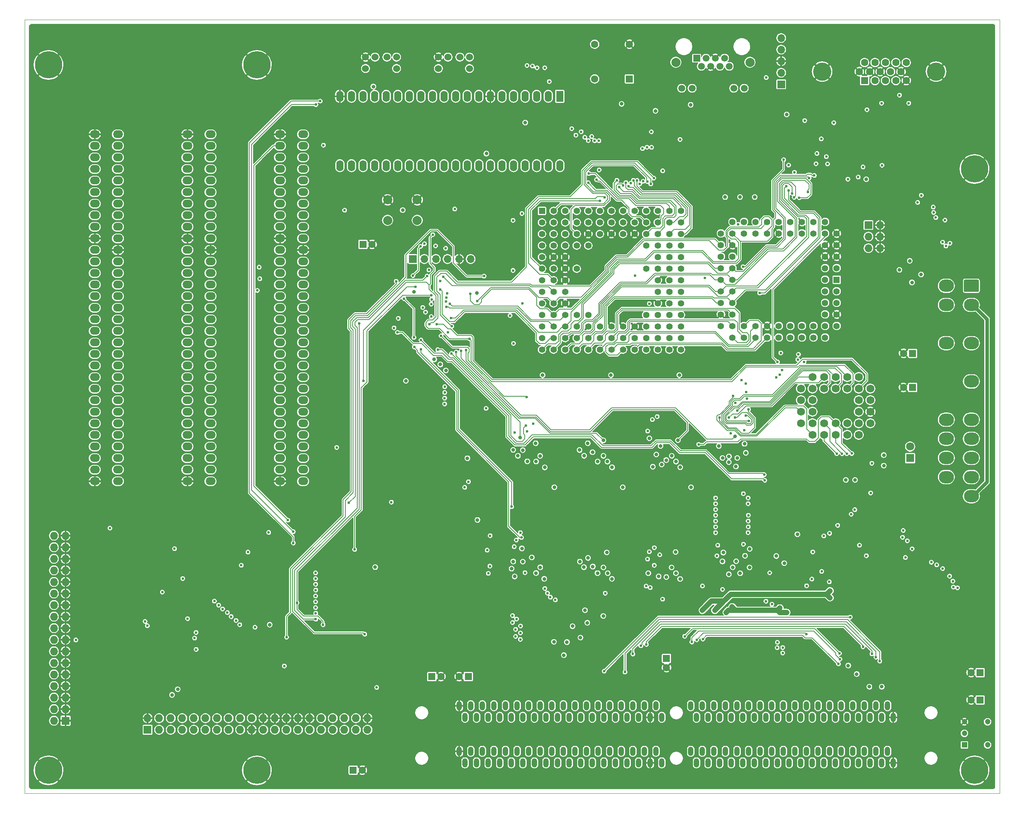
<source format=gbr>
%TF.GenerationSoftware,KiCad,Pcbnew,5.1.9*%
%TF.CreationDate,2021-03-28T04:41:59-04:00*%
%TF.ProjectId,C68,4336382e-6b69-4636-9164-5f7063625858,rev?*%
%TF.SameCoordinates,Original*%
%TF.FileFunction,Copper,L3,Inr*%
%TF.FilePolarity,Positive*%
%FSLAX46Y46*%
G04 Gerber Fmt 4.6, Leading zero omitted, Abs format (unit mm)*
G04 Created by KiCad (PCBNEW 5.1.9) date 2021-03-28 04:41:59*
%MOMM*%
%LPD*%
G01*
G04 APERTURE LIST*
%TA.AperFunction,Profile*%
%ADD10C,0.050000*%
%TD*%
%TA.AperFunction,ComponentPad*%
%ADD11O,2.200000X1.700000*%
%TD*%
%TA.AperFunction,ComponentPad*%
%ADD12R,1.200000X1.200000*%
%TD*%
%TA.AperFunction,ComponentPad*%
%ADD13C,1.200000*%
%TD*%
%TA.AperFunction,ComponentPad*%
%ADD14O,1.700000X1.700000*%
%TD*%
%TA.AperFunction,ComponentPad*%
%ADD15R,1.700000X1.700000*%
%TD*%
%TA.AperFunction,ComponentPad*%
%ADD16C,2.000000*%
%TD*%
%TA.AperFunction,ComponentPad*%
%ADD17C,1.397000*%
%TD*%
%TA.AperFunction,ComponentPad*%
%ADD18R,1.397000X1.397000*%
%TD*%
%TA.AperFunction,ComponentPad*%
%ADD19O,1.200000X2.000000*%
%TD*%
%TA.AperFunction,ComponentPad*%
%ADD20C,6.000000*%
%TD*%
%TA.AperFunction,ComponentPad*%
%ADD21C,1.600000*%
%TD*%
%TA.AperFunction,ComponentPad*%
%ADD22R,1.600000X1.600000*%
%TD*%
%TA.AperFunction,ComponentPad*%
%ADD23C,4.000000*%
%TD*%
%TA.AperFunction,ComponentPad*%
%ADD24C,1.422400*%
%TD*%
%TA.AperFunction,ComponentPad*%
%ADD25R,1.422400X1.422400*%
%TD*%
%TA.AperFunction,ComponentPad*%
%ADD26C,1.750000*%
%TD*%
%TA.AperFunction,ComponentPad*%
%ADD27O,3.300000X2.700000*%
%TD*%
%TA.AperFunction,ComponentPad*%
%ADD28C,1.524000*%
%TD*%
%TA.AperFunction,ComponentPad*%
%ADD29C,1.500000*%
%TD*%
%TA.AperFunction,ComponentPad*%
%ADD30R,1.500000X1.500000*%
%TD*%
%TA.AperFunction,ComponentPad*%
%ADD31R,1.600000X2.400000*%
%TD*%
%TA.AperFunction,ComponentPad*%
%ADD32O,1.600000X2.400000*%
%TD*%
%TA.AperFunction,ComponentPad*%
%ADD33C,1.800000*%
%TD*%
%TA.AperFunction,ComponentPad*%
%ADD34R,1.800000X1.800000*%
%TD*%
%TA.AperFunction,ComponentPad*%
%ADD35O,1.727200X1.727200*%
%TD*%
%TA.AperFunction,ComponentPad*%
%ADD36R,1.727200X1.727200*%
%TD*%
%TA.AperFunction,ViaPad*%
%ADD37C,0.600000*%
%TD*%
%TA.AperFunction,ViaPad*%
%ADD38C,0.800000*%
%TD*%
%TA.AperFunction,Conductor*%
%ADD39C,1.200000*%
%TD*%
%TA.AperFunction,Conductor*%
%ADD40C,0.800000*%
%TD*%
%TA.AperFunction,Conductor*%
%ADD41C,0.150000*%
%TD*%
%TA.AperFunction,Conductor*%
%ADD42C,0.200000*%
%TD*%
G04 APERTURE END LIST*
D10*
X304000000Y-210000000D02*
X90000000Y-210000000D01*
X304000000Y-40000000D02*
X304000000Y-210000000D01*
X90000000Y-40000000D02*
X304000000Y-40000000D01*
X90000000Y-210000000D02*
X90000000Y-40000000D01*
D11*
X105430000Y-65220000D03*
X110510000Y-65220000D03*
X105430000Y-67760000D03*
X105430000Y-70300000D03*
X105430000Y-72840000D03*
X105430000Y-75380000D03*
X105430000Y-77920000D03*
X105430000Y-80460000D03*
X105430000Y-83000000D03*
X105430000Y-85540000D03*
X105430000Y-88080000D03*
X105430000Y-90620000D03*
X105430000Y-93160000D03*
X105430000Y-95700000D03*
X105430000Y-98240000D03*
X105430000Y-100780000D03*
X105430000Y-103320000D03*
X105430000Y-105860000D03*
X105430000Y-108400000D03*
X105430000Y-110940000D03*
X105430000Y-113480000D03*
X105430000Y-116020000D03*
X105430000Y-118560000D03*
X105430000Y-121100000D03*
X105430000Y-123640000D03*
X105430000Y-126180000D03*
X105430000Y-128720000D03*
X105430000Y-131260000D03*
X105430000Y-133800000D03*
X105430000Y-136340000D03*
X105430000Y-138880000D03*
X105430000Y-141420000D03*
X110510000Y-67760000D03*
X110510000Y-70300000D03*
X110510000Y-72840000D03*
X110510000Y-75380000D03*
X110510000Y-77920000D03*
X110510000Y-80460000D03*
X110510000Y-83000000D03*
X110510000Y-85540000D03*
X110510000Y-88080000D03*
X110510000Y-90620000D03*
X110510000Y-93160000D03*
X110510000Y-95700000D03*
X110510000Y-98240000D03*
X110510000Y-100780000D03*
X110510000Y-103320000D03*
X110510000Y-105860000D03*
X110510000Y-108400000D03*
X110510000Y-110940000D03*
X110510000Y-113480000D03*
X110510000Y-116020000D03*
X110510000Y-118560000D03*
X110510000Y-121100000D03*
X110510000Y-123640000D03*
X110510000Y-126180000D03*
X110510000Y-128720000D03*
X110510000Y-131260000D03*
X110510000Y-133800000D03*
X110510000Y-136340000D03*
X110510000Y-138880000D03*
X110510000Y-141420000D03*
D12*
X296250000Y-199320000D03*
D13*
X296250000Y-196780000D03*
X296250000Y-194240000D03*
X301330000Y-199320000D03*
X301330000Y-194240000D03*
D14*
X277740000Y-90230000D03*
X275200000Y-90230000D03*
X277740000Y-87690000D03*
X275200000Y-87690000D03*
X277740000Y-85150000D03*
D15*
X275200000Y-85150000D03*
D14*
X187890000Y-92610000D03*
X185350000Y-92610000D03*
X182810000Y-92610000D03*
X180270000Y-92610000D03*
X177730000Y-92610000D03*
D15*
X175190000Y-92610000D03*
D16*
X176190000Y-79610000D03*
X176190000Y-84110000D03*
X169690000Y-79610000D03*
X169690000Y-84110000D03*
D17*
X234040000Y-112510000D03*
X234040000Y-109970000D03*
X234040000Y-107430000D03*
X234040000Y-104890000D03*
X234040000Y-102350000D03*
X234040000Y-99810000D03*
X234040000Y-97270000D03*
X234040000Y-94730000D03*
X234040000Y-92190000D03*
X234040000Y-89650000D03*
X234040000Y-87110000D03*
X234040000Y-84570000D03*
X234040000Y-82030000D03*
X231500000Y-112510000D03*
X231500000Y-109970000D03*
X231500000Y-107430000D03*
X231500000Y-104890000D03*
X231500000Y-102350000D03*
X231500000Y-99810000D03*
X231500000Y-97270000D03*
X231500000Y-94730000D03*
X231500000Y-92190000D03*
X231500000Y-89650000D03*
X231500000Y-87110000D03*
X231500000Y-84570000D03*
X231500000Y-82030000D03*
X228960000Y-112510000D03*
X228960000Y-109970000D03*
X228960000Y-107430000D03*
X228960000Y-104890000D03*
X228960000Y-102350000D03*
X228960000Y-99810000D03*
X228960000Y-97270000D03*
X228960000Y-94730000D03*
X228960000Y-92190000D03*
X228960000Y-89650000D03*
X228960000Y-87110000D03*
X228960000Y-84570000D03*
X228960000Y-82030000D03*
X226420000Y-112510000D03*
X226420000Y-109970000D03*
X226420000Y-107430000D03*
X226420000Y-104890000D03*
X226420000Y-94730000D03*
X226420000Y-89650000D03*
X226420000Y-87110000D03*
X226420000Y-84570000D03*
X226420000Y-82030000D03*
X223880000Y-112510000D03*
X223880000Y-109970000D03*
X223880000Y-107430000D03*
X223880000Y-87110000D03*
X223880000Y-84570000D03*
X223880000Y-82030000D03*
X221340000Y-112510000D03*
X221340000Y-109970000D03*
X221340000Y-107430000D03*
X221340000Y-87110000D03*
X221340000Y-84570000D03*
X221340000Y-82030000D03*
X218800000Y-112510000D03*
X218800000Y-109970000D03*
X218800000Y-107430000D03*
X218800000Y-87110000D03*
X218800000Y-84570000D03*
X218800000Y-82030000D03*
X216260000Y-112510000D03*
X216260000Y-109970000D03*
X216260000Y-107430000D03*
X216260000Y-87110000D03*
X216260000Y-84570000D03*
X216260000Y-82030000D03*
X213720000Y-112510000D03*
X213720000Y-109970000D03*
X213720000Y-107430000D03*
X213720000Y-104890000D03*
X213720000Y-89650000D03*
X213720000Y-87110000D03*
X213720000Y-84570000D03*
X213720000Y-82030000D03*
X211180000Y-112510000D03*
X211180000Y-109970000D03*
X211180000Y-107430000D03*
X211180000Y-104890000D03*
X211180000Y-94730000D03*
X211180000Y-89650000D03*
X211180000Y-87110000D03*
X211180000Y-84570000D03*
X211180000Y-82030000D03*
X208640000Y-112510000D03*
X208640000Y-109970000D03*
X208640000Y-107430000D03*
X208640000Y-104890000D03*
X208640000Y-102350000D03*
X208640000Y-99810000D03*
X208640000Y-97270000D03*
X208640000Y-94730000D03*
X208640000Y-92190000D03*
X208640000Y-89650000D03*
X208640000Y-87110000D03*
X208640000Y-84570000D03*
X208640000Y-82030000D03*
X206100000Y-112510000D03*
X206100000Y-109970000D03*
X206100000Y-107430000D03*
X206100000Y-104890000D03*
X206100000Y-102350000D03*
X206100000Y-99810000D03*
X206100000Y-97270000D03*
X206100000Y-94730000D03*
X206100000Y-92190000D03*
X206100000Y-89650000D03*
X206100000Y-87110000D03*
X206100000Y-84570000D03*
X206100000Y-82030000D03*
X203560000Y-112510000D03*
X203560000Y-109970000D03*
X203560000Y-107430000D03*
X203560000Y-104890000D03*
X203560000Y-102350000D03*
X203560000Y-99810000D03*
X203560000Y-97270000D03*
X203560000Y-94730000D03*
X203560000Y-92190000D03*
X203560000Y-89650000D03*
X203560000Y-87110000D03*
X203560000Y-84570000D03*
D18*
X203560000Y-82030000D03*
D19*
X280652000Y-193266000D03*
X278112000Y-193266000D03*
X275572000Y-193266000D03*
X273032000Y-193266000D03*
X270492000Y-193266000D03*
X267952000Y-193266000D03*
X265412000Y-193266000D03*
X262872000Y-193266000D03*
X260332000Y-193266000D03*
X257792000Y-193266000D03*
X255252000Y-193266000D03*
X252712000Y-193266000D03*
X250172000Y-193266000D03*
X247632000Y-193266000D03*
X245092000Y-193266000D03*
X242552000Y-193266000D03*
X240012000Y-193266000D03*
X237472000Y-193266000D03*
X236202000Y-190726000D03*
X238742000Y-190726000D03*
X241282000Y-190726000D03*
X243822000Y-190726000D03*
X246362000Y-190726000D03*
X248902000Y-190726000D03*
X251442000Y-190726000D03*
X253982000Y-190726000D03*
X256522000Y-190726000D03*
X259062000Y-190726000D03*
X261602000Y-190726000D03*
X264142000Y-190726000D03*
X266682000Y-190726000D03*
X269222000Y-190726000D03*
X271762000Y-190726000D03*
X274302000Y-190726000D03*
X276842000Y-190726000D03*
X279382000Y-190726000D03*
X228582000Y-190726000D03*
X226042000Y-190726000D03*
X223502000Y-190726000D03*
X220962000Y-190726000D03*
X218422000Y-190726000D03*
X215882000Y-190726000D03*
X213342000Y-190726000D03*
X210802000Y-190726000D03*
X208262000Y-190726000D03*
X205722000Y-190726000D03*
X203182000Y-190726000D03*
X200642000Y-190726000D03*
X198102000Y-190726000D03*
X195562000Y-190726000D03*
X193022000Y-190726000D03*
X190482000Y-190726000D03*
X187942000Y-190726000D03*
X185402000Y-190726000D03*
X186672000Y-193266000D03*
X189212000Y-193266000D03*
X191752000Y-193266000D03*
X194292000Y-193266000D03*
X196832000Y-193266000D03*
X199372000Y-193266000D03*
X201912000Y-193266000D03*
X204452000Y-193266000D03*
X206992000Y-193266000D03*
X209532000Y-193266000D03*
X212072000Y-193266000D03*
X214612000Y-193266000D03*
X217152000Y-193266000D03*
X219692000Y-193266000D03*
X222232000Y-193266000D03*
X224772000Y-193266000D03*
X227312000Y-193266000D03*
X229852000Y-193266000D03*
D20*
X140990000Y-49980000D03*
X298470000Y-72840000D03*
X298470000Y-204920000D03*
X140990000Y-204920000D03*
D11*
X125750000Y-65220000D03*
X130830000Y-65220000D03*
X125750000Y-67760000D03*
X125750000Y-70300000D03*
X125750000Y-72840000D03*
X125750000Y-75380000D03*
X125750000Y-77920000D03*
X125750000Y-80460000D03*
X125750000Y-83000000D03*
X125750000Y-85540000D03*
X125750000Y-88080000D03*
X125750000Y-90620000D03*
X125750000Y-93160000D03*
X125750000Y-95700000D03*
X125750000Y-98240000D03*
X125750000Y-100780000D03*
X125750000Y-103320000D03*
X125750000Y-105860000D03*
X125750000Y-108400000D03*
X125750000Y-110940000D03*
X125750000Y-113480000D03*
X125750000Y-116020000D03*
X125750000Y-118560000D03*
X125750000Y-121100000D03*
X125750000Y-123640000D03*
X125750000Y-126180000D03*
X125750000Y-128720000D03*
X125750000Y-131260000D03*
X125750000Y-133800000D03*
X125750000Y-136340000D03*
X125750000Y-138880000D03*
X125750000Y-141420000D03*
X130830000Y-67760000D03*
X130830000Y-70300000D03*
X130830000Y-72840000D03*
X130830000Y-75380000D03*
X130830000Y-77920000D03*
X130830000Y-80460000D03*
X130830000Y-83000000D03*
X130830000Y-85540000D03*
X130830000Y-88080000D03*
X130830000Y-90620000D03*
X130830000Y-93160000D03*
X130830000Y-95700000D03*
X130830000Y-98240000D03*
X130830000Y-100780000D03*
X130830000Y-103320000D03*
X130830000Y-105860000D03*
X130830000Y-108400000D03*
X130830000Y-110940000D03*
X130830000Y-113480000D03*
X130830000Y-116020000D03*
X130830000Y-118560000D03*
X130830000Y-121100000D03*
X130830000Y-123640000D03*
X130830000Y-126180000D03*
X130830000Y-128720000D03*
X130830000Y-131260000D03*
X130830000Y-133800000D03*
X130830000Y-136340000D03*
X130830000Y-138880000D03*
X130830000Y-141420000D03*
X146070000Y-65220000D03*
X151150000Y-65220000D03*
X146070000Y-67760000D03*
X146070000Y-70300000D03*
X146070000Y-72840000D03*
X146070000Y-75380000D03*
X146070000Y-77920000D03*
X146070000Y-80460000D03*
X146070000Y-83000000D03*
X146070000Y-85540000D03*
X146070000Y-88080000D03*
X146070000Y-90620000D03*
X146070000Y-93160000D03*
X146070000Y-95700000D03*
X146070000Y-98240000D03*
X146070000Y-100780000D03*
X146070000Y-103320000D03*
X146070000Y-105860000D03*
X146070000Y-108400000D03*
X146070000Y-110940000D03*
X146070000Y-113480000D03*
X146070000Y-116020000D03*
X146070000Y-118560000D03*
X146070000Y-121100000D03*
X146070000Y-123640000D03*
X146070000Y-126180000D03*
X146070000Y-128720000D03*
X146070000Y-131260000D03*
X146070000Y-133800000D03*
X146070000Y-136340000D03*
X146070000Y-138880000D03*
X146070000Y-141420000D03*
X151150000Y-67760000D03*
X151150000Y-70300000D03*
X151150000Y-72840000D03*
X151150000Y-75380000D03*
X151150000Y-77920000D03*
X151150000Y-80460000D03*
X151150000Y-83000000D03*
X151150000Y-85540000D03*
X151150000Y-88080000D03*
X151150000Y-90620000D03*
X151150000Y-93160000D03*
X151150000Y-95700000D03*
X151150000Y-98240000D03*
X151150000Y-100780000D03*
X151150000Y-103320000D03*
X151150000Y-105860000D03*
X151150000Y-108400000D03*
X151150000Y-110940000D03*
X151150000Y-113480000D03*
X151150000Y-116020000D03*
X151150000Y-118560000D03*
X151150000Y-121100000D03*
X151150000Y-123640000D03*
X151150000Y-126180000D03*
X151150000Y-128720000D03*
X151150000Y-131260000D03*
X151150000Y-133800000D03*
X151150000Y-136340000D03*
X151150000Y-138880000D03*
X151150000Y-141420000D03*
D14*
X256035095Y-44069404D03*
X256035095Y-46609404D03*
X256035095Y-49149404D03*
X256035095Y-51689404D03*
D15*
X256035095Y-54229404D03*
D20*
X95270000Y-204920000D03*
X95270000Y-49980000D03*
D19*
X280652000Y-203266000D03*
X278112000Y-203266000D03*
X275572000Y-203266000D03*
X273032000Y-203266000D03*
X270492000Y-203266000D03*
X267952000Y-203266000D03*
X265412000Y-203266000D03*
X262872000Y-203266000D03*
X260332000Y-203266000D03*
X257792000Y-203266000D03*
X255252000Y-203266000D03*
X252712000Y-203266000D03*
X250172000Y-203266000D03*
X247632000Y-203266000D03*
X245092000Y-203266000D03*
X242552000Y-203266000D03*
X240012000Y-203266000D03*
X237472000Y-203266000D03*
X236202000Y-200726000D03*
X238742000Y-200726000D03*
X241282000Y-200726000D03*
X243822000Y-200726000D03*
X246362000Y-200726000D03*
X248902000Y-200726000D03*
X251442000Y-200726000D03*
X253982000Y-200726000D03*
X256522000Y-200726000D03*
X259062000Y-200726000D03*
X261602000Y-200726000D03*
X264142000Y-200726000D03*
X266682000Y-200726000D03*
X269222000Y-200726000D03*
X271762000Y-200726000D03*
X274302000Y-200726000D03*
X276842000Y-200726000D03*
X279382000Y-200726000D03*
X228582000Y-200726000D03*
X226042000Y-200726000D03*
X223502000Y-200726000D03*
X220962000Y-200726000D03*
X218422000Y-200726000D03*
X215882000Y-200726000D03*
X213342000Y-200726000D03*
X210802000Y-200726000D03*
X208262000Y-200726000D03*
X205722000Y-200726000D03*
X203182000Y-200726000D03*
X200642000Y-200726000D03*
X198102000Y-200726000D03*
X195562000Y-200726000D03*
X193022000Y-200726000D03*
X190482000Y-200726000D03*
X187942000Y-200726000D03*
X185402000Y-200726000D03*
X186672000Y-203266000D03*
X189212000Y-203266000D03*
X191752000Y-203266000D03*
X194292000Y-203266000D03*
X196832000Y-203266000D03*
X199372000Y-203266000D03*
X201912000Y-203266000D03*
X204452000Y-203266000D03*
X206992000Y-203266000D03*
X209532000Y-203266000D03*
X212072000Y-203266000D03*
X214612000Y-203266000D03*
X217152000Y-203266000D03*
X219692000Y-203266000D03*
X222232000Y-203266000D03*
X224772000Y-203266000D03*
X227312000Y-203266000D03*
X229852000Y-203266000D03*
D21*
X278910000Y-53420000D03*
X281200000Y-53420000D03*
X283490000Y-53420000D03*
X276620000Y-53420000D03*
D22*
X274330000Y-53420000D03*
D23*
X265035000Y-51440000D03*
D21*
X283490000Y-49460000D03*
X281200000Y-49460000D03*
X278910000Y-49460000D03*
X276620000Y-49460000D03*
X274330000Y-49460000D03*
X275475000Y-51440000D03*
X273185000Y-51440000D03*
X280055000Y-51440000D03*
X282345000Y-51440000D03*
X277765000Y-51440000D03*
D23*
X290025000Y-51440000D03*
D21*
X185380000Y-184320000D03*
D22*
X187380000Y-184320000D03*
D21*
X230880000Y-182320000D03*
D22*
X230880000Y-180320000D03*
D21*
X297710000Y-183440000D03*
D22*
X299710000Y-183440000D03*
D21*
X297710000Y-189440000D03*
D22*
X299710000Y-189440000D03*
D21*
X164130000Y-204870000D03*
D22*
X162130000Y-204870000D03*
D21*
X181380000Y-184320000D03*
D22*
X179380000Y-184320000D03*
D21*
X282880000Y-120820000D03*
D22*
X284880000Y-120820000D03*
D21*
X282880000Y-113320000D03*
D22*
X284880000Y-113320000D03*
D21*
X166270000Y-89390000D03*
D22*
X164270000Y-89390000D03*
D24*
X265680000Y-109850000D03*
X263140000Y-109850000D03*
X260600000Y-109850000D03*
X258060000Y-109850000D03*
X255520000Y-109850000D03*
X252980000Y-109850000D03*
X250440000Y-109850000D03*
X247900000Y-109850000D03*
X268220000Y-107310000D03*
X263140000Y-107310000D03*
X260600000Y-107310000D03*
X258060000Y-107310000D03*
X255520000Y-107310000D03*
X252980000Y-107310000D03*
X250440000Y-107310000D03*
X247900000Y-107310000D03*
X245360000Y-107310000D03*
X242820000Y-107310000D03*
X242820000Y-104770000D03*
X242820000Y-102230000D03*
X242820000Y-99690000D03*
X242820000Y-97150000D03*
X242820000Y-94610000D03*
X242820000Y-92070000D03*
X242820000Y-89530000D03*
X242820000Y-86990000D03*
X245360000Y-109850000D03*
X245360000Y-104770000D03*
X245360000Y-102230000D03*
X245360000Y-99690000D03*
X245360000Y-97150000D03*
X245360000Y-94610000D03*
X245360000Y-92070000D03*
X245360000Y-89530000D03*
X245360000Y-86990000D03*
X245360000Y-84450000D03*
X247900000Y-84450000D03*
X250440000Y-84450000D03*
X252980000Y-84450000D03*
X255520000Y-84450000D03*
X258060000Y-84450000D03*
X260600000Y-84450000D03*
X263140000Y-84450000D03*
X265680000Y-84450000D03*
X247900000Y-86990000D03*
X250440000Y-86990000D03*
X252980000Y-86990000D03*
X255520000Y-86990000D03*
X258060000Y-86990000D03*
X260600000Y-86990000D03*
X263140000Y-86990000D03*
X265680000Y-86990000D03*
X268220000Y-104770000D03*
X268220000Y-102230000D03*
X268220000Y-99690000D03*
X268220000Y-86990000D03*
X268220000Y-89530000D03*
X268220000Y-92070000D03*
X268220000Y-94610000D03*
D25*
X268220000Y-97150000D03*
D24*
X265680000Y-107310000D03*
X265680000Y-104770000D03*
X265680000Y-102230000D03*
X265680000Y-99690000D03*
X265680000Y-89530000D03*
X265680000Y-92070000D03*
X265680000Y-94610000D03*
X265680000Y-97150000D03*
D26*
X262910000Y-118530000D03*
X265450000Y-118530000D03*
X267990000Y-118530000D03*
X270530000Y-118530000D03*
X273070000Y-118530000D03*
X265450000Y-121070000D03*
X267990000Y-121070000D03*
X270530000Y-121070000D03*
X275610000Y-121070000D03*
X275610000Y-123610000D03*
X275610000Y-126150000D03*
X275610000Y-128690000D03*
X273070000Y-121070000D03*
X273070000Y-123610000D03*
X273070000Y-126150000D03*
X273070000Y-128690000D03*
X273070000Y-131230000D03*
X270530000Y-131230000D03*
X267990000Y-131230000D03*
X265450000Y-131230000D03*
X262910000Y-131230000D03*
X270530000Y-128690000D03*
X267990000Y-128690000D03*
X265450000Y-128690000D03*
X262910000Y-128690000D03*
X260370000Y-121070000D03*
X260370000Y-123610000D03*
X260370000Y-128690000D03*
X260370000Y-126150000D03*
X262910000Y-118530000D03*
X262910000Y-121070000D03*
X262910000Y-126150000D03*
X262910000Y-123610000D03*
%TA.AperFunction,ComponentPad*%
G36*
G01*
X296375001Y-97140000D02*
X299174999Y-97140000D01*
G75*
G02*
X299425000Y-97390001I0J-250001D01*
G01*
X299425000Y-99589999D01*
G75*
G02*
X299174999Y-99840000I-250001J0D01*
G01*
X296375001Y-99840000D01*
G75*
G02*
X296125000Y-99589999I0J250001D01*
G01*
X296125000Y-97390001D01*
G75*
G02*
X296375001Y-97140000I250001J0D01*
G01*
G37*
%TD.AperFunction*%
D27*
X297775000Y-102690000D03*
X297775000Y-106890000D03*
X297775000Y-111090000D03*
X297775000Y-115290000D03*
X297775000Y-119490000D03*
X297775000Y-123690000D03*
X297775000Y-127890000D03*
X297775000Y-132090000D03*
X297775000Y-136290000D03*
X297775000Y-140490000D03*
X297775000Y-144690000D03*
X292275000Y-98490000D03*
X292275000Y-102690000D03*
X292275000Y-106890000D03*
X292275000Y-111090000D03*
X292275000Y-115290000D03*
X292275000Y-119490000D03*
X292275000Y-123690000D03*
X292275000Y-127890000D03*
X292275000Y-132090000D03*
X292275000Y-136290000D03*
X292275000Y-140490000D03*
X292275000Y-144690000D03*
D28*
X171630000Y-50760000D03*
X164830000Y-50760000D03*
X164830000Y-48260000D03*
X171630000Y-48260000D03*
X169530000Y-48260000D03*
X166930000Y-48260000D03*
X187630000Y-50760000D03*
X180830000Y-50760000D03*
X180830000Y-48260000D03*
X187630000Y-48260000D03*
X185530000Y-48260000D03*
X182930000Y-48260000D03*
D29*
X247920000Y-55100000D03*
X245630000Y-55100000D03*
X236490000Y-55100000D03*
X234200000Y-55100000D03*
D16*
X232930000Y-49390000D03*
X249190000Y-49390000D03*
D29*
X244640000Y-50280000D03*
X242600000Y-50280000D03*
X240560000Y-50280000D03*
X238520000Y-50280000D03*
X243620000Y-48500000D03*
X241580000Y-48500000D03*
X239540000Y-48500000D03*
D30*
X237500000Y-48500000D03*
D31*
X207460000Y-56870000D03*
D32*
X159200000Y-72110000D03*
X204920000Y-56870000D03*
X161740000Y-72110000D03*
X202380000Y-56870000D03*
X164280000Y-72110000D03*
X199840000Y-56870000D03*
X166820000Y-72110000D03*
X197300000Y-56870000D03*
X169360000Y-72110000D03*
X194760000Y-56870000D03*
X171900000Y-72110000D03*
X192220000Y-56870000D03*
X174440000Y-72110000D03*
X189680000Y-56870000D03*
X176980000Y-72110000D03*
X187140000Y-56870000D03*
X179520000Y-72110000D03*
X184600000Y-56870000D03*
X182060000Y-72110000D03*
X182060000Y-56870000D03*
X184600000Y-72110000D03*
X179520000Y-56870000D03*
X187140000Y-72110000D03*
X176980000Y-56870000D03*
X189680000Y-72110000D03*
X174440000Y-56870000D03*
X192220000Y-72110000D03*
X171900000Y-56870000D03*
X194760000Y-72110000D03*
X169360000Y-56870000D03*
X197300000Y-72110000D03*
X166820000Y-56870000D03*
X199840000Y-72110000D03*
X164280000Y-56870000D03*
X202380000Y-72110000D03*
X161740000Y-56870000D03*
X204920000Y-72110000D03*
X159200000Y-56870000D03*
X207460000Y-72110000D03*
D22*
X222740000Y-53050000D03*
D21*
X215120000Y-53050000D03*
X215120000Y-45430000D03*
X222740000Y-45430000D03*
D33*
X284325000Y-133800000D03*
D34*
X284325000Y-136340000D03*
D35*
X165260000Y-193460000D03*
X165260000Y-196000000D03*
X162720000Y-193460000D03*
X162720000Y-196000000D03*
X160180000Y-193460000D03*
X160180000Y-196000000D03*
X157640000Y-193460000D03*
X157640000Y-196000000D03*
X155100000Y-193460000D03*
X155100000Y-196000000D03*
X152560000Y-193460000D03*
X152560000Y-196000000D03*
X150020000Y-193460000D03*
X150020000Y-196000000D03*
X147480000Y-193460000D03*
X147480000Y-196000000D03*
X144940000Y-193460000D03*
X144940000Y-196000000D03*
X142400000Y-193460000D03*
X142400000Y-196000000D03*
X139860000Y-193460000D03*
X139860000Y-196000000D03*
X137320000Y-193460000D03*
X137320000Y-196000000D03*
X134780000Y-193460000D03*
X134780000Y-196000000D03*
X132240000Y-193460000D03*
X132240000Y-196000000D03*
X129700000Y-193460000D03*
X129700000Y-196000000D03*
X127160000Y-193460000D03*
X127160000Y-196000000D03*
X124620000Y-193460000D03*
X124620000Y-196000000D03*
X122080000Y-193460000D03*
X122080000Y-196000000D03*
X119540000Y-193460000D03*
X119540000Y-196000000D03*
X117000000Y-193460000D03*
D36*
X117000000Y-196000000D03*
D35*
X96460000Y-153360000D03*
X99000000Y-153360000D03*
X96460000Y-155900000D03*
X99000000Y-155900000D03*
X96460000Y-158440000D03*
X99000000Y-158440000D03*
X96460000Y-160980000D03*
X99000000Y-160980000D03*
X96460000Y-163520000D03*
X99000000Y-163520000D03*
X96460000Y-166060000D03*
X99000000Y-166060000D03*
X96460000Y-168600000D03*
X99000000Y-168600000D03*
X96460000Y-171140000D03*
X99000000Y-171140000D03*
X96460000Y-173680000D03*
X99000000Y-173680000D03*
X96460000Y-176220000D03*
X99000000Y-176220000D03*
X96460000Y-178760000D03*
X99000000Y-178760000D03*
X96460000Y-181300000D03*
X99000000Y-181300000D03*
X96460000Y-183840000D03*
X99000000Y-183840000D03*
X96460000Y-186380000D03*
X99000000Y-186380000D03*
X96460000Y-188920000D03*
X99000000Y-188920000D03*
X96460000Y-191460000D03*
X99000000Y-191460000D03*
X96460000Y-194000000D03*
D36*
X99000000Y-194000000D03*
D37*
X288540000Y-60630000D03*
X278920000Y-60590000D03*
D38*
X177510000Y-136360000D03*
X177570000Y-151380000D03*
D37*
X177000000Y-96380000D03*
D38*
X241780000Y-163100000D03*
D37*
X266900000Y-75840000D03*
X234475000Y-63625000D03*
X269550000Y-60600000D03*
X280550000Y-75100000D03*
X299975000Y-90350000D03*
X291225000Y-91625000D03*
X245650000Y-116600000D03*
X230700000Y-116625000D03*
X215725000Y-116625000D03*
X200700000Y-116600000D03*
X186675000Y-125575000D03*
X159100000Y-147500000D03*
X147275000Y-156325000D03*
X211625000Y-138375000D03*
X224600000Y-139850000D03*
X238725000Y-140150000D03*
X191900000Y-162825000D03*
X209500000Y-164175000D03*
X224625000Y-63225000D03*
X217850000Y-69050000D03*
X269275000Y-63375000D03*
X245090000Y-66990000D03*
X226580000Y-162860000D03*
X150580000Y-202280000D03*
X268780000Y-78760000D03*
X171170000Y-175260000D03*
X161590000Y-171710000D03*
X153840000Y-160290000D03*
X281811640Y-177013360D03*
X163760000Y-160285000D03*
X216730000Y-69020000D03*
X239950000Y-85470000D03*
X190940000Y-81720000D03*
X214390000Y-74850000D03*
X219800000Y-74260000D03*
X164630000Y-130360000D03*
X232470000Y-66980000D03*
X239950000Y-84120000D03*
X265650000Y-61200000D03*
X197025000Y-140350000D03*
X196325000Y-138850000D03*
X300350000Y-170075000D03*
X295175000Y-158275000D03*
X287925000Y-151075000D03*
X264850000Y-154625000D03*
X125300000Y-177700000D03*
X132125000Y-161900000D03*
X121700000Y-167475000D03*
X197550000Y-45325000D03*
X253950000Y-64125000D03*
X233625000Y-51200000D03*
X279650000Y-68570000D03*
X186500000Y-110710000D03*
X165625000Y-141125000D03*
X293000000Y-154500000D03*
X141500000Y-149500000D03*
X108740000Y-151710000D03*
X184420000Y-81620000D03*
D38*
X187190000Y-136360000D03*
X233690000Y-118100000D03*
X236280000Y-142730000D03*
X221290000Y-142730000D03*
D37*
X239300000Y-96740000D03*
X197310000Y-111140000D03*
D38*
X203690000Y-118100000D03*
D37*
X197190000Y-84110000D03*
D38*
X218690000Y-118100000D03*
X173690000Y-119360000D03*
X206260000Y-142730000D03*
D37*
X197190000Y-95110000D03*
X205160000Y-53640000D03*
D38*
X143815000Y-172925000D03*
X166960000Y-160280000D03*
D37*
X120237500Y-165762500D03*
D38*
X244000000Y-170250000D03*
X255750000Y-169250000D03*
X275400000Y-186540000D03*
X272620000Y-183760000D03*
X123620000Y-187090000D03*
X257250000Y-170250000D03*
X245270000Y-169000000D03*
X266750000Y-165500000D03*
X238750000Y-169750000D03*
X278120000Y-186540000D03*
X270760000Y-181900000D03*
D37*
X266670000Y-152850000D03*
D38*
X122370000Y-188340000D03*
X189390000Y-149910000D03*
D37*
X155600000Y-67600000D03*
D38*
X254970000Y-157830000D03*
X256710000Y-159400000D03*
X259600000Y-153050000D03*
X209030000Y-176740000D03*
X206170000Y-176670000D03*
X208360000Y-179610000D03*
X284250000Y-93000000D03*
X282000000Y-95000000D03*
X284750000Y-97750000D03*
X286750000Y-96000000D03*
X243750000Y-79000000D03*
X247000000Y-79000000D03*
X250250000Y-79000000D03*
X182460000Y-117080000D03*
X179910000Y-114650000D03*
X181250000Y-115750000D03*
X212000000Y-175750000D03*
X210250000Y-173250000D03*
X213500000Y-172500000D03*
X213000000Y-169750000D03*
X217000000Y-171000000D03*
X241500000Y-169750000D03*
X266750000Y-167000000D03*
X272260000Y-141120000D03*
X278560000Y-137980000D03*
X278560000Y-135670000D03*
X270240000Y-141120000D03*
D37*
X158500000Y-134000000D03*
X170500000Y-146000000D03*
X266229940Y-71726024D03*
X264836940Y-66231804D03*
X252755095Y-52749404D03*
X216092359Y-73038783D03*
X257680000Y-71990000D03*
D38*
X189290000Y-100040000D03*
X175480000Y-99780000D03*
X172990000Y-81870000D03*
X228460000Y-60060000D03*
X236190000Y-58720000D03*
X257240000Y-60850000D03*
X221016095Y-58523905D03*
X274715000Y-75085000D03*
D37*
X182940000Y-108700000D03*
X244600000Y-127450000D03*
X241655000Y-150165000D03*
X221960000Y-75820000D03*
X241655000Y-148895000D03*
X245910000Y-127410000D03*
X221400000Y-76420000D03*
X248880000Y-125640000D03*
X248800000Y-150155000D03*
X220480000Y-76820000D03*
X248300000Y-126970000D03*
X248830000Y-151425000D03*
X219990000Y-75310000D03*
X247940000Y-130240000D03*
X247760000Y-155255000D03*
X226740000Y-130410000D03*
X186600000Y-142750000D03*
X191525000Y-156550000D03*
X215510000Y-75170000D03*
X248940000Y-128190000D03*
X227790000Y-127860000D03*
X248780000Y-152695000D03*
X192175000Y-153375000D03*
X187425000Y-141525000D03*
X213860000Y-73830000D03*
X181230000Y-97460000D03*
X182430000Y-90250000D03*
X255260000Y-115230000D03*
X274740000Y-157770000D03*
X216250000Y-79790000D03*
X217310000Y-79090000D03*
X181870000Y-96500000D03*
X189390000Y-101820000D03*
X187810000Y-100250000D03*
X182550000Y-103100000D03*
X181210000Y-99260000D03*
X183360000Y-102460000D03*
X183580000Y-105600000D03*
X256590000Y-70790000D03*
X225600000Y-68350000D03*
X171570000Y-97490000D03*
X147510000Y-175670000D03*
X256270000Y-116960000D03*
X265400000Y-153425000D03*
X247740000Y-144140000D03*
X247320000Y-119210000D03*
X268450000Y-151100000D03*
X241655000Y-145085000D03*
X246040000Y-124150000D03*
X272200000Y-147650000D03*
X248790000Y-146345000D03*
X248340000Y-121835000D03*
X241655000Y-146355000D03*
X245470000Y-122660000D03*
X191290000Y-125410000D03*
X178740000Y-95010000D03*
X275675000Y-144000000D03*
D38*
X228640000Y-135540000D03*
D37*
X228190000Y-159880000D03*
X226730000Y-158510000D03*
X248790000Y-145075000D03*
X248320000Y-119930000D03*
X241655000Y-147625000D03*
X246450000Y-125900000D03*
X275930000Y-137480000D03*
X213710000Y-75850000D03*
D38*
X226890000Y-161610000D03*
X227880000Y-138220000D03*
X232960000Y-137090000D03*
X232940000Y-161600000D03*
D37*
X227320000Y-164780000D03*
D38*
X229560000Y-133660000D03*
D37*
X227100000Y-156900000D03*
X229400000Y-157570000D03*
X248850000Y-148885000D03*
X248570000Y-123290000D03*
D38*
X248280000Y-135170000D03*
X249090000Y-160340000D03*
X248110000Y-157780000D03*
X248000000Y-133190000D03*
D37*
X241940000Y-157790000D03*
D38*
X229160000Y-162320000D03*
X229820000Y-137750000D03*
X232020000Y-135830000D03*
X231990000Y-160340000D03*
D37*
X226410000Y-164440000D03*
X182490000Y-101930000D03*
X199250000Y-102350000D03*
X224025000Y-96250000D03*
X178340000Y-96340000D03*
X180200000Y-89730000D03*
X227600000Y-68070000D03*
X124730000Y-162780000D03*
X161160000Y-146160000D03*
X255960000Y-113230000D03*
X273220000Y-155460000D03*
X179340000Y-101470000D03*
X196550000Y-105025000D03*
X227100000Y-102400000D03*
D38*
X244590000Y-135970000D03*
X245400000Y-160310000D03*
D37*
X238770000Y-164410000D03*
D38*
X246400000Y-136290000D03*
X246170000Y-158980000D03*
D37*
X253530000Y-161530000D03*
D38*
X243350000Y-157070000D03*
X242370000Y-133690000D03*
X233860000Y-162870000D03*
X233880000Y-138350000D03*
D37*
X246620000Y-85010000D03*
D38*
X243160000Y-159020000D03*
X243170000Y-136290000D03*
X247040000Y-161630000D03*
X246120000Y-138180000D03*
D37*
X243170000Y-165170000D03*
D38*
X244550000Y-137210000D03*
X244550000Y-161840000D03*
X230850000Y-162440000D03*
X230820000Y-136770000D03*
D37*
X183780000Y-107360000D03*
X200200000Y-122880000D03*
X181400000Y-109470000D03*
X200040000Y-129170000D03*
X180680000Y-112520000D03*
X196900000Y-146990000D03*
X176970000Y-112440000D03*
X199070000Y-153770000D03*
X175530000Y-111910000D03*
X180440000Y-106930000D03*
X160240000Y-81890000D03*
X179240000Y-102510000D03*
X177380000Y-103240000D03*
X178000000Y-104270000D03*
X171100000Y-107740000D03*
X179270000Y-105250000D03*
X172030000Y-105630000D03*
X182200000Y-124440000D03*
X182200000Y-123170000D03*
X141090000Y-99510000D03*
X182220000Y-121920000D03*
X141640000Y-96950000D03*
X182220000Y-120640000D03*
X141480000Y-94400000D03*
X175820000Y-98680000D03*
X164350000Y-119400000D03*
X226600000Y-68050000D03*
X187660000Y-110100000D03*
X179580000Y-87250000D03*
X153920000Y-171700000D03*
X167280000Y-186700000D03*
X147010000Y-181990000D03*
X164660000Y-175000000D03*
X190840000Y-96370000D03*
D38*
X166550000Y-54725000D03*
D37*
X200275000Y-50100000D03*
X261090000Y-115200000D03*
X292200000Y-89750000D03*
X259690000Y-114700000D03*
X291475000Y-88925000D03*
X259840000Y-113550000D03*
X293075000Y-89125000D03*
X227550000Y-64670000D03*
X233850000Y-66350000D03*
X230040000Y-73240000D03*
X289500000Y-82380000D03*
X228110000Y-74830000D03*
X178860000Y-106950000D03*
X289400000Y-81190000D03*
X270680000Y-75080000D03*
X202470000Y-50610000D03*
X285990000Y-80180000D03*
X201480000Y-50230000D03*
X286790000Y-78610000D03*
X199160000Y-82610000D03*
X186930000Y-112620000D03*
D38*
X249120000Y-156270000D03*
X245930000Y-131580000D03*
D37*
X252700000Y-167770000D03*
D38*
X232880000Y-156940000D03*
X233380000Y-132400000D03*
D37*
X185810000Y-112770000D03*
X230030000Y-167310000D03*
D38*
X199140000Y-156170000D03*
X198750000Y-131770000D03*
D37*
X183690000Y-113360000D03*
X206490000Y-167470000D03*
D38*
X217020000Y-132440000D03*
D37*
X184730000Y-113020000D03*
D38*
X217770000Y-157040000D03*
D37*
X217440000Y-166000000D03*
X175250000Y-96250000D03*
X176900000Y-89850000D03*
D38*
X191350000Y-69440000D03*
X199880000Y-62640000D03*
D37*
X204160000Y-50610000D03*
X278080000Y-58390000D03*
X284040000Y-58390000D03*
X282010000Y-56610000D03*
X274870000Y-59810000D03*
X265950000Y-70125000D03*
X263900000Y-69430000D03*
X258960000Y-73540000D03*
X272950000Y-74600000D03*
X263690000Y-71690000D03*
X294725000Y-164825000D03*
X293825000Y-164650000D03*
X293725000Y-163350000D03*
X293000000Y-162250000D03*
X291475000Y-160600000D03*
X290175000Y-159775000D03*
X289000000Y-159200000D03*
X284775000Y-156250000D03*
X256375000Y-179125000D03*
X283725000Y-154500000D03*
X255175000Y-177975000D03*
X282675000Y-153725000D03*
X255212500Y-176787500D03*
X282825000Y-152225000D03*
X283300000Y-158150000D03*
X256387500Y-177937500D03*
X271200000Y-171250000D03*
X217200000Y-183125000D03*
X226475000Y-177250000D03*
X274000000Y-177775000D03*
X225250000Y-177550000D03*
X275950000Y-179325000D03*
X223500000Y-179350000D03*
X276850000Y-180050000D03*
X221775000Y-183325000D03*
X277675000Y-180925000D03*
X237525000Y-176225000D03*
X261560000Y-175020000D03*
X238875000Y-176075000D03*
X268610000Y-181530000D03*
X234875000Y-175475000D03*
X268850000Y-179225000D03*
X236450000Y-176725000D03*
X268930000Y-180490000D03*
X262775000Y-162900000D03*
X261625000Y-164375000D03*
X264925000Y-161225000D03*
X262975000Y-156950000D03*
X101275000Y-176275000D03*
X116950000Y-173150000D03*
X127675000Y-178350000D03*
X116450000Y-172200000D03*
X127325000Y-175875000D03*
X127650000Y-174625000D03*
X131660000Y-167750000D03*
X132600000Y-168630000D03*
X133460000Y-169450000D03*
X134520000Y-170260000D03*
X135350000Y-171140000D03*
X136420000Y-171990000D03*
X137240000Y-172920000D03*
X140580000Y-173480000D03*
X143590000Y-152660000D03*
X289980000Y-83490000D03*
X148980000Y-154970000D03*
X154890000Y-57920000D03*
X148980000Y-152480000D03*
X153930000Y-58700000D03*
X291980000Y-84060000D03*
X163470000Y-106760000D03*
X149790000Y-168120000D03*
X155520000Y-172930000D03*
X147820000Y-149970000D03*
X125775000Y-171600000D03*
X122925000Y-156225000D03*
X197530000Y-130725000D03*
X197450000Y-155790000D03*
X269375000Y-135350000D03*
X224430000Y-75360000D03*
X261201114Y-62200000D03*
X274000000Y-72380000D03*
X267590000Y-62680000D03*
X278170000Y-72020000D03*
X237940000Y-133320000D03*
X271525000Y-135325000D03*
X242130000Y-155470000D03*
X225740000Y-75540000D03*
X242520000Y-127400000D03*
X241655000Y-151435000D03*
X228840000Y-127210000D03*
X222540000Y-76600000D03*
X270450000Y-135350000D03*
X228210000Y-156010000D03*
D38*
X227110000Y-131990000D03*
D37*
X225040000Y-76080000D03*
X197920000Y-154320000D03*
X200260000Y-130490000D03*
X255730000Y-118020000D03*
X268225000Y-135350000D03*
X223630000Y-75300000D03*
X198800000Y-152690000D03*
X244980000Y-130920000D03*
X241655000Y-152705000D03*
X255000000Y-118620000D03*
X201620000Y-128800000D03*
X271400000Y-148650000D03*
X223090000Y-75920000D03*
D38*
X211810000Y-134550000D03*
X211860000Y-159050000D03*
D37*
X197100000Y-170925000D03*
D38*
X215760000Y-137090000D03*
X215740000Y-161590000D03*
D37*
X198850000Y-173200000D03*
D38*
X212760000Y-160290000D03*
X212790000Y-135820000D03*
D37*
X197975000Y-171675000D03*
D38*
X218900000Y-162850000D03*
X218930000Y-138360000D03*
D37*
X198800000Y-176150000D03*
D38*
X217990000Y-161600000D03*
X217930000Y-137090000D03*
D37*
X197775000Y-175500000D03*
D38*
X217030000Y-135830000D03*
X217030000Y-160330000D03*
D37*
X198825000Y-174725000D03*
D38*
X214700000Y-160150000D03*
X214640000Y-135040000D03*
D37*
X197775000Y-173950000D03*
D38*
X213650000Y-158260000D03*
X213610000Y-133060000D03*
D37*
X197100000Y-172450000D03*
D38*
X197250000Y-159040000D03*
X197230000Y-134540000D03*
D37*
X205400000Y-166875000D03*
X216060000Y-66630000D03*
X257170000Y-76570000D03*
X153910000Y-170390000D03*
D38*
X196870000Y-160620000D03*
X198270000Y-135830000D03*
D37*
X204750000Y-165975000D03*
X215100000Y-66630000D03*
X257670000Y-77510000D03*
X251310000Y-100080000D03*
X153870000Y-169160000D03*
D38*
X204160000Y-138370000D03*
X204050000Y-162850000D03*
D37*
X213710000Y-66590000D03*
X258890000Y-79060000D03*
X153870000Y-166620000D03*
D38*
X199340000Y-159080000D03*
X199350000Y-134570000D03*
D37*
X210090000Y-63980000D03*
X262190000Y-74790000D03*
X153870000Y-162810000D03*
X182730000Y-100140000D03*
X192125000Y-160050000D03*
X226670000Y-75580000D03*
D38*
X200330000Y-137040000D03*
X197550000Y-162330000D03*
D37*
X204175000Y-164975000D03*
X214460000Y-65700000D03*
X258450000Y-78180000D03*
X153870000Y-167890000D03*
D38*
X203180000Y-160310000D03*
X203140000Y-135840000D03*
D37*
X212160000Y-64660000D03*
X153890000Y-164030000D03*
X261951734Y-77841734D03*
D38*
X202260000Y-137080000D03*
X202250000Y-161580000D03*
D37*
X212950000Y-65870000D03*
X260010000Y-79140000D03*
X153920000Y-165310000D03*
X182550000Y-101060000D03*
X191775000Y-161650000D03*
X177760000Y-89260000D03*
X227430000Y-76120000D03*
D38*
X201320000Y-158150000D03*
X202180000Y-133060000D03*
D37*
X199825000Y-161500000D03*
X211000000Y-65400000D03*
X263310000Y-74250000D03*
X247680000Y-94295000D03*
X153870000Y-161540000D03*
X137575000Y-159875000D03*
X139025000Y-156975000D03*
X254010000Y-168420000D03*
X252320000Y-139980000D03*
X177000000Y-110390000D03*
X173290000Y-101330000D03*
X175450000Y-109830000D03*
X179320000Y-100550000D03*
X162440000Y-156400000D03*
X266610000Y-163510000D03*
X252440000Y-141210000D03*
X171850000Y-108730000D03*
D39*
X255750000Y-169250000D02*
X255250000Y-169750000D01*
X255250000Y-169750000D02*
X246020000Y-169750000D01*
X244500000Y-169750000D02*
X244000000Y-170250000D01*
X255750000Y-170250000D02*
X255250000Y-169750000D01*
X246020000Y-169750000D02*
X244500000Y-169750000D01*
X243500000Y-167750000D02*
X245000000Y-166250000D01*
X240750000Y-167750000D02*
X243500000Y-167750000D01*
X245000000Y-166250000D02*
X266000000Y-166250000D01*
X257250000Y-170250000D02*
X255750000Y-170250000D01*
X246020000Y-169750000D02*
X245270000Y-169000000D01*
X241500000Y-169750000D02*
X243500000Y-167750000D01*
X238750000Y-169750000D02*
X240750000Y-167750000D01*
X266000000Y-166250000D02*
X266750000Y-165500000D01*
X266000000Y-166250000D02*
X266750000Y-167000000D01*
D40*
X298075000Y-144690000D02*
X301210000Y-141555000D01*
X297775000Y-144690000D02*
X298075000Y-144690000D01*
X298075000Y-102690000D02*
X297775000Y-102690000D01*
X301210000Y-105825000D02*
X298075000Y-102690000D01*
X301210000Y-141555000D02*
X301210000Y-105825000D01*
D41*
X244600000Y-127450000D02*
X245400000Y-126650000D01*
X259010000Y-119790000D02*
X264190000Y-119790000D01*
X264190000Y-119790000D02*
X265450000Y-118530000D01*
X253940000Y-124860000D02*
X259010000Y-119790000D01*
X248410000Y-124860000D02*
X253940000Y-124860000D01*
X246620000Y-126650000D02*
X248410000Y-124860000D01*
X245400000Y-126650000D02*
X246620000Y-126650000D01*
X221960000Y-76940000D02*
X221960000Y-75820000D01*
X222420000Y-77400000D02*
X221960000Y-76940000D01*
X223500000Y-77400000D02*
X222420000Y-77400000D01*
X232560000Y-78940000D02*
X225040000Y-78940000D01*
X231500000Y-84570000D02*
X232487828Y-84570000D01*
X232487828Y-84570000D02*
X233737828Y-83320000D01*
X235150000Y-82740000D02*
X235150000Y-81530000D01*
X225040000Y-78940000D02*
X223500000Y-77400000D01*
X233737828Y-83320000D02*
X234570000Y-83320000D01*
X234570000Y-83320000D02*
X235150000Y-82740000D01*
X235150000Y-81530000D02*
X232560000Y-78940000D01*
X269260000Y-117960000D02*
X267880000Y-116580000D01*
X248225732Y-128800010D02*
X248485722Y-129060000D01*
X244030010Y-128800010D02*
X248225732Y-128800010D01*
X248485722Y-129060000D02*
X249410000Y-129060000D01*
X254280000Y-122750000D02*
X247930000Y-122750000D01*
X245310000Y-124070000D02*
X245310000Y-124850000D01*
X260450000Y-116580000D02*
X254280000Y-122750000D01*
X247930000Y-122750000D02*
X247100000Y-123580000D01*
X243360000Y-126800000D02*
X243360000Y-128130000D01*
X245800000Y-123580000D02*
X245310000Y-124070000D01*
X249410000Y-129060000D02*
X249900000Y-128570000D01*
X247440000Y-126340000D02*
X246370000Y-127410000D01*
X246370000Y-127410000D02*
X245910000Y-127410000D01*
X267990000Y-121070000D02*
X269260000Y-119800000D01*
X243360000Y-128130000D02*
X244030010Y-128800010D01*
X247100000Y-123580000D02*
X245800000Y-123580000D01*
X249900000Y-128570000D02*
X249900000Y-127700000D01*
X248540000Y-126340000D02*
X247440000Y-126340000D01*
X269260000Y-119800000D02*
X269260000Y-117960000D01*
X245310000Y-124850000D02*
X243360000Y-126800000D01*
X249900000Y-127700000D02*
X248540000Y-126340000D01*
X267880000Y-116580000D02*
X260450000Y-116580000D01*
X230450000Y-85620000D02*
X228960000Y-87110000D01*
X232550000Y-83490000D02*
X230960000Y-83490000D01*
X232970000Y-83070000D02*
X232550000Y-83490000D01*
X232970000Y-80940000D02*
X232970000Y-83070000D01*
X231760000Y-79730000D02*
X232970000Y-80940000D01*
X230450000Y-84000000D02*
X230450000Y-85620000D01*
X224700000Y-79730000D02*
X231760000Y-79730000D01*
X230960000Y-83490000D02*
X230450000Y-84000000D01*
X223180000Y-78210000D02*
X224700000Y-79730000D01*
X221400000Y-76420000D02*
X221100001Y-76120001D01*
X220169999Y-76120001D02*
X219795000Y-76495000D01*
X219795000Y-77245000D02*
X220760000Y-78210000D01*
X219795000Y-76495000D02*
X219795000Y-77245000D01*
X221100001Y-76120001D02*
X220169999Y-76120001D01*
X220760000Y-78210000D02*
X223180000Y-78210000D01*
X245000000Y-124730000D02*
X243050000Y-126680000D01*
X243050000Y-126680000D02*
X243050000Y-128250000D01*
X247810000Y-122440000D02*
X246970000Y-123280000D01*
X260330000Y-116270000D02*
X254160000Y-122440000D01*
X254160000Y-122440000D02*
X247810000Y-122440000D01*
X248880000Y-126230000D02*
X248880000Y-125640000D01*
X248960000Y-130880000D02*
X250210000Y-129630000D01*
X245670000Y-123280000D02*
X245000000Y-123950000D01*
X247330000Y-130880000D02*
X248960000Y-130880000D01*
X246130000Y-129680000D02*
X247330000Y-130880000D01*
X246970000Y-123280000D02*
X245670000Y-123280000D01*
X250210000Y-127560000D02*
X248880000Y-126230000D01*
X250210000Y-129630000D02*
X250210000Y-127560000D01*
X244480000Y-129680000D02*
X246130000Y-129680000D01*
X243050000Y-128250000D02*
X244480000Y-129680000D01*
X245000000Y-123950000D02*
X245000000Y-124730000D01*
X270530000Y-118530000D02*
X268270000Y-116270000D01*
X268270000Y-116270000D02*
X260330000Y-116270000D01*
X221470000Y-77820000D02*
X220710000Y-77060000D01*
X223360000Y-77820000D02*
X221470000Y-77820000D01*
X224875000Y-79335000D02*
X223360000Y-77820000D01*
X232332828Y-79335000D02*
X224875000Y-79335000D01*
X234040000Y-82030000D02*
X234040000Y-81042172D01*
X234040000Y-81042172D02*
X232332828Y-79335000D01*
X220710000Y-77060000D02*
X220710000Y-77050000D01*
X220710000Y-77050000D02*
X220480000Y-76820000D01*
X248610000Y-128760000D02*
X248350000Y-128500000D01*
X249270000Y-128760000D02*
X248610000Y-128760000D01*
X249580000Y-128450000D02*
X249270000Y-128760000D01*
X249580000Y-127825736D02*
X249580000Y-128450000D01*
X245680000Y-124950000D02*
X246470000Y-124950000D01*
X243670000Y-126960000D02*
X245680000Y-124950000D01*
X260570000Y-116890000D02*
X266350000Y-116890000D01*
X247510000Y-123910000D02*
X253550000Y-123910000D01*
X246470000Y-124950000D02*
X247510000Y-123910000D01*
X248300000Y-126970000D02*
X248724264Y-126970000D01*
X248724264Y-126970000D02*
X249580000Y-127825736D01*
X243670000Y-127990000D02*
X243670000Y-126960000D01*
X244180000Y-128500000D02*
X243670000Y-127990000D01*
X248350000Y-128500000D02*
X244180000Y-128500000D01*
X266350000Y-116890000D02*
X267990000Y-118530000D01*
X253550000Y-123910000D02*
X260570000Y-116890000D01*
X219380000Y-75920000D02*
X219990000Y-75310000D01*
X219380000Y-77420000D02*
X219380000Y-75920000D01*
X220560000Y-78600000D02*
X219380000Y-77420000D01*
X223040000Y-78600000D02*
X220560000Y-78600000D01*
X224530000Y-80090000D02*
X223040000Y-78600000D01*
X232580000Y-82660000D02*
X232580000Y-81160000D01*
X227700000Y-85830000D02*
X229470000Y-85830000D01*
X231510000Y-80090000D02*
X224530000Y-80090000D01*
X229470000Y-85830000D02*
X230070000Y-85230000D01*
X226420000Y-87110000D02*
X227700000Y-85830000D01*
X230070000Y-85230000D02*
X230070000Y-83690000D01*
X230070000Y-83690000D02*
X230610000Y-83150000D01*
X232580000Y-81160000D02*
X231510000Y-80090000D01*
X232090000Y-83150000D02*
X232580000Y-82660000D01*
X230610000Y-83150000D02*
X232090000Y-83150000D01*
X215809999Y-75469999D02*
X216319999Y-75469999D01*
X215510000Y-75170000D02*
X215809999Y-75469999D01*
X216319999Y-75469999D02*
X220170000Y-79320000D01*
X220170000Y-79320000D02*
X222640000Y-79320000D01*
X222640000Y-79320000D02*
X224150000Y-80830000D01*
X224150000Y-80830000D02*
X229580000Y-80830000D01*
X229580000Y-80830000D02*
X230250000Y-81500000D01*
X230250000Y-81500000D02*
X230250000Y-82630000D01*
X229658499Y-83871501D02*
X228960000Y-84570000D01*
X229658499Y-83221501D02*
X229658499Y-83871501D01*
X230250000Y-82630000D02*
X229658499Y-83221501D01*
X265950000Y-117200000D02*
X266720000Y-117970000D01*
X260700000Y-117200000D02*
X265950000Y-117200000D01*
X253680000Y-124220000D02*
X260700000Y-117200000D01*
X247630000Y-124220000D02*
X253680000Y-124220000D01*
X266720000Y-117970000D02*
X266720000Y-119800000D01*
X266720000Y-119800000D02*
X265450000Y-121070000D01*
X248940000Y-128190000D02*
X244320000Y-128190000D01*
X243980000Y-127850000D02*
X243980000Y-127080000D01*
X244320000Y-128190000D02*
X243980000Y-127850000D01*
X246600000Y-125250000D02*
X247630000Y-124220000D01*
X245810000Y-125250000D02*
X246600000Y-125250000D01*
X243980000Y-127080000D02*
X245810000Y-125250000D01*
X220360000Y-78960000D02*
X222850000Y-78960000D01*
X222850000Y-78960000D02*
X224340000Y-80450000D01*
X224340000Y-80450000D02*
X230930000Y-80450000D01*
X231500000Y-81020000D02*
X231500000Y-82030000D01*
X230930000Y-80450000D02*
X231500000Y-81020000D01*
X213860000Y-73830000D02*
X215230000Y-73830000D01*
X215230000Y-73830000D02*
X216060000Y-74660000D01*
X216060000Y-74660000D02*
X220360000Y-78960000D01*
X265680000Y-86990000D02*
X265680000Y-87740000D01*
X265680000Y-87740000D02*
X254220000Y-99200000D01*
X254220000Y-99200000D02*
X254220000Y-114080000D01*
X254220000Y-114190000D02*
X255260000Y-115230000D01*
X254220000Y-114080000D02*
X254220000Y-114190000D01*
D42*
X203560000Y-94730000D02*
X201080000Y-92250000D01*
X201080000Y-92250000D02*
X201080000Y-81850000D01*
X203140000Y-79790000D02*
X201080000Y-81850000D01*
X216250000Y-79790000D02*
X203140000Y-79790000D01*
X203070000Y-95980000D02*
X200610000Y-93520000D01*
X204810000Y-95980000D02*
X203070000Y-95980000D01*
X206100000Y-97270000D02*
X204810000Y-95980000D01*
X217110000Y-78890000D02*
X217320000Y-79100000D01*
X215240000Y-79350000D02*
X215700000Y-78890000D01*
X202950000Y-79350000D02*
X215240000Y-79350000D01*
X215700000Y-78890000D02*
X217110000Y-78890000D01*
X200610000Y-81690000D02*
X202950000Y-79350000D01*
X200610000Y-93520000D02*
X200610000Y-81690000D01*
X200860000Y-98470000D02*
X183840000Y-98470000D01*
X201110000Y-98720000D02*
X200860000Y-98470000D01*
X183840000Y-98470000D02*
X181870000Y-96500000D01*
X205010000Y-98720000D02*
X201110000Y-98720000D01*
X206100000Y-99810000D02*
X205010000Y-98720000D01*
D41*
X202900000Y-101040000D02*
X204790000Y-101040000D01*
X204790000Y-101040000D02*
X206100000Y-102350000D01*
X200720000Y-98860000D02*
X202900000Y-101040000D01*
X192350000Y-98860000D02*
X200720000Y-98860000D01*
X189390000Y-101820000D02*
X192350000Y-98860000D01*
X252980000Y-86400000D02*
X252980000Y-86990000D01*
X254060000Y-83980000D02*
X254060000Y-85320000D01*
X254060000Y-85320000D02*
X252980000Y-86400000D01*
X253370000Y-83290000D02*
X254060000Y-83980000D01*
X251730000Y-83930000D02*
X252370000Y-83290000D01*
X251730000Y-84950000D02*
X251730000Y-83930000D01*
X251120000Y-85560000D02*
X251730000Y-84950000D01*
X225930000Y-88580000D02*
X240210000Y-88580000D01*
X217880000Y-95300000D02*
X217880000Y-94310000D01*
X243930000Y-86410000D02*
X244780000Y-85560000D01*
X212160000Y-101020000D02*
X217880000Y-95300000D01*
X222310000Y-92200000D02*
X225930000Y-88580000D01*
X242325000Y-90695000D02*
X243455000Y-90695000D01*
X244210000Y-87880000D02*
X243930000Y-87600000D01*
X207430000Y-101020000D02*
X212160000Y-101020000D01*
X206100000Y-102350000D02*
X207430000Y-101020000D01*
X240210000Y-88580000D02*
X242325000Y-90695000D01*
X243455000Y-90695000D02*
X244210000Y-89940000D01*
X252370000Y-83290000D02*
X253370000Y-83290000D01*
X219990000Y-92200000D02*
X222310000Y-92200000D01*
X243930000Y-87600000D02*
X243930000Y-86410000D01*
X217880000Y-94310000D02*
X219990000Y-92200000D01*
X244210000Y-89940000D02*
X244210000Y-87880000D01*
X244780000Y-85560000D02*
X251120000Y-85560000D01*
X187810000Y-101730000D02*
X187810000Y-100250000D01*
X200620000Y-99240000D02*
X192530000Y-99240000D01*
X202370000Y-100990000D02*
X200620000Y-99240000D01*
X192530000Y-99240000D02*
X190320000Y-101450000D01*
X189750000Y-102590000D02*
X188670000Y-102590000D01*
X190320000Y-101450000D02*
X190320000Y-102020000D01*
X210070000Y-103600000D02*
X218240000Y-95430000D01*
X207390000Y-103600000D02*
X210070000Y-103600000D01*
X206100000Y-104890000D02*
X207390000Y-103600000D01*
X238790000Y-90760000D02*
X241210000Y-93180000D01*
X228010000Y-90760000D02*
X238790000Y-90760000D01*
X226200000Y-92570000D02*
X228010000Y-90760000D01*
X244950000Y-85880000D02*
X251550000Y-85880000D01*
X251550000Y-85880000D02*
X252980000Y-84450000D01*
X244240000Y-86590000D02*
X244950000Y-85880000D01*
X246680000Y-88950000D02*
X245970000Y-88240000D01*
X246680000Y-92500000D02*
X246680000Y-88950000D01*
X190320000Y-102020000D02*
X189750000Y-102590000D01*
X188670000Y-102590000D02*
X187810000Y-101730000D01*
X203140000Y-103540000D02*
X202370000Y-102770000D01*
X206100000Y-104890000D02*
X204750000Y-103540000D01*
X220130000Y-92570000D02*
X226200000Y-92570000D01*
X218240000Y-94460000D02*
X220130000Y-92570000D01*
X218240000Y-95430000D02*
X218240000Y-94460000D01*
X202370000Y-102770000D02*
X202370000Y-100990000D01*
X204750000Y-103540000D02*
X203140000Y-103540000D01*
X244240000Y-87450000D02*
X244240000Y-86590000D01*
X245030000Y-88240000D02*
X244240000Y-87450000D01*
X245970000Y-88240000D02*
X245030000Y-88240000D01*
X246000000Y-93180000D02*
X246680000Y-92500000D01*
X241210000Y-93180000D02*
X246000000Y-93180000D01*
D42*
X182974264Y-103100000D02*
X183244264Y-103370000D01*
X182550000Y-103100000D02*
X182974264Y-103100000D01*
X183244264Y-103370000D02*
X198135012Y-103370000D01*
X198135012Y-103370000D02*
X201095012Y-106330000D01*
X201095012Y-106330000D02*
X205000000Y-106330000D01*
X205000000Y-106330000D02*
X206100000Y-107430000D01*
X184360000Y-106340000D02*
X183280000Y-106340000D01*
X186560000Y-104140000D02*
X184360000Y-106340000D01*
X197720000Y-104140000D02*
X186560000Y-104140000D01*
X183280000Y-106340000D02*
X181620000Y-104680000D01*
X181620000Y-99670000D02*
X181210000Y-99260000D01*
X181620000Y-104680000D02*
X181620000Y-99670000D01*
X205440000Y-109970000D02*
X204230000Y-111180000D01*
X206100000Y-109970000D02*
X205440000Y-109970000D01*
X202330000Y-110510000D02*
X202330000Y-108750000D01*
X203000000Y-111180000D02*
X202330000Y-110510000D01*
X204230000Y-111180000D02*
X203000000Y-111180000D01*
X202330000Y-108750000D02*
X197720000Y-104140000D01*
X183870000Y-102970000D02*
X183360000Y-102460000D01*
X201230000Y-105970000D02*
X198230000Y-102970000D01*
X207560000Y-105970000D02*
X201230000Y-105970000D01*
X198230000Y-102970000D02*
X183870000Y-102970000D01*
X208640000Y-104890000D02*
X207560000Y-105970000D01*
X184540000Y-105600000D02*
X183580000Y-105600000D01*
X197920000Y-103760000D02*
X186380000Y-103760000D01*
D41*
X209920000Y-104260000D02*
X218610000Y-95570000D01*
X208640000Y-107430000D02*
X209920000Y-106150000D01*
X209920000Y-106150000D02*
X209920000Y-104260000D01*
X238640000Y-91100000D02*
X241060000Y-93520000D01*
X247080000Y-92670000D02*
X247080000Y-88710000D01*
D42*
X186380000Y-103760000D02*
X184540000Y-105600000D01*
D41*
X220340000Y-92910000D02*
X226390000Y-92910000D01*
X246230000Y-93520000D02*
X247080000Y-92670000D01*
X226390000Y-92910000D02*
X228200000Y-91100000D01*
D42*
X202830000Y-108670000D02*
X197920000Y-103760000D01*
X206840000Y-108670000D02*
X202830000Y-108670000D01*
X208080000Y-107430000D02*
X206840000Y-108670000D01*
D41*
X247080000Y-88710000D02*
X245360000Y-86990000D01*
X218610000Y-94640000D02*
X220340000Y-92910000D01*
D42*
X208640000Y-107430000D02*
X208080000Y-107430000D01*
D41*
X228200000Y-91100000D02*
X238640000Y-91100000D01*
X218610000Y-95570000D02*
X218610000Y-94640000D01*
X241060000Y-93520000D02*
X246230000Y-93520000D01*
X254020000Y-87710000D02*
X253020000Y-88710000D01*
X254410000Y-85600000D02*
X254020000Y-85990000D01*
X256590000Y-70790000D02*
X256590000Y-72930000D01*
X254020000Y-85990000D02*
X254020000Y-87710000D01*
X254180000Y-81830000D02*
X254810000Y-82460000D01*
X256590000Y-72930000D02*
X254180000Y-75340000D01*
X253020000Y-88710000D02*
X247080000Y-88710000D01*
X254810000Y-82460000D02*
X254810000Y-83560000D01*
X254180000Y-75340000D02*
X254180000Y-81830000D01*
X254410000Y-83960000D02*
X254410000Y-85600000D01*
X254810000Y-83560000D02*
X254410000Y-83960000D01*
X171570000Y-97490000D02*
X171570000Y-98120000D01*
X171570000Y-98120000D02*
X165070000Y-104620000D01*
X165070000Y-104620000D02*
X162460000Y-104620000D01*
X162460000Y-104620000D02*
X161150000Y-105930000D01*
X161150000Y-105930000D02*
X161150000Y-107880000D01*
X161150000Y-107880000D02*
X161700000Y-108430000D01*
X161700000Y-108430000D02*
X161700000Y-143660000D01*
X161700000Y-143660000D02*
X159910000Y-145450000D01*
X159910000Y-145450000D02*
X159910000Y-149010000D01*
X159910000Y-149010000D02*
X148360000Y-160560000D01*
X148360000Y-160560000D02*
X148360000Y-170220000D01*
X147510000Y-171070000D02*
X148360000Y-170220000D01*
X147510000Y-175670000D02*
X147510000Y-171070000D01*
X242220000Y-126790000D02*
X241960000Y-127050000D01*
X242490000Y-126790000D02*
X242220000Y-126790000D01*
X247080000Y-131500000D02*
X250690000Y-131500000D01*
X259495001Y-125275001D02*
X260370000Y-126150000D01*
X241960000Y-128040000D02*
X244220000Y-130300000D01*
X244220000Y-130300000D02*
X245880000Y-130300000D01*
X250690000Y-131500000D02*
X256914999Y-125275001D01*
X244680000Y-123820000D02*
X244680000Y-124600000D01*
X245460000Y-122660000D02*
X245460000Y-123040000D01*
X241960000Y-127050000D02*
X241960000Y-128040000D01*
X245880000Y-130300000D02*
X247080000Y-131500000D01*
X256914999Y-125275001D02*
X259495001Y-125275001D01*
X244680000Y-124600000D02*
X242490000Y-126790000D01*
X245460000Y-123040000D02*
X244680000Y-123820000D01*
X253810000Y-124530000D02*
X247820000Y-124530000D01*
X247820000Y-124530000D02*
X246450000Y-125900000D01*
X259810000Y-118530000D02*
X253810000Y-124530000D01*
X262910000Y-118530000D02*
X259810000Y-118530000D01*
X219960000Y-79680000D02*
X220980000Y-79680000D01*
X222620000Y-82590000D02*
X223320000Y-83290000D01*
X223320000Y-83290000D02*
X225140000Y-83290000D01*
X222620000Y-81320000D02*
X222620000Y-82590000D01*
X220980000Y-79680000D02*
X222620000Y-81320000D01*
X225140000Y-83290000D02*
X226420000Y-84570000D01*
X215360000Y-77500000D02*
X217780000Y-77500000D01*
X213710000Y-75850000D02*
X215360000Y-77500000D01*
X217780000Y-77500000D02*
X219960000Y-79680000D01*
X161160000Y-146160000D02*
X162580000Y-144740000D01*
X162580000Y-144740000D02*
X162580000Y-107920000D01*
X162580000Y-107920000D02*
X162050000Y-107390000D01*
X162050000Y-107390000D02*
X162050000Y-106330000D01*
X162050000Y-106330000D02*
X162910000Y-105470000D01*
X162910000Y-105470000D02*
X165380000Y-105470000D01*
X165380000Y-105470000D02*
X173610000Y-97240000D01*
X177440000Y-97240000D02*
X178340000Y-96340000D01*
X173610000Y-97240000D02*
X177440000Y-97240000D01*
X263140000Y-86990000D02*
X263140000Y-87530000D01*
X241510000Y-88220000D02*
X242820000Y-89530000D01*
X219890000Y-91840000D02*
X222170000Y-91840000D01*
X180450000Y-99630000D02*
X180450000Y-96620000D01*
X201290000Y-98360000D02*
X205390000Y-98360000D01*
X205590000Y-98560000D02*
X214130000Y-98560000D01*
X181200000Y-104850000D02*
X181200000Y-100380000D01*
X183780000Y-107360000D02*
X183710000Y-107360000D01*
X225790000Y-88220000D02*
X241510000Y-88220000D01*
X181200000Y-100380000D02*
X180450000Y-99630000D01*
X180450000Y-96620000D02*
X181360000Y-95710000D01*
X183710000Y-107360000D02*
X181200000Y-104850000D01*
X222170000Y-91840000D02*
X225790000Y-88220000D01*
X184780000Y-98080000D02*
X201010000Y-98080000D01*
X181360000Y-95710000D02*
X182410000Y-95710000D01*
X182410000Y-95710000D02*
X184780000Y-98080000D01*
X201010000Y-98080000D02*
X201290000Y-98360000D01*
X214130000Y-98560000D02*
X217540000Y-95150000D01*
X217540000Y-95150000D02*
X217540000Y-94190000D01*
X205390000Y-98360000D02*
X205590000Y-98560000D01*
X217540000Y-94190000D02*
X219890000Y-91840000D01*
X187290000Y-114820000D02*
X187290000Y-113310000D01*
X187230000Y-111960000D02*
X183890000Y-111960000D01*
X195240000Y-122770000D02*
X200090000Y-122770000D01*
X200090000Y-122770000D02*
X200200000Y-122880000D01*
X183890000Y-111960000D02*
X181400000Y-109470000D01*
X195240000Y-122770000D02*
X187290000Y-114820000D01*
X187620000Y-112350000D02*
X187230000Y-111960000D01*
X187290000Y-113310000D02*
X187620000Y-112980000D01*
X187620000Y-112980000D02*
X187620000Y-112350000D01*
X196700000Y-126900000D02*
X184070000Y-114270000D01*
X199800000Y-132100000D02*
X199270000Y-132630000D01*
X199800000Y-131320000D02*
X199800000Y-132100000D01*
X199480000Y-131000000D02*
X199800000Y-131320000D01*
X200040000Y-129170000D02*
X199480000Y-129730000D01*
X199480000Y-129730000D02*
X199480000Y-131000000D01*
X196700000Y-131360000D02*
X196700000Y-126900000D01*
X197970000Y-132630000D02*
X196700000Y-131360000D01*
X199270000Y-132630000D02*
X197970000Y-132630000D01*
X184070000Y-114270000D02*
X183410000Y-114270000D01*
X181660000Y-112520000D02*
X180680000Y-112520000D01*
X183410000Y-114270000D02*
X181660000Y-112520000D01*
D42*
X176970000Y-113160000D02*
X176970000Y-112440000D01*
X185220000Y-121410000D02*
X176970000Y-113160000D01*
X185220000Y-129930000D02*
X185220000Y-121410000D01*
X196900000Y-146990000D02*
X196900000Y-141610000D01*
X196900000Y-141610000D02*
X185220000Y-129930000D01*
X176260000Y-113020000D02*
X184860000Y-121620000D01*
X198700000Y-153770000D02*
X196230000Y-151300000D01*
X199070000Y-153770000D02*
X198700000Y-153770000D01*
X196230000Y-141520000D02*
X184860000Y-130150000D01*
X184860000Y-130150000D02*
X184860000Y-128930000D01*
X196230000Y-151300000D02*
X196230000Y-141520000D01*
X184860000Y-121620000D02*
X184860000Y-128930000D01*
X176260000Y-112640000D02*
X175530000Y-111910000D01*
X176260000Y-113020000D02*
X176260000Y-112640000D01*
D41*
X260740000Y-114590000D02*
X271590000Y-114590000D01*
X271590000Y-114590000D02*
X274850000Y-117850000D01*
X259380000Y-115950000D02*
X260740000Y-114590000D01*
X248290000Y-115950000D02*
X259380000Y-115950000D01*
X245090000Y-119150000D02*
X248290000Y-115950000D01*
X180440000Y-106930000D02*
X181900000Y-106930000D01*
X181900000Y-106930000D02*
X182910000Y-107940000D01*
X274850000Y-119290000D02*
X273070000Y-121070000D01*
X182910000Y-107940000D02*
X183510000Y-107940000D01*
X274850000Y-117850000D02*
X274850000Y-119290000D01*
X188400000Y-114910000D02*
X192640000Y-119150000D01*
X184970000Y-109400000D02*
X187990000Y-109400000D01*
X192640000Y-119150000D02*
X245090000Y-119150000D01*
X188400000Y-109810000D02*
X188400000Y-114910000D01*
X183510000Y-107940000D02*
X184970000Y-109400000D01*
X187990000Y-109400000D02*
X188400000Y-109810000D01*
D42*
X173910000Y-98680000D02*
X175820000Y-98680000D01*
X164350000Y-108240000D02*
X164350000Y-119400000D01*
X173910000Y-98680000D02*
X164350000Y-108240000D01*
D41*
X179890000Y-94450000D02*
X179010000Y-93570000D01*
X179010000Y-93570000D02*
X179010000Y-87820000D01*
X179010000Y-87820000D02*
X179580000Y-87250000D01*
X149240000Y-161050000D02*
X149240000Y-169740000D01*
X163014999Y-147264999D02*
X163020000Y-147270000D01*
X163014999Y-107674999D02*
X163014999Y-147264999D01*
X162540000Y-106510000D02*
X162540000Y-107200000D01*
X163020000Y-147270000D02*
X149240000Y-161050000D01*
X178180000Y-97690000D02*
X173800000Y-97690000D01*
X151200000Y-171700000D02*
X153920000Y-171700000D01*
X165570000Y-105920000D02*
X163130000Y-105920000D01*
X149240000Y-169740000D02*
X151200000Y-171700000D01*
X162540000Y-107200000D02*
X163014999Y-107674999D01*
X173800000Y-97690000D02*
X165570000Y-105920000D01*
X163130000Y-105920000D02*
X162540000Y-106510000D01*
X178800000Y-98310000D02*
X178180000Y-97690000D01*
X178800000Y-98310000D02*
X179100000Y-98010000D01*
X179100000Y-96020000D02*
X179890000Y-95230000D01*
X179100000Y-98010000D02*
X179100000Y-96020000D01*
X179890000Y-95230000D02*
X179890000Y-94450000D01*
X180260000Y-100680000D02*
X178800000Y-99220000D01*
X180260000Y-105260000D02*
X180260000Y-100680000D01*
X179495000Y-106025000D02*
X180260000Y-105260000D01*
X178615000Y-106025000D02*
X179495000Y-106025000D01*
X183300000Y-110100000D02*
X181030000Y-107830000D01*
X178800000Y-99220000D02*
X178800000Y-98310000D01*
X187660000Y-110100000D02*
X183300000Y-110100000D01*
X178570000Y-107830000D02*
X178080000Y-107340000D01*
X181030000Y-107830000D02*
X178570000Y-107830000D01*
X178080000Y-107340000D02*
X178080000Y-106560000D01*
X178080000Y-106560000D02*
X178615000Y-106025000D01*
X271780000Y-117750000D02*
X271780000Y-119820000D01*
X269970000Y-115940000D02*
X271780000Y-117750000D01*
X260100000Y-115940000D02*
X269970000Y-115940000D01*
X259710000Y-116330000D02*
X260100000Y-115940000D01*
X187660000Y-110100000D02*
X188040000Y-110480000D01*
X188040000Y-110480000D02*
X188040000Y-115070000D01*
X188040000Y-115070000D02*
X192480000Y-119510000D01*
X192480000Y-119510000D02*
X245230000Y-119510000D01*
X271780000Y-119820000D02*
X270530000Y-121070000D01*
X245230000Y-119510000D02*
X248410000Y-116330000D01*
X248410000Y-116330000D02*
X259710000Y-116330000D01*
X164360001Y-174700001D02*
X153540001Y-174700001D01*
X164660000Y-175000000D02*
X164360001Y-174700001D01*
X153540001Y-174700001D02*
X148800000Y-169960000D01*
X148800000Y-169960000D02*
X148800000Y-160780000D01*
X148800000Y-160780000D02*
X160360000Y-149220000D01*
X160360000Y-149220000D02*
X160360000Y-145660000D01*
X160360000Y-145660000D02*
X162110000Y-143910000D01*
X162110000Y-143910000D02*
X162110000Y-108210000D01*
X162110000Y-108210000D02*
X161550000Y-107650000D01*
X161550000Y-107650000D02*
X161550000Y-106130000D01*
X161550000Y-106130000D02*
X162640000Y-105040000D01*
X162640000Y-105040000D02*
X165210000Y-105040000D01*
X184100000Y-89800000D02*
X180570000Y-86270000D01*
X180570000Y-86270000D02*
X179100000Y-86270000D01*
X179100000Y-86270000D02*
X173680000Y-91690000D01*
X173680000Y-96570000D02*
X165210000Y-105040000D01*
X173680000Y-91690000D02*
X173680000Y-96570000D01*
X187020000Y-96370000D02*
X184100000Y-93450000D01*
X190840000Y-96370000D02*
X187020000Y-96370000D01*
X184100000Y-93450000D02*
X184100000Y-89800000D01*
X228110000Y-74830000D02*
X224470000Y-71190000D01*
X224470000Y-71190000D02*
X214400000Y-71190000D01*
X214400000Y-71190000D02*
X212390000Y-73200000D01*
X212390000Y-73200000D02*
X212390000Y-76290000D01*
X212390000Y-76290000D02*
X209780000Y-78900000D01*
X209780000Y-78900000D02*
X202740000Y-78900000D01*
X202740000Y-78900000D02*
X200130000Y-81510000D01*
X200130000Y-81510000D02*
X200130000Y-94390000D01*
X200130000Y-94390000D02*
X196870000Y-97650000D01*
X196870000Y-97650000D02*
X185070000Y-97650000D01*
X185070000Y-97650000D02*
X182670000Y-95250000D01*
X182670000Y-95250000D02*
X181090000Y-95250000D01*
X181090000Y-95250000D02*
X179990000Y-96350000D01*
X179990000Y-96350000D02*
X179990000Y-99780000D01*
X179990000Y-99780000D02*
X180590000Y-100380000D01*
X180750000Y-100540000D02*
X180750000Y-105570000D01*
X180750000Y-105570000D02*
X179740000Y-106580000D01*
X179740000Y-106580000D02*
X179230000Y-106580000D01*
X179230000Y-106580000D02*
X178860000Y-106950000D01*
X180590000Y-100380000D02*
X180750000Y-100540000D01*
X232910000Y-125310000D02*
X218820000Y-125310000D01*
X186930000Y-114940000D02*
X186930000Y-112620000D01*
X205550000Y-130140000D02*
X202340000Y-126930000D01*
X213990000Y-130140000D02*
X205550000Y-130140000D01*
X218820000Y-125310000D02*
X213990000Y-130140000D01*
X245930000Y-131580000D02*
X245350000Y-132160000D01*
X239760000Y-132160000D02*
X232910000Y-125310000D01*
X245350000Y-132160000D02*
X239760000Y-132160000D01*
X198920000Y-126930000D02*
X186930000Y-114940000D01*
X202340000Y-126930000D02*
X198920000Y-126930000D01*
X235490000Y-130290000D02*
X233380000Y-132400000D01*
X205410000Y-130530000D02*
X214170000Y-130530000D01*
X202190000Y-127310000D02*
X205410000Y-130530000D01*
X214170000Y-130530000D02*
X218990000Y-125710000D01*
X232690000Y-125710000D02*
X235490000Y-128510000D01*
X198750000Y-127310000D02*
X202190000Y-127310000D01*
X185810000Y-112770000D02*
X185810000Y-114370000D01*
X185810000Y-114370000D02*
X198750000Y-127310000D01*
X218990000Y-125710000D02*
X232690000Y-125710000D01*
X235490000Y-128510000D02*
X235490000Y-130290000D01*
X198750000Y-128420000D02*
X183690000Y-113360000D01*
X198750000Y-131770000D02*
X198750000Y-128420000D01*
X202050000Y-127620000D02*
X198520000Y-127620000D01*
X205320000Y-130890000D02*
X202050000Y-127620000D01*
X217020000Y-132440000D02*
X215470000Y-130890000D01*
X184730000Y-113830000D02*
X184730000Y-113020000D01*
X215470000Y-130890000D02*
X205320000Y-130890000D01*
X198520000Y-127620000D02*
X184730000Y-113830000D01*
X175250000Y-96250000D02*
X176470000Y-95030000D01*
X176470000Y-95030000D02*
X176470000Y-90280000D01*
X176470000Y-90280000D02*
X176900000Y-89850000D01*
D42*
X271200000Y-171250000D02*
X229075000Y-171250000D01*
X229075000Y-171250000D02*
X217200000Y-183125000D01*
X226475000Y-177250000D02*
X226475000Y-176650000D01*
X226475000Y-176650000D02*
X229825000Y-173300000D01*
X229825000Y-173300000D02*
X269800000Y-173300000D01*
X269800000Y-173300000D02*
X274000000Y-177500000D01*
X274000000Y-177500000D02*
X274000000Y-177775000D01*
X225549999Y-177250001D02*
X225549999Y-176850001D01*
X225250000Y-177550000D02*
X225549999Y-177250001D01*
X225549999Y-176850001D02*
X229600000Y-172800000D01*
X229600000Y-172800000D02*
X270100000Y-172800000D01*
X270100000Y-172800000D02*
X275950000Y-178650000D01*
X275950000Y-178650000D02*
X275950000Y-179325000D01*
X223500000Y-179350000D02*
X223500000Y-178200000D01*
X223500000Y-178200000D02*
X229400000Y-172300000D01*
X229400000Y-172300000D02*
X270350000Y-172300000D01*
X270350000Y-172300000D02*
X276850000Y-178800000D01*
X276850000Y-178800000D02*
X276850000Y-180050000D01*
X221775000Y-183325000D02*
X221775000Y-179250000D01*
X221775000Y-179250000D02*
X229250000Y-171775000D01*
X229250000Y-171775000D02*
X270600000Y-171775000D01*
X270600000Y-171775000D02*
X277675000Y-178850000D01*
X277675000Y-178850000D02*
X277675000Y-180925000D01*
X237525000Y-176225000D02*
X238990000Y-174760000D01*
X238990000Y-174760000D02*
X261300000Y-174760000D01*
X261300000Y-174760000D02*
X261560000Y-175020000D01*
X238875000Y-176075000D02*
X239680000Y-175270000D01*
X239680000Y-175270000D02*
X260770000Y-175270000D01*
X260770000Y-175270000D02*
X261300000Y-175800000D01*
X261300000Y-175800000D02*
X262880000Y-175800000D01*
X262880000Y-175800000D02*
X268610000Y-181530000D01*
X234875000Y-175475000D02*
X236575000Y-173775000D01*
X236575000Y-173775000D02*
X263400000Y-173775000D01*
X263400000Y-173775000D02*
X268850000Y-179225000D01*
X236450000Y-176725000D02*
X236450000Y-175760000D01*
X236450000Y-175760000D02*
X237930000Y-174280000D01*
X237930000Y-174280000D02*
X263160000Y-174280000D01*
X263160000Y-174280000D02*
X268040000Y-179160000D01*
X268040000Y-179160000D02*
X268040000Y-179600000D01*
X268040000Y-179600000D02*
X268930000Y-180490000D01*
D41*
X148980000Y-154970000D02*
X148980000Y-153620000D01*
X148980000Y-153620000D02*
X139330000Y-143970000D01*
X139330000Y-143970000D02*
X139330000Y-67100000D01*
X139330000Y-67100000D02*
X148510000Y-57920000D01*
X148510000Y-57920000D02*
X154890000Y-57920000D01*
X139850000Y-143350000D02*
X139850000Y-67450000D01*
X140870000Y-144370000D02*
X139850000Y-143350000D01*
X139850000Y-67450000D02*
X148600000Y-58700000D01*
X148600000Y-58700000D02*
X153930000Y-58700000D01*
X148980000Y-152480000D02*
X140870000Y-144370000D01*
X141740000Y-145240000D02*
X140870000Y-144370000D01*
X163470000Y-106760000D02*
X163470000Y-147520000D01*
X163470000Y-147520000D02*
X149790000Y-161200000D01*
X149790000Y-161200000D02*
X149790000Y-168120000D01*
X151260000Y-171030000D02*
X154380000Y-171030000D01*
X155520000Y-172170000D02*
X155520000Y-172930000D01*
X154380000Y-171030000D02*
X155520000Y-172170000D01*
X149790000Y-169560000D02*
X151260000Y-171030000D01*
X149790000Y-168120000D02*
X149790000Y-169560000D01*
D42*
X147820000Y-149970000D02*
X140340000Y-142490000D01*
X140340000Y-142490000D02*
X140340000Y-72060000D01*
X144640000Y-67760000D02*
X146070000Y-67760000D01*
X140340000Y-72060000D02*
X144640000Y-67760000D01*
X265450000Y-128690000D02*
X266700000Y-129940000D01*
X266700000Y-129940000D02*
X266700000Y-132675000D01*
X266700000Y-132675000D02*
X269375000Y-135350000D01*
D41*
X235027828Y-87110000D02*
X234040000Y-87110000D01*
X224430000Y-75360000D02*
X224430000Y-76640000D01*
X224430000Y-76640000D02*
X225620000Y-77830000D01*
X225620000Y-77830000D02*
X233090000Y-77830000D01*
X236300000Y-85837828D02*
X235027828Y-87110000D01*
X233090000Y-77830000D02*
X236300000Y-81040000D01*
X236300000Y-81040000D02*
X236300000Y-85837828D01*
D42*
X267990000Y-128690000D02*
X269250000Y-129950000D01*
X269250000Y-129950000D02*
X269250000Y-133050000D01*
X269250000Y-133050000D02*
X271525000Y-135325000D01*
D41*
X267990000Y-128690000D02*
X266550000Y-127250000D01*
X266550000Y-127250000D02*
X264870000Y-127250000D01*
X264870000Y-127250000D02*
X264190000Y-127930000D01*
X264190000Y-127930000D02*
X264190000Y-131930000D01*
X264190000Y-131930000D02*
X263420000Y-132700000D01*
X263420000Y-132700000D02*
X262200000Y-132700000D01*
X262200000Y-132700000D02*
X261610000Y-132110000D01*
X261610000Y-132110000D02*
X247160000Y-132110000D01*
X247160000Y-132110000D02*
X246500000Y-132770000D01*
X246500000Y-132770000D02*
X239630000Y-132770000D01*
X239080000Y-133320000D02*
X239630000Y-132770000D01*
X237940000Y-133320000D02*
X239080000Y-133320000D01*
X222839999Y-76899999D02*
X222540000Y-76600000D01*
X234040000Y-84570000D02*
X235530000Y-83080000D01*
X232730000Y-78560000D02*
X225220000Y-78560000D01*
X235530000Y-83080000D02*
X235530000Y-81360000D01*
X235530000Y-81360000D02*
X232730000Y-78560000D01*
X225220000Y-78560000D02*
X223559999Y-76899999D01*
X223559999Y-76899999D02*
X222839999Y-76899999D01*
X242520000Y-128160000D02*
X242520000Y-127400000D01*
X244350000Y-129990000D02*
X242520000Y-128160000D01*
X246010000Y-129990000D02*
X244350000Y-129990000D01*
X247210000Y-131190000D02*
X246010000Y-129990000D01*
X262910000Y-131230000D02*
X261640000Y-129960000D01*
X261640000Y-125530000D02*
X260980000Y-124870000D01*
X261640000Y-129960000D02*
X261640000Y-125530000D01*
X260980000Y-124870000D02*
X256870000Y-124870000D01*
X256870000Y-124870000D02*
X250550000Y-131190000D01*
X250550000Y-131190000D02*
X247210000Y-131190000D01*
D42*
X267990000Y-131230000D02*
X267990000Y-132890000D01*
X267990000Y-132890000D02*
X270450000Y-135350000D01*
X265450000Y-131230000D02*
X265450000Y-132575000D01*
X265450000Y-132575000D02*
X268225000Y-135350000D01*
D41*
X234980000Y-86070000D02*
X232540000Y-86070000D01*
X235910000Y-85140000D02*
X234980000Y-86070000D01*
X235910000Y-81180000D02*
X235910000Y-85140000D01*
X223820000Y-76550000D02*
X225470000Y-78200000D01*
X223630000Y-75450000D02*
X223820000Y-75640000D01*
X223630000Y-75300000D02*
X223630000Y-75450000D01*
X223820000Y-75640000D02*
X223820000Y-76550000D01*
X232540000Y-86070000D02*
X231500000Y-87110000D01*
X225470000Y-78200000D02*
X232930000Y-78200000D01*
X232930000Y-78200000D02*
X235910000Y-81180000D01*
X252980000Y-109850000D02*
X250259980Y-112570020D01*
X250259980Y-112570020D02*
X244130020Y-112570020D01*
X243000000Y-111440000D02*
X224950000Y-111440000D01*
X224950000Y-111440000D02*
X223880000Y-112510000D01*
X244130020Y-112570020D02*
X243000000Y-111440000D01*
X223210000Y-108900000D02*
X222650000Y-109460000D01*
X222650000Y-110520000D02*
X222180000Y-110990000D01*
X241470000Y-108900000D02*
X223210000Y-108900000D01*
X248790000Y-111870000D02*
X244440000Y-111870000D01*
X250440000Y-110220000D02*
X248790000Y-111870000D01*
X222650000Y-109460000D02*
X222650000Y-110520000D01*
X244440000Y-111870000D02*
X241470000Y-108900000D01*
X250440000Y-109850000D02*
X250440000Y-110220000D01*
X218069990Y-111380010D02*
X217560000Y-111890000D01*
X219364978Y-111380010D02*
X218069990Y-111380010D01*
X218250000Y-113720000D02*
X220130000Y-113720000D01*
X217560000Y-111890000D02*
X217560000Y-113030000D01*
X220130000Y-113720000D02*
X221340000Y-112510000D01*
X222180000Y-110990000D02*
X219754988Y-110990000D01*
X219754988Y-110990000D02*
X219364978Y-111380010D01*
X217560000Y-113030000D02*
X218250000Y-113720000D01*
X249340010Y-110639990D02*
X248520000Y-111460000D01*
X250440000Y-107310000D02*
X249340010Y-108409990D01*
X249340010Y-108409990D02*
X249340010Y-110639990D01*
X241630000Y-108540000D02*
X222770000Y-108540000D01*
X222770000Y-108540000D02*
X221340000Y-109970000D01*
X244550000Y-111460000D02*
X241630000Y-108540000D01*
X248520000Y-111460000D02*
X244550000Y-111460000D01*
X223190000Y-111080000D02*
X243150000Y-111080000D01*
X222929990Y-111340010D02*
X223190000Y-111080000D01*
X220199990Y-111340010D02*
X222929990Y-111340010D01*
X243150000Y-111080000D02*
X244290010Y-112220010D01*
X251670000Y-110490000D02*
X251670000Y-106780000D01*
X251250000Y-110910000D02*
X251550000Y-110610000D01*
X251250000Y-110910000D02*
X251670000Y-110490000D01*
X219030000Y-112510000D02*
X220199990Y-111340010D01*
X218800000Y-112510000D02*
X219030000Y-112510000D01*
X249110000Y-106100000D02*
X247900000Y-107310000D01*
X251670000Y-106780000D02*
X250990000Y-106100000D01*
X244290010Y-112220010D02*
X249939990Y-112220010D01*
X249939990Y-112220010D02*
X251250000Y-110910000D01*
X250990000Y-106100000D02*
X249110000Y-106100000D01*
X245860000Y-105960000D02*
X222860000Y-105960000D01*
X246470000Y-106570000D02*
X245860000Y-105960000D01*
X221730000Y-108510000D02*
X220260000Y-108510000D01*
X220260000Y-108510000D02*
X218800000Y-109970000D01*
X246470000Y-108420000D02*
X246470000Y-106570000D01*
X247900000Y-109850000D02*
X246470000Y-108420000D01*
X222350000Y-107890000D02*
X221730000Y-108510000D01*
X222350000Y-106470000D02*
X222350000Y-107890000D01*
X222860000Y-105960000D02*
X222350000Y-106470000D01*
X220549990Y-108860010D02*
X221874978Y-108860010D01*
X220060000Y-109350000D02*
X220549990Y-108860010D01*
X219220000Y-111030000D02*
X220060000Y-110190000D01*
X216260000Y-112510000D02*
X217740000Y-111030000D01*
X223009990Y-106310010D02*
X244360010Y-106310010D01*
X220060000Y-110190000D02*
X220060000Y-109350000D01*
X217740000Y-111030000D02*
X219220000Y-111030000D01*
X244360010Y-106310010D02*
X245360000Y-107310000D01*
X222700010Y-108034978D02*
X222700010Y-106619990D01*
X222700010Y-106619990D02*
X223009990Y-106310010D01*
X221874978Y-108860010D02*
X222700010Y-108034978D01*
X248990000Y-110370000D02*
X248990000Y-109250000D01*
X248340000Y-111020000D02*
X248990000Y-110370000D01*
X219840000Y-104590000D02*
X219840000Y-107920000D01*
X221020000Y-103410000D02*
X219840000Y-104590000D01*
X219290000Y-108470000D02*
X217760000Y-108470000D01*
X217760000Y-108470000D02*
X216260000Y-109970000D01*
X219840000Y-107920000D02*
X219290000Y-108470000D01*
X246530000Y-111020000D02*
X248340000Y-111020000D01*
X245360000Y-109850000D02*
X246530000Y-111020000D01*
X245810000Y-103410000D02*
X221020000Y-103410000D01*
X246830000Y-104430000D02*
X245810000Y-103410000D01*
X246830000Y-108010000D02*
X246830000Y-104430000D01*
X247580000Y-108760000D02*
X246830000Y-108010000D01*
X248500000Y-108760000D02*
X247580000Y-108760000D01*
X248990000Y-109250000D02*
X248500000Y-108760000D01*
X216790000Y-111110000D02*
X217490000Y-110410000D01*
X215120000Y-111110000D02*
X216790000Y-111110000D01*
X213720000Y-112510000D02*
X215120000Y-111110000D01*
X220190010Y-104734978D02*
X221164978Y-103760010D01*
X220190010Y-108064978D02*
X220190010Y-104734978D01*
X218039990Y-108820010D02*
X219434978Y-108820010D01*
X221164978Y-103760010D02*
X244350010Y-103760010D01*
X244350010Y-103760010D02*
X245360000Y-104770000D01*
X217490000Y-109370000D02*
X218039990Y-108820010D01*
X219434978Y-108820010D02*
X220190010Y-108064978D01*
X217490000Y-110410000D02*
X217490000Y-109370000D01*
X217320000Y-102910000D02*
X217320000Y-107840000D01*
X240990000Y-100890000D02*
X219340000Y-100890000D01*
X219340000Y-100890000D02*
X217320000Y-102910000D01*
X245360000Y-102230000D02*
X244270010Y-101140010D01*
X216670000Y-108490000D02*
X215260000Y-108490000D01*
X244270010Y-101140010D02*
X241240010Y-101140010D01*
X217320000Y-107840000D02*
X216670000Y-108490000D01*
X215260000Y-108490000D02*
X213760000Y-109990000D01*
X241240010Y-101140010D02*
X240990000Y-100890000D01*
X245360000Y-102230000D02*
X248200000Y-99390000D01*
X248200000Y-99390000D02*
X252610000Y-99390000D01*
X252610000Y-99390000D02*
X264200000Y-87800000D01*
X264200000Y-87800000D02*
X264200000Y-83680000D01*
X264200000Y-83680000D02*
X263090000Y-82570000D01*
X263090000Y-82570000D02*
X260050000Y-82570000D01*
X260050000Y-82570000D02*
X256710000Y-79230000D01*
X256710000Y-77030000D02*
X257170000Y-76570000D01*
X256710000Y-79230000D02*
X256710000Y-77030000D01*
X215519990Y-108840010D02*
X214960000Y-109400000D01*
X214960000Y-109400000D02*
X214960000Y-110500000D01*
X214960000Y-110500000D02*
X214230000Y-111230000D01*
X216814978Y-108840010D02*
X215519990Y-108840010D01*
X217670010Y-103054978D02*
X217670010Y-107984978D01*
X241814212Y-102230000D02*
X240824222Y-101240010D01*
X217670010Y-107984978D02*
X216814978Y-108840010D01*
X214230000Y-111230000D02*
X212460000Y-111230000D01*
X212460000Y-111230000D02*
X211180000Y-112510000D01*
X219484978Y-101240010D02*
X217670010Y-103054978D01*
X240824222Y-101240010D02*
X219484978Y-101240010D01*
X242820000Y-102230000D02*
X241814212Y-102230000D01*
X257670000Y-77510000D02*
X257670000Y-79630000D01*
X257670000Y-79630000D02*
X260240000Y-82200000D01*
X260240000Y-82200000D02*
X263260000Y-82200000D01*
X263260000Y-82200000D02*
X264560000Y-83500000D01*
X264560000Y-83500000D02*
X264560000Y-87990000D01*
X264560000Y-87990000D02*
X252470000Y-100080000D01*
X252470000Y-100080000D02*
X251310000Y-100080000D01*
X214770000Y-106760000D02*
X214770000Y-107920000D01*
X241630000Y-99690000D02*
X240280000Y-98340000D01*
X242820000Y-99690000D02*
X241630000Y-99690000D01*
X214770000Y-107920000D02*
X214160000Y-108530000D01*
X214160000Y-108530000D02*
X212690000Y-108530000D01*
X212690000Y-108530000D02*
X211310000Y-109910000D01*
X216630000Y-102640000D02*
X216630000Y-104900000D01*
X220930000Y-98340000D02*
X216630000Y-102640000D01*
X240280000Y-98340000D02*
X220930000Y-98340000D01*
X216630000Y-104900000D02*
X214770000Y-106760000D01*
X259189999Y-76689999D02*
X259189999Y-78760001D01*
X256560000Y-75660000D02*
X258160000Y-75660000D01*
X255960000Y-76260000D02*
X256560000Y-75660000D01*
X259680000Y-83290000D02*
X255960000Y-79570000D01*
X259189999Y-78760001D02*
X258890000Y-79060000D01*
X258160000Y-75660000D02*
X259189999Y-76689999D01*
X255960000Y-79570000D02*
X255960000Y-76260000D01*
X261700000Y-87620000D02*
X261700000Y-83820000D01*
X242820000Y-99690000D02*
X243940000Y-98570000D01*
X261700000Y-83820000D02*
X261170000Y-83290000D01*
X243940000Y-98570000D02*
X250750000Y-98570000D01*
X250750000Y-98570000D02*
X261700000Y-87620000D01*
X261170000Y-83290000D02*
X259680000Y-83290000D01*
X244260000Y-95710000D02*
X242080000Y-95710000D01*
X245360000Y-94610000D02*
X244260000Y-95710000D01*
X219310000Y-95830000D02*
X212630000Y-102510000D01*
X212630000Y-105590000D02*
X211180000Y-107040000D01*
X242080000Y-95710000D02*
X239980010Y-93610010D01*
X220620000Y-93610010D02*
X219310000Y-94920010D01*
X219310000Y-94920010D02*
X219310000Y-95830000D01*
X239980010Y-93610010D02*
X220620000Y-93610010D01*
X212630000Y-102510000D02*
X212630000Y-105590000D01*
X211180000Y-107040000D02*
X211180000Y-107430000D01*
X246071199Y-95321199D02*
X245360000Y-94610000D01*
X247708801Y-95321199D02*
X246071199Y-95321199D01*
X252950000Y-90080000D02*
X247708801Y-95321199D01*
X255100000Y-90080000D02*
X252950000Y-90080000D01*
X256960000Y-88220000D02*
X255100000Y-90080000D01*
X255790000Y-74790000D02*
X254880000Y-75700000D01*
X256960000Y-83550000D02*
X256960000Y-88220000D01*
X254880000Y-75700000D02*
X254880000Y-81470000D01*
X254880000Y-81470000D02*
X256960000Y-83550000D01*
X261980000Y-74570000D02*
X262220000Y-74810000D01*
X256010000Y-74570000D02*
X261980000Y-74570000D01*
X255790000Y-74790000D02*
X256010000Y-74570000D01*
X209950000Y-85880000D02*
X211180000Y-87110000D01*
X210750000Y-80880000D02*
X209950000Y-81680000D01*
X217620000Y-77870000D02*
X218390000Y-78640000D01*
X217160000Y-80880000D02*
X210750000Y-80880000D01*
X213130000Y-76140000D02*
X214860000Y-77870000D01*
X209950000Y-81680000D02*
X209950000Y-85880000D01*
X218390000Y-79650000D02*
X217160000Y-80880000D01*
X226510000Y-75420000D02*
X226510000Y-74690000D01*
X218390000Y-78640000D02*
X218390000Y-79650000D01*
X226670000Y-75580000D02*
X226510000Y-75420000D01*
X214690000Y-71930000D02*
X213130000Y-73490000D01*
X223750000Y-71930000D02*
X214690000Y-71930000D01*
X214860000Y-77870000D02*
X217620000Y-77870000D01*
X226510000Y-74690000D02*
X223750000Y-71930000D01*
X213130000Y-73490000D02*
X213130000Y-76140000D01*
X214304978Y-108880010D02*
X215120010Y-108064978D01*
X215120010Y-106869990D02*
X216960000Y-105030000D01*
X242180000Y-100790000D02*
X244260000Y-100790000D01*
X212959990Y-108880010D02*
X214304978Y-108880010D01*
X215120010Y-108064978D02*
X215120010Y-106869990D01*
X216960000Y-105030000D02*
X216960000Y-102790000D01*
X209920000Y-111230000D02*
X211670000Y-111230000D01*
X208640000Y-112510000D02*
X209920000Y-111230000D01*
X240080010Y-98690010D02*
X242180000Y-100790000D01*
X221059990Y-98690010D02*
X240080010Y-98690010D01*
X244260000Y-100790000D02*
X245360000Y-99690000D01*
X216960000Y-102790000D02*
X221059990Y-98690010D01*
X212460000Y-109380000D02*
X212959990Y-108880010D01*
X212460000Y-110440000D02*
X212460000Y-109380000D01*
X211670000Y-111230000D02*
X212460000Y-110440000D01*
X258450000Y-78180000D02*
X258450000Y-76770000D01*
X258450000Y-76770000D02*
X257690000Y-76010000D01*
X257690000Y-76010000D02*
X256760000Y-76010000D01*
X256760000Y-76010000D02*
X256310000Y-76460000D01*
X256310000Y-76460000D02*
X256310000Y-79410000D01*
X256310000Y-79410000D02*
X259830000Y-82930000D01*
X259830000Y-82930000D02*
X261380000Y-82930000D01*
X261380000Y-82930000D02*
X262050000Y-83600000D01*
X262050000Y-83600000D02*
X262050000Y-87830000D01*
X262050000Y-87830000D02*
X250900000Y-98980000D01*
X246150000Y-98980000D02*
X245410000Y-99720000D01*
X250900000Y-98980000D02*
X246150000Y-98980000D01*
X216320000Y-104740000D02*
X216320000Y-102500000D01*
X216320000Y-102500000D02*
X220810000Y-98010000D01*
X226503511Y-98010000D02*
X228460000Y-96053511D01*
X241546489Y-97150000D02*
X242820000Y-97150000D01*
X209578499Y-109271501D02*
X210009990Y-108840010D01*
X220810000Y-98010000D02*
X226503511Y-98010000D01*
X208640000Y-109970000D02*
X209338499Y-109271501D01*
X212590010Y-108094978D02*
X212590010Y-106929990D01*
X211844978Y-108840010D02*
X212590010Y-108094978D01*
X210009990Y-108840010D02*
X211844978Y-108840010D01*
X213190000Y-106330000D02*
X214730000Y-106330000D01*
X228460000Y-96053511D02*
X240450000Y-96053511D01*
X240450000Y-96053511D02*
X241546489Y-97150000D01*
X214730000Y-106330000D02*
X216320000Y-104740000D01*
X209338499Y-109271501D02*
X209578499Y-109271501D01*
X212590010Y-106929990D02*
X213190000Y-106330000D01*
X243860000Y-98190000D02*
X242820000Y-97150000D01*
X259480000Y-87860000D02*
X256540000Y-90800000D01*
X259480000Y-83660000D02*
X259480000Y-87860000D01*
X255620000Y-79800000D02*
X259480000Y-83660000D01*
X245920000Y-98190000D02*
X243860000Y-98190000D01*
X255620000Y-76080000D02*
X255620000Y-79800000D01*
X253310000Y-90800000D02*
X245920000Y-98190000D01*
X261951734Y-77841734D02*
X261951734Y-77417470D01*
X262130000Y-76160000D02*
X261270000Y-75300000D01*
X261270000Y-75300000D02*
X256400000Y-75300000D01*
X256540000Y-90800000D02*
X253310000Y-90800000D01*
X261951734Y-77417470D02*
X262130000Y-77239204D01*
X262130000Y-77239204D02*
X262130000Y-76160000D01*
X256400000Y-75300000D02*
X255620000Y-76080000D01*
X228326499Y-95703501D02*
X226370000Y-97660000D01*
X208220000Y-108830010D02*
X207580000Y-109470010D01*
X207580000Y-109470010D02*
X207580000Y-111030000D01*
X209810000Y-108490000D02*
X209469990Y-108830010D01*
X215990000Y-104570000D02*
X214570000Y-105990000D01*
X209469990Y-108830010D02*
X208220000Y-108830010D01*
X214570000Y-105990000D02*
X213030000Y-105990000D01*
X244270010Y-96060010D02*
X240976509Y-96060010D01*
X240620000Y-95703501D02*
X228326499Y-95703501D01*
X212240000Y-107950000D02*
X211700000Y-108490000D01*
X213030000Y-105990000D02*
X212240000Y-106780000D01*
X226370000Y-97660000D02*
X220660000Y-97660000D01*
X245360000Y-97150000D02*
X244270010Y-96060010D01*
X240976509Y-96060010D02*
X240620000Y-95703501D01*
X211700000Y-108490000D02*
X209810000Y-108490000D01*
X212240000Y-106780000D02*
X212240000Y-107950000D01*
X207580000Y-111030000D02*
X206100000Y-112510000D01*
X215990000Y-102330000D02*
X215990000Y-104570000D01*
X220660000Y-97660000D02*
X215990000Y-102330000D01*
X260010000Y-79140000D02*
X261780000Y-79140000D01*
X261780000Y-79140000D02*
X262560000Y-78360000D01*
X262560000Y-76050000D02*
X262560000Y-78360000D01*
X261450000Y-74940000D02*
X262560000Y-76050000D01*
X256190000Y-74940000D02*
X261450000Y-74940000D01*
X255250000Y-79940000D02*
X255250000Y-75880000D01*
X255250000Y-75880000D02*
X256190000Y-74940000D01*
X245360000Y-97150000D02*
X246410000Y-97150000D01*
X253130000Y-90430000D02*
X256410000Y-90430000D01*
X246410000Y-97150000D02*
X253130000Y-90430000D01*
X259120000Y-87720000D02*
X259120000Y-83810000D01*
X256410000Y-90430000D02*
X259120000Y-87720000D01*
X259120000Y-83810000D02*
X255250000Y-79940000D01*
X227430000Y-75120000D02*
X227430000Y-76120000D01*
X223880000Y-71570000D02*
X227430000Y-75120000D01*
X212780000Y-73330000D02*
X214540000Y-71570000D01*
X212780000Y-76280000D02*
X212780000Y-73330000D01*
X214740000Y-78240000D02*
X212780000Y-76280000D01*
X214540000Y-71570000D02*
X223880000Y-71570000D01*
X207640000Y-80490000D02*
X217010000Y-80490000D01*
X217450000Y-78240000D02*
X214740000Y-78240000D01*
X206100000Y-82030000D02*
X207640000Y-80490000D01*
X217990000Y-78780000D02*
X217450000Y-78240000D01*
X217010000Y-80490000D02*
X217990000Y-79510000D01*
X217990000Y-79510000D02*
X217990000Y-78780000D01*
X220470000Y-93260000D02*
X240190000Y-93260000D01*
X218950000Y-94780000D02*
X220470000Y-93260000D01*
X210700000Y-106120000D02*
X211580000Y-106120000D01*
X212290000Y-105410000D02*
X212290000Y-102360000D01*
X218950000Y-95700000D02*
X218950000Y-94780000D01*
X240190000Y-93260000D02*
X241540000Y-94610000D01*
X209940000Y-106880000D02*
X210700000Y-106120000D01*
X209940000Y-107750000D02*
X209940000Y-106880000D01*
X203560000Y-112510000D02*
X204810000Y-111260000D01*
X207210000Y-109230000D02*
X207960000Y-108480000D01*
X207960000Y-108480000D02*
X209210000Y-108480000D01*
X241540000Y-94610000D02*
X242820000Y-94610000D01*
X206560000Y-111260000D02*
X207210000Y-110610000D01*
X209210000Y-108480000D02*
X209940000Y-107750000D01*
X207210000Y-110610000D02*
X207210000Y-109230000D01*
X204810000Y-111260000D02*
X206560000Y-111260000D01*
X212290000Y-102360000D02*
X218950000Y-95700000D01*
X211580000Y-106120000D02*
X212290000Y-105410000D01*
X261790000Y-73970000D02*
X262605736Y-73970000D01*
X255860000Y-74215000D02*
X261545000Y-74215000D01*
X254555000Y-75520000D02*
X255860000Y-74215000D01*
X247680000Y-94295000D02*
X248180000Y-94295000D01*
X248180000Y-94295000D02*
X252780000Y-89695000D01*
X254930000Y-89695000D02*
X256580000Y-88045000D01*
X262605736Y-73970000D02*
X262885736Y-74250000D01*
X256580000Y-83720000D02*
X254555000Y-81695000D01*
X262885736Y-74250000D02*
X263310000Y-74250000D01*
X261545000Y-74215000D02*
X261790000Y-73970000D01*
X254555000Y-81695000D02*
X254555000Y-75520000D01*
X252780000Y-89695000D02*
X254930000Y-89695000D01*
X256580000Y-88045000D02*
X256580000Y-83720000D01*
X252020001Y-139680001D02*
X252320000Y-139980000D01*
X239570000Y-134730000D02*
X244520001Y-139680001D01*
X196270000Y-127030000D02*
X196270000Y-131500000D01*
X183890000Y-114650000D02*
X196270000Y-127030000D01*
X228550000Y-132540000D02*
X231780000Y-132540000D01*
X216920000Y-133630000D02*
X227460000Y-133630000D01*
X181700000Y-113290000D02*
X183060000Y-114650000D01*
X179900000Y-113290000D02*
X181700000Y-113290000D01*
X244520001Y-139680001D02*
X252020001Y-139680001D01*
X177000000Y-110390000D02*
X179900000Y-113290000D01*
X214540000Y-131250000D02*
X216920000Y-133630000D01*
X227460000Y-133630000D02*
X228550000Y-132540000D01*
X196270000Y-131500000D02*
X197830000Y-133060000D01*
X197830000Y-133060000D02*
X199610000Y-133060000D01*
X231780000Y-132540000D02*
X233970000Y-134730000D01*
X199610000Y-133060000D02*
X201420000Y-131250000D01*
X201420000Y-131250000D02*
X214540000Y-131250000D01*
X183060000Y-114650000D02*
X183890000Y-114650000D01*
X233970000Y-134730000D02*
X239570000Y-134730000D01*
X175450000Y-103490000D02*
X173290000Y-101330000D01*
X175450000Y-109830000D02*
X175450000Y-103490000D01*
X179320000Y-100550000D02*
X173000000Y-100550000D01*
X173000000Y-100550000D02*
X165160000Y-108390000D01*
X165160000Y-108390000D02*
X165160000Y-119650000D01*
X165160000Y-119650000D02*
X163900000Y-120910000D01*
X163900000Y-120910000D02*
X163900000Y-147740000D01*
X163900000Y-147740000D02*
X162440000Y-149200000D01*
X162440000Y-149200000D02*
X162440000Y-156400000D01*
X177150000Y-111150000D02*
X175330000Y-111150000D01*
X179740000Y-113740000D02*
X177150000Y-111150000D01*
X182870000Y-115090000D02*
X181520000Y-113740000D01*
X231570000Y-132930000D02*
X228750000Y-132930000D01*
X197610000Y-133460000D02*
X195780000Y-131630000D01*
X233780000Y-135140000D02*
X231570000Y-132930000D01*
X175330000Y-111150000D02*
X172910000Y-108730000D01*
X245190001Y-140910001D02*
X239420000Y-135140000D01*
X239420000Y-135140000D02*
X233780000Y-135140000D01*
X195780000Y-131630000D02*
X195780000Y-127130000D01*
X181520000Y-113740000D02*
X179740000Y-113740000D01*
X252440000Y-141210000D02*
X252140001Y-140910001D01*
X195780000Y-127130000D02*
X183740000Y-115090000D01*
X199840000Y-133460000D02*
X197610000Y-133460000D01*
X172910000Y-108730000D02*
X171850000Y-108730000D01*
X228750000Y-132930000D02*
X227680000Y-134000000D01*
X227680000Y-134000000D02*
X216640000Y-134000000D01*
X252140001Y-140910001D02*
X245190001Y-140910001D01*
X216640000Y-134000000D02*
X214310000Y-131670000D01*
X214310000Y-131670000D02*
X201630000Y-131670000D01*
X201630000Y-131670000D02*
X199840000Y-133460000D01*
X183740000Y-115090000D02*
X182870000Y-115090000D01*
X302711176Y-41134229D02*
X302865771Y-41288824D01*
X302925000Y-41509872D01*
X302925000Y-208490128D01*
X302865771Y-208711176D01*
X302711176Y-208865771D01*
X302490128Y-208925000D01*
X91509872Y-208925000D01*
X91288824Y-208865771D01*
X91134229Y-208711176D01*
X91075000Y-208490128D01*
X91075000Y-207296816D01*
X93034606Y-207296816D01*
X93385575Y-207683818D01*
X93960978Y-207998345D01*
X94586685Y-208194573D01*
X95238652Y-208264961D01*
X95891823Y-208206804D01*
X96521099Y-208022337D01*
X97102295Y-207718649D01*
X97154425Y-207683818D01*
X97505394Y-207296816D01*
X138754606Y-207296816D01*
X139105575Y-207683818D01*
X139680978Y-207998345D01*
X140306685Y-208194573D01*
X140958652Y-208264961D01*
X141611823Y-208206804D01*
X142241099Y-208022337D01*
X142822295Y-207718649D01*
X142874425Y-207683818D01*
X143225394Y-207296816D01*
X296234606Y-207296816D01*
X296585575Y-207683818D01*
X297160978Y-207998345D01*
X297786685Y-208194573D01*
X298438652Y-208264961D01*
X299091823Y-208206804D01*
X299721099Y-208022337D01*
X300302295Y-207718649D01*
X300354425Y-207683818D01*
X300705394Y-207296816D01*
X298470000Y-205061421D01*
X296234606Y-207296816D01*
X143225394Y-207296816D01*
X140990000Y-205061421D01*
X138754606Y-207296816D01*
X97505394Y-207296816D01*
X95270000Y-205061421D01*
X93034606Y-207296816D01*
X91075000Y-207296816D01*
X91075000Y-204888652D01*
X91925039Y-204888652D01*
X91983196Y-205541823D01*
X92167663Y-206171099D01*
X92471351Y-206752295D01*
X92506182Y-206804425D01*
X92893184Y-207155394D01*
X95128579Y-204920000D01*
X95411421Y-204920000D01*
X97646816Y-207155394D01*
X98033818Y-206804425D01*
X98348345Y-206229022D01*
X98544573Y-205603315D01*
X98614961Y-204951348D01*
X98609379Y-204888652D01*
X137645039Y-204888652D01*
X137703196Y-205541823D01*
X137887663Y-206171099D01*
X138191351Y-206752295D01*
X138226182Y-206804425D01*
X138613184Y-207155394D01*
X140848579Y-204920000D01*
X141131421Y-204920000D01*
X143366816Y-207155394D01*
X143753818Y-206804425D01*
X144068345Y-206229022D01*
X144264573Y-205603315D01*
X144334961Y-204951348D01*
X144276804Y-204298177D01*
X144209916Y-204070000D01*
X161033573Y-204070000D01*
X161033573Y-205670000D01*
X161039269Y-205727830D01*
X161056137Y-205783438D01*
X161083530Y-205834686D01*
X161120394Y-205879606D01*
X161165314Y-205916470D01*
X161216562Y-205943863D01*
X161272170Y-205960731D01*
X161330000Y-205966427D01*
X162930000Y-205966427D01*
X162987830Y-205960731D01*
X163043438Y-205943863D01*
X163094686Y-205916470D01*
X163139606Y-205879606D01*
X163176470Y-205834686D01*
X163203863Y-205783438D01*
X163220731Y-205727830D01*
X163225307Y-205681370D01*
X163460052Y-205681370D01*
X163546677Y-205843006D01*
X163747709Y-205938111D01*
X163963433Y-205992169D01*
X164185557Y-206003102D01*
X164405547Y-205970491D01*
X164614948Y-205895589D01*
X164713323Y-205843006D01*
X164799948Y-205681370D01*
X164130000Y-205011421D01*
X163460052Y-205681370D01*
X163225307Y-205681370D01*
X163226427Y-205670000D01*
X163226427Y-205490534D01*
X163318630Y-205539948D01*
X163988579Y-204870000D01*
X164271421Y-204870000D01*
X164941370Y-205539948D01*
X165103006Y-205453323D01*
X165198111Y-205252291D01*
X165252169Y-205036567D01*
X165259449Y-204888652D01*
X295125039Y-204888652D01*
X295183196Y-205541823D01*
X295367663Y-206171099D01*
X295671351Y-206752295D01*
X295706182Y-206804425D01*
X296093184Y-207155394D01*
X298328579Y-204920000D01*
X298611421Y-204920000D01*
X300846816Y-207155394D01*
X301233818Y-206804425D01*
X301548345Y-206229022D01*
X301744573Y-205603315D01*
X301814961Y-204951348D01*
X301756804Y-204298177D01*
X301572337Y-203668901D01*
X301268649Y-203087705D01*
X301233818Y-203035575D01*
X300846816Y-202684606D01*
X298611421Y-204920000D01*
X298328579Y-204920000D01*
X296093184Y-202684606D01*
X295706182Y-203035575D01*
X295391655Y-203610978D01*
X295195427Y-204236685D01*
X295125039Y-204888652D01*
X165259449Y-204888652D01*
X165263102Y-204814443D01*
X165230491Y-204594453D01*
X165155589Y-204385052D01*
X165103006Y-204286677D01*
X164941370Y-204200052D01*
X164271421Y-204870000D01*
X163988579Y-204870000D01*
X163318630Y-204200052D01*
X163226427Y-204249466D01*
X163226427Y-204070000D01*
X163225308Y-204058630D01*
X163460052Y-204058630D01*
X164130000Y-204728579D01*
X164799948Y-204058630D01*
X164713323Y-203896994D01*
X164512291Y-203801889D01*
X164296567Y-203747831D01*
X164074443Y-203736898D01*
X163854453Y-203769509D01*
X163645052Y-203844411D01*
X163546677Y-203896994D01*
X163460052Y-204058630D01*
X163225308Y-204058630D01*
X163220731Y-204012170D01*
X163203863Y-203956562D01*
X163176470Y-203905314D01*
X163139606Y-203860394D01*
X163094686Y-203823530D01*
X163043438Y-203796137D01*
X162987830Y-203779269D01*
X162930000Y-203773573D01*
X161330000Y-203773573D01*
X161272170Y-203779269D01*
X161216562Y-203796137D01*
X161165314Y-203823530D01*
X161120394Y-203860394D01*
X161083530Y-203905314D01*
X161056137Y-203956562D01*
X161039269Y-204012170D01*
X161033573Y-204070000D01*
X144209916Y-204070000D01*
X144092337Y-203668901D01*
X143788649Y-203087705D01*
X143753818Y-203035575D01*
X143366816Y-202684606D01*
X141131421Y-204920000D01*
X140848579Y-204920000D01*
X138613184Y-202684606D01*
X138226182Y-203035575D01*
X137911655Y-203610978D01*
X137715427Y-204236685D01*
X137645039Y-204888652D01*
X98609379Y-204888652D01*
X98556804Y-204298177D01*
X98372337Y-203668901D01*
X98068649Y-203087705D01*
X98033818Y-203035575D01*
X97646816Y-202684606D01*
X95411421Y-204920000D01*
X95128579Y-204920000D01*
X92893184Y-202684606D01*
X92506182Y-203035575D01*
X92191655Y-203610978D01*
X91995427Y-204236685D01*
X91925039Y-204888652D01*
X91075000Y-204888652D01*
X91075000Y-202543184D01*
X93034606Y-202543184D01*
X95270000Y-204778579D01*
X97505394Y-202543184D01*
X138754606Y-202543184D01*
X140990000Y-204778579D01*
X143225394Y-202543184D01*
X142874425Y-202156182D01*
X142775785Y-202102263D01*
X175647000Y-202102263D01*
X175647000Y-202397737D01*
X175704644Y-202687534D01*
X175817717Y-202960517D01*
X175981874Y-203206194D01*
X176190806Y-203415126D01*
X176436483Y-203579283D01*
X176709466Y-203692356D01*
X176999263Y-203750000D01*
X177294737Y-203750000D01*
X177584534Y-203692356D01*
X177857517Y-203579283D01*
X178103194Y-203415126D01*
X178312126Y-203206194D01*
X178476283Y-202960517D01*
X178533643Y-202822037D01*
X185777000Y-202822037D01*
X185777000Y-203709964D01*
X185789951Y-203841451D01*
X185841128Y-204010159D01*
X185924235Y-204165641D01*
X186036079Y-204301922D01*
X186172360Y-204413766D01*
X186327842Y-204496873D01*
X186496550Y-204548050D01*
X186672000Y-204565330D01*
X186847451Y-204548050D01*
X187016159Y-204496873D01*
X187171641Y-204413766D01*
X187307922Y-204301922D01*
X187419766Y-204165641D01*
X187502873Y-204010159D01*
X187554050Y-203841451D01*
X187567000Y-203709964D01*
X187567000Y-202822037D01*
X188317000Y-202822037D01*
X188317000Y-203709964D01*
X188329951Y-203841451D01*
X188381128Y-204010159D01*
X188464235Y-204165641D01*
X188576079Y-204301922D01*
X188712360Y-204413766D01*
X188867842Y-204496873D01*
X189036550Y-204548050D01*
X189212000Y-204565330D01*
X189387451Y-204548050D01*
X189556159Y-204496873D01*
X189711641Y-204413766D01*
X189847922Y-204301922D01*
X189959766Y-204165641D01*
X190042873Y-204010159D01*
X190094050Y-203841451D01*
X190107000Y-203709964D01*
X190107000Y-202822037D01*
X190857000Y-202822037D01*
X190857000Y-203709964D01*
X190869951Y-203841451D01*
X190921128Y-204010159D01*
X191004235Y-204165641D01*
X191116079Y-204301922D01*
X191252360Y-204413766D01*
X191407842Y-204496873D01*
X191576550Y-204548050D01*
X191752000Y-204565330D01*
X191927451Y-204548050D01*
X192096159Y-204496873D01*
X192251641Y-204413766D01*
X192387922Y-204301922D01*
X192499766Y-204165641D01*
X192582873Y-204010159D01*
X192634050Y-203841451D01*
X192647000Y-203709964D01*
X192647000Y-202822037D01*
X193397000Y-202822037D01*
X193397000Y-203709964D01*
X193409951Y-203841451D01*
X193461128Y-204010159D01*
X193544235Y-204165641D01*
X193656079Y-204301922D01*
X193792360Y-204413766D01*
X193947842Y-204496873D01*
X194116550Y-204548050D01*
X194292000Y-204565330D01*
X194467451Y-204548050D01*
X194636159Y-204496873D01*
X194791641Y-204413766D01*
X194927922Y-204301922D01*
X195039766Y-204165641D01*
X195122873Y-204010159D01*
X195174050Y-203841451D01*
X195187000Y-203709964D01*
X195187000Y-202822037D01*
X195937000Y-202822037D01*
X195937000Y-203709964D01*
X195949951Y-203841451D01*
X196001128Y-204010159D01*
X196084235Y-204165641D01*
X196196079Y-204301922D01*
X196332360Y-204413766D01*
X196487842Y-204496873D01*
X196656550Y-204548050D01*
X196832000Y-204565330D01*
X197007451Y-204548050D01*
X197176159Y-204496873D01*
X197331641Y-204413766D01*
X197467922Y-204301922D01*
X197579766Y-204165641D01*
X197662873Y-204010159D01*
X197714050Y-203841451D01*
X197727000Y-203709964D01*
X197727000Y-202822037D01*
X198477000Y-202822037D01*
X198477000Y-203709964D01*
X198489951Y-203841451D01*
X198541128Y-204010159D01*
X198624235Y-204165641D01*
X198736079Y-204301922D01*
X198872360Y-204413766D01*
X199027842Y-204496873D01*
X199196550Y-204548050D01*
X199372000Y-204565330D01*
X199547451Y-204548050D01*
X199716159Y-204496873D01*
X199871641Y-204413766D01*
X200007922Y-204301922D01*
X200119766Y-204165641D01*
X200202873Y-204010159D01*
X200254050Y-203841451D01*
X200267000Y-203709964D01*
X200267000Y-202822037D01*
X201017000Y-202822037D01*
X201017000Y-203709964D01*
X201029951Y-203841451D01*
X201081128Y-204010159D01*
X201164235Y-204165641D01*
X201276079Y-204301922D01*
X201412360Y-204413766D01*
X201567842Y-204496873D01*
X201736550Y-204548050D01*
X201912000Y-204565330D01*
X202087451Y-204548050D01*
X202256159Y-204496873D01*
X202411641Y-204413766D01*
X202547922Y-204301922D01*
X202659766Y-204165641D01*
X202742873Y-204010159D01*
X202794050Y-203841451D01*
X202807000Y-203709964D01*
X202807000Y-202822037D01*
X203557000Y-202822037D01*
X203557000Y-203709964D01*
X203569951Y-203841451D01*
X203621128Y-204010159D01*
X203704235Y-204165641D01*
X203816079Y-204301922D01*
X203952360Y-204413766D01*
X204107842Y-204496873D01*
X204276550Y-204548050D01*
X204452000Y-204565330D01*
X204627451Y-204548050D01*
X204796159Y-204496873D01*
X204951641Y-204413766D01*
X205087922Y-204301922D01*
X205199766Y-204165641D01*
X205282873Y-204010159D01*
X205334050Y-203841451D01*
X205347000Y-203709964D01*
X205347000Y-202822037D01*
X206097000Y-202822037D01*
X206097000Y-203709964D01*
X206109951Y-203841451D01*
X206161128Y-204010159D01*
X206244235Y-204165641D01*
X206356079Y-204301922D01*
X206492360Y-204413766D01*
X206647842Y-204496873D01*
X206816550Y-204548050D01*
X206992000Y-204565330D01*
X207167451Y-204548050D01*
X207336159Y-204496873D01*
X207491641Y-204413766D01*
X207627922Y-204301922D01*
X207739766Y-204165641D01*
X207822873Y-204010159D01*
X207874050Y-203841451D01*
X207887000Y-203709964D01*
X207887000Y-202822037D01*
X208637000Y-202822037D01*
X208637000Y-203709964D01*
X208649951Y-203841451D01*
X208701128Y-204010159D01*
X208784235Y-204165641D01*
X208896079Y-204301922D01*
X209032360Y-204413766D01*
X209187842Y-204496873D01*
X209356550Y-204548050D01*
X209532000Y-204565330D01*
X209707451Y-204548050D01*
X209876159Y-204496873D01*
X210031641Y-204413766D01*
X210167922Y-204301922D01*
X210279766Y-204165641D01*
X210362873Y-204010159D01*
X210414050Y-203841451D01*
X210427000Y-203709964D01*
X210427000Y-202822037D01*
X211177000Y-202822037D01*
X211177000Y-203709964D01*
X211189951Y-203841451D01*
X211241128Y-204010159D01*
X211324235Y-204165641D01*
X211436079Y-204301922D01*
X211572360Y-204413766D01*
X211727842Y-204496873D01*
X211896550Y-204548050D01*
X212072000Y-204565330D01*
X212247451Y-204548050D01*
X212416159Y-204496873D01*
X212571641Y-204413766D01*
X212707922Y-204301922D01*
X212819766Y-204165641D01*
X212902873Y-204010159D01*
X212954050Y-203841451D01*
X212967000Y-203709964D01*
X212967000Y-202822037D01*
X213717000Y-202822037D01*
X213717000Y-203709964D01*
X213729951Y-203841451D01*
X213781128Y-204010159D01*
X213864235Y-204165641D01*
X213976079Y-204301922D01*
X214112360Y-204413766D01*
X214267842Y-204496873D01*
X214436550Y-204548050D01*
X214612000Y-204565330D01*
X214787451Y-204548050D01*
X214956159Y-204496873D01*
X215111641Y-204413766D01*
X215247922Y-204301922D01*
X215359766Y-204165641D01*
X215442873Y-204010159D01*
X215494050Y-203841451D01*
X215507000Y-203709964D01*
X215507000Y-202822037D01*
X216257000Y-202822037D01*
X216257000Y-203709964D01*
X216269951Y-203841451D01*
X216321128Y-204010159D01*
X216404235Y-204165641D01*
X216516079Y-204301922D01*
X216652360Y-204413766D01*
X216807842Y-204496873D01*
X216976550Y-204548050D01*
X217152000Y-204565330D01*
X217327451Y-204548050D01*
X217496159Y-204496873D01*
X217651641Y-204413766D01*
X217787922Y-204301922D01*
X217899766Y-204165641D01*
X217982873Y-204010159D01*
X218034050Y-203841451D01*
X218047000Y-203709964D01*
X218047000Y-202822037D01*
X218797000Y-202822037D01*
X218797000Y-203709964D01*
X218809951Y-203841451D01*
X218861128Y-204010159D01*
X218944235Y-204165641D01*
X219056079Y-204301922D01*
X219192360Y-204413766D01*
X219347842Y-204496873D01*
X219516550Y-204548050D01*
X219692000Y-204565330D01*
X219867451Y-204548050D01*
X220036159Y-204496873D01*
X220191641Y-204413766D01*
X220327922Y-204301922D01*
X220439766Y-204165641D01*
X220522873Y-204010159D01*
X220574050Y-203841451D01*
X220587000Y-203709964D01*
X220587000Y-202822037D01*
X221337000Y-202822037D01*
X221337000Y-203709964D01*
X221349951Y-203841451D01*
X221401128Y-204010159D01*
X221484235Y-204165641D01*
X221596079Y-204301922D01*
X221732360Y-204413766D01*
X221887842Y-204496873D01*
X222056550Y-204548050D01*
X222232000Y-204565330D01*
X222407451Y-204548050D01*
X222576159Y-204496873D01*
X222731641Y-204413766D01*
X222867922Y-204301922D01*
X222979766Y-204165641D01*
X223062873Y-204010159D01*
X223114050Y-203841451D01*
X223127000Y-203709964D01*
X223127000Y-202822037D01*
X223877000Y-202822037D01*
X223877000Y-203709964D01*
X223889951Y-203841451D01*
X223941128Y-204010159D01*
X224024235Y-204165641D01*
X224136079Y-204301922D01*
X224272360Y-204413766D01*
X224427842Y-204496873D01*
X224596550Y-204548050D01*
X224772000Y-204565330D01*
X224947451Y-204548050D01*
X225116159Y-204496873D01*
X225271641Y-204413766D01*
X225407922Y-204301922D01*
X225519766Y-204165641D01*
X225602873Y-204010159D01*
X225654050Y-203841451D01*
X225667000Y-203709964D01*
X225667000Y-203366000D01*
X226383000Y-203366000D01*
X226383000Y-203766000D01*
X226420360Y-203945317D01*
X226491985Y-204113900D01*
X226595122Y-204265271D01*
X226725809Y-204393612D01*
X226879023Y-204493991D01*
X227048876Y-204562551D01*
X227068748Y-204562587D01*
X227212000Y-204506824D01*
X227212000Y-203366000D01*
X227412000Y-203366000D01*
X227412000Y-204506824D01*
X227555252Y-204562587D01*
X227575124Y-204562551D01*
X227744977Y-204493991D01*
X227898191Y-204393612D01*
X228028878Y-204265271D01*
X228132015Y-204113900D01*
X228203640Y-203945317D01*
X228241000Y-203766000D01*
X228241000Y-203366000D01*
X227412000Y-203366000D01*
X227212000Y-203366000D01*
X226383000Y-203366000D01*
X225667000Y-203366000D01*
X225667000Y-202822036D01*
X225661482Y-202766000D01*
X226383000Y-202766000D01*
X226383000Y-203166000D01*
X227212000Y-203166000D01*
X227212000Y-202025176D01*
X227412000Y-202025176D01*
X227412000Y-203166000D01*
X228241000Y-203166000D01*
X228241000Y-202822037D01*
X228957000Y-202822037D01*
X228957000Y-203709964D01*
X228969951Y-203841451D01*
X229021128Y-204010159D01*
X229104235Y-204165641D01*
X229216079Y-204301922D01*
X229352360Y-204413766D01*
X229507842Y-204496873D01*
X229676550Y-204548050D01*
X229852000Y-204565330D01*
X230027451Y-204548050D01*
X230196159Y-204496873D01*
X230351641Y-204413766D01*
X230487922Y-204301922D01*
X230599766Y-204165641D01*
X230682873Y-204010159D01*
X230734050Y-203841451D01*
X230747000Y-203709964D01*
X230747000Y-202822036D01*
X230734050Y-202690549D01*
X230682873Y-202521841D01*
X230599766Y-202366359D01*
X230487922Y-202230078D01*
X230351640Y-202118234D01*
X230321761Y-202102263D01*
X231527000Y-202102263D01*
X231527000Y-202397737D01*
X231584644Y-202687534D01*
X231697717Y-202960517D01*
X231861874Y-203206194D01*
X232070806Y-203415126D01*
X232316483Y-203579283D01*
X232589466Y-203692356D01*
X232879263Y-203750000D01*
X233174737Y-203750000D01*
X233464534Y-203692356D01*
X233737517Y-203579283D01*
X233983194Y-203415126D01*
X234192126Y-203206194D01*
X234356283Y-202960517D01*
X234413643Y-202822037D01*
X236577000Y-202822037D01*
X236577000Y-203709964D01*
X236589951Y-203841451D01*
X236641128Y-204010159D01*
X236724235Y-204165641D01*
X236836079Y-204301922D01*
X236972360Y-204413766D01*
X237127842Y-204496873D01*
X237296550Y-204548050D01*
X237472000Y-204565330D01*
X237647451Y-204548050D01*
X237816159Y-204496873D01*
X237971641Y-204413766D01*
X238107922Y-204301922D01*
X238219766Y-204165641D01*
X238302873Y-204010159D01*
X238354050Y-203841451D01*
X238367000Y-203709964D01*
X238367000Y-202822037D01*
X239117000Y-202822037D01*
X239117000Y-203709964D01*
X239129951Y-203841451D01*
X239181128Y-204010159D01*
X239264235Y-204165641D01*
X239376079Y-204301922D01*
X239512360Y-204413766D01*
X239667842Y-204496873D01*
X239836550Y-204548050D01*
X240012000Y-204565330D01*
X240187451Y-204548050D01*
X240356159Y-204496873D01*
X240511641Y-204413766D01*
X240647922Y-204301922D01*
X240759766Y-204165641D01*
X240842873Y-204010159D01*
X240894050Y-203841451D01*
X240907000Y-203709964D01*
X240907000Y-202822037D01*
X241657000Y-202822037D01*
X241657000Y-203709964D01*
X241669951Y-203841451D01*
X241721128Y-204010159D01*
X241804235Y-204165641D01*
X241916079Y-204301922D01*
X242052360Y-204413766D01*
X242207842Y-204496873D01*
X242376550Y-204548050D01*
X242552000Y-204565330D01*
X242727451Y-204548050D01*
X242896159Y-204496873D01*
X243051641Y-204413766D01*
X243187922Y-204301922D01*
X243299766Y-204165641D01*
X243382873Y-204010159D01*
X243434050Y-203841451D01*
X243447000Y-203709964D01*
X243447000Y-202822037D01*
X244197000Y-202822037D01*
X244197000Y-203709964D01*
X244209951Y-203841451D01*
X244261128Y-204010159D01*
X244344235Y-204165641D01*
X244456079Y-204301922D01*
X244592360Y-204413766D01*
X244747842Y-204496873D01*
X244916550Y-204548050D01*
X245092000Y-204565330D01*
X245267451Y-204548050D01*
X245436159Y-204496873D01*
X245591641Y-204413766D01*
X245727922Y-204301922D01*
X245839766Y-204165641D01*
X245922873Y-204010159D01*
X245974050Y-203841451D01*
X245987000Y-203709964D01*
X245987000Y-202822037D01*
X246737000Y-202822037D01*
X246737000Y-203709964D01*
X246749951Y-203841451D01*
X246801128Y-204010159D01*
X246884235Y-204165641D01*
X246996079Y-204301922D01*
X247132360Y-204413766D01*
X247287842Y-204496873D01*
X247456550Y-204548050D01*
X247632000Y-204565330D01*
X247807451Y-204548050D01*
X247976159Y-204496873D01*
X248131641Y-204413766D01*
X248267922Y-204301922D01*
X248379766Y-204165641D01*
X248462873Y-204010159D01*
X248514050Y-203841451D01*
X248527000Y-203709964D01*
X248527000Y-202822037D01*
X249277000Y-202822037D01*
X249277000Y-203709964D01*
X249289951Y-203841451D01*
X249341128Y-204010159D01*
X249424235Y-204165641D01*
X249536079Y-204301922D01*
X249672360Y-204413766D01*
X249827842Y-204496873D01*
X249996550Y-204548050D01*
X250172000Y-204565330D01*
X250347451Y-204548050D01*
X250516159Y-204496873D01*
X250671641Y-204413766D01*
X250807922Y-204301922D01*
X250919766Y-204165641D01*
X251002873Y-204010159D01*
X251054050Y-203841451D01*
X251067000Y-203709964D01*
X251067000Y-202822037D01*
X251817000Y-202822037D01*
X251817000Y-203709964D01*
X251829951Y-203841451D01*
X251881128Y-204010159D01*
X251964235Y-204165641D01*
X252076079Y-204301922D01*
X252212360Y-204413766D01*
X252367842Y-204496873D01*
X252536550Y-204548050D01*
X252712000Y-204565330D01*
X252887451Y-204548050D01*
X253056159Y-204496873D01*
X253211641Y-204413766D01*
X253347922Y-204301922D01*
X253459766Y-204165641D01*
X253542873Y-204010159D01*
X253594050Y-203841451D01*
X253607000Y-203709964D01*
X253607000Y-202822037D01*
X254357000Y-202822037D01*
X254357000Y-203709964D01*
X254369951Y-203841451D01*
X254421128Y-204010159D01*
X254504235Y-204165641D01*
X254616079Y-204301922D01*
X254752360Y-204413766D01*
X254907842Y-204496873D01*
X255076550Y-204548050D01*
X255252000Y-204565330D01*
X255427451Y-204548050D01*
X255596159Y-204496873D01*
X255751641Y-204413766D01*
X255887922Y-204301922D01*
X255999766Y-204165641D01*
X256082873Y-204010159D01*
X256134050Y-203841451D01*
X256147000Y-203709964D01*
X256147000Y-202822037D01*
X256897000Y-202822037D01*
X256897000Y-203709964D01*
X256909951Y-203841451D01*
X256961128Y-204010159D01*
X257044235Y-204165641D01*
X257156079Y-204301922D01*
X257292360Y-204413766D01*
X257447842Y-204496873D01*
X257616550Y-204548050D01*
X257792000Y-204565330D01*
X257967451Y-204548050D01*
X258136159Y-204496873D01*
X258291641Y-204413766D01*
X258427922Y-204301922D01*
X258539766Y-204165641D01*
X258622873Y-204010159D01*
X258674050Y-203841451D01*
X258687000Y-203709964D01*
X258687000Y-202822037D01*
X259437000Y-202822037D01*
X259437000Y-203709964D01*
X259449951Y-203841451D01*
X259501128Y-204010159D01*
X259584235Y-204165641D01*
X259696079Y-204301922D01*
X259832360Y-204413766D01*
X259987842Y-204496873D01*
X260156550Y-204548050D01*
X260332000Y-204565330D01*
X260507451Y-204548050D01*
X260676159Y-204496873D01*
X260831641Y-204413766D01*
X260967922Y-204301922D01*
X261079766Y-204165641D01*
X261162873Y-204010159D01*
X261214050Y-203841451D01*
X261227000Y-203709964D01*
X261227000Y-202822037D01*
X261977000Y-202822037D01*
X261977000Y-203709964D01*
X261989951Y-203841451D01*
X262041128Y-204010159D01*
X262124235Y-204165641D01*
X262236079Y-204301922D01*
X262372360Y-204413766D01*
X262527842Y-204496873D01*
X262696550Y-204548050D01*
X262872000Y-204565330D01*
X263047451Y-204548050D01*
X263216159Y-204496873D01*
X263371641Y-204413766D01*
X263507922Y-204301922D01*
X263619766Y-204165641D01*
X263702873Y-204010159D01*
X263754050Y-203841451D01*
X263767000Y-203709964D01*
X263767000Y-202822037D01*
X264517000Y-202822037D01*
X264517000Y-203709964D01*
X264529951Y-203841451D01*
X264581128Y-204010159D01*
X264664235Y-204165641D01*
X264776079Y-204301922D01*
X264912360Y-204413766D01*
X265067842Y-204496873D01*
X265236550Y-204548050D01*
X265412000Y-204565330D01*
X265587451Y-204548050D01*
X265756159Y-204496873D01*
X265911641Y-204413766D01*
X266047922Y-204301922D01*
X266159766Y-204165641D01*
X266242873Y-204010159D01*
X266294050Y-203841451D01*
X266307000Y-203709964D01*
X266307000Y-202822037D01*
X267057000Y-202822037D01*
X267057000Y-203709964D01*
X267069951Y-203841451D01*
X267121128Y-204010159D01*
X267204235Y-204165641D01*
X267316079Y-204301922D01*
X267452360Y-204413766D01*
X267607842Y-204496873D01*
X267776550Y-204548050D01*
X267952000Y-204565330D01*
X268127451Y-204548050D01*
X268296159Y-204496873D01*
X268451641Y-204413766D01*
X268587922Y-204301922D01*
X268699766Y-204165641D01*
X268782873Y-204010159D01*
X268834050Y-203841451D01*
X268847000Y-203709964D01*
X268847000Y-202822037D01*
X269597000Y-202822037D01*
X269597000Y-203709964D01*
X269609951Y-203841451D01*
X269661128Y-204010159D01*
X269744235Y-204165641D01*
X269856079Y-204301922D01*
X269992360Y-204413766D01*
X270147842Y-204496873D01*
X270316550Y-204548050D01*
X270492000Y-204565330D01*
X270667451Y-204548050D01*
X270836159Y-204496873D01*
X270991641Y-204413766D01*
X271127922Y-204301922D01*
X271239766Y-204165641D01*
X271322873Y-204010159D01*
X271374050Y-203841451D01*
X271387000Y-203709964D01*
X271387000Y-202822037D01*
X272137000Y-202822037D01*
X272137000Y-203709964D01*
X272149951Y-203841451D01*
X272201128Y-204010159D01*
X272284235Y-204165641D01*
X272396079Y-204301922D01*
X272532360Y-204413766D01*
X272687842Y-204496873D01*
X272856550Y-204548050D01*
X273032000Y-204565330D01*
X273207451Y-204548050D01*
X273376159Y-204496873D01*
X273531641Y-204413766D01*
X273667922Y-204301922D01*
X273779766Y-204165641D01*
X273862873Y-204010159D01*
X273914050Y-203841451D01*
X273927000Y-203709964D01*
X273927000Y-202822037D01*
X274677000Y-202822037D01*
X274677000Y-203709964D01*
X274689951Y-203841451D01*
X274741128Y-204010159D01*
X274824235Y-204165641D01*
X274936079Y-204301922D01*
X275072360Y-204413766D01*
X275227842Y-204496873D01*
X275396550Y-204548050D01*
X275572000Y-204565330D01*
X275747451Y-204548050D01*
X275916159Y-204496873D01*
X276071641Y-204413766D01*
X276207922Y-204301922D01*
X276319766Y-204165641D01*
X276402873Y-204010159D01*
X276454050Y-203841451D01*
X276467000Y-203709964D01*
X276467000Y-202822037D01*
X277217000Y-202822037D01*
X277217000Y-203709964D01*
X277229951Y-203841451D01*
X277281128Y-204010159D01*
X277364235Y-204165641D01*
X277476079Y-204301922D01*
X277612360Y-204413766D01*
X277767842Y-204496873D01*
X277936550Y-204548050D01*
X278112000Y-204565330D01*
X278287451Y-204548050D01*
X278456159Y-204496873D01*
X278611641Y-204413766D01*
X278747922Y-204301922D01*
X278859766Y-204165641D01*
X278942873Y-204010159D01*
X278994050Y-203841451D01*
X279007000Y-203709964D01*
X279007000Y-203366000D01*
X279723000Y-203366000D01*
X279723000Y-203766000D01*
X279760360Y-203945317D01*
X279831985Y-204113900D01*
X279935122Y-204265271D01*
X280065809Y-204393612D01*
X280219023Y-204493991D01*
X280388876Y-204562551D01*
X280408748Y-204562587D01*
X280552000Y-204506824D01*
X280552000Y-203366000D01*
X280752000Y-203366000D01*
X280752000Y-204506824D01*
X280895252Y-204562587D01*
X280915124Y-204562551D01*
X281084977Y-204493991D01*
X281238191Y-204393612D01*
X281368878Y-204265271D01*
X281472015Y-204113900D01*
X281543640Y-203945317D01*
X281581000Y-203766000D01*
X281581000Y-203366000D01*
X280752000Y-203366000D01*
X280552000Y-203366000D01*
X279723000Y-203366000D01*
X279007000Y-203366000D01*
X279007000Y-202822036D01*
X279001482Y-202766000D01*
X279723000Y-202766000D01*
X279723000Y-203166000D01*
X280552000Y-203166000D01*
X280552000Y-202025176D01*
X280752000Y-202025176D01*
X280752000Y-203166000D01*
X281581000Y-203166000D01*
X281581000Y-202766000D01*
X281543640Y-202586683D01*
X281472015Y-202418100D01*
X281368878Y-202266729D01*
X281238191Y-202138388D01*
X281183052Y-202102263D01*
X287407000Y-202102263D01*
X287407000Y-202397737D01*
X287464644Y-202687534D01*
X287577717Y-202960517D01*
X287741874Y-203206194D01*
X287950806Y-203415126D01*
X288196483Y-203579283D01*
X288469466Y-203692356D01*
X288759263Y-203750000D01*
X289054737Y-203750000D01*
X289344534Y-203692356D01*
X289617517Y-203579283D01*
X289863194Y-203415126D01*
X290072126Y-203206194D01*
X290236283Y-202960517D01*
X290349356Y-202687534D01*
X290378068Y-202543184D01*
X296234606Y-202543184D01*
X298470000Y-204778579D01*
X300705394Y-202543184D01*
X300354425Y-202156182D01*
X299779022Y-201841655D01*
X299153315Y-201645427D01*
X298501348Y-201575039D01*
X297848177Y-201633196D01*
X297218901Y-201817663D01*
X296637705Y-202121351D01*
X296585575Y-202156182D01*
X296234606Y-202543184D01*
X290378068Y-202543184D01*
X290407000Y-202397737D01*
X290407000Y-202102263D01*
X290349356Y-201812466D01*
X290236283Y-201539483D01*
X290072126Y-201293806D01*
X289863194Y-201084874D01*
X289617517Y-200920717D01*
X289344534Y-200807644D01*
X289054737Y-200750000D01*
X288759263Y-200750000D01*
X288469466Y-200807644D01*
X288196483Y-200920717D01*
X287950806Y-201084874D01*
X287741874Y-201293806D01*
X287577717Y-201539483D01*
X287464644Y-201812466D01*
X287407000Y-202102263D01*
X281183052Y-202102263D01*
X281084977Y-202038009D01*
X280915124Y-201969449D01*
X280895252Y-201969413D01*
X280752000Y-202025176D01*
X280552000Y-202025176D01*
X280408748Y-201969413D01*
X280388876Y-201969449D01*
X280219023Y-202038009D01*
X280065809Y-202138388D01*
X279935122Y-202266729D01*
X279831985Y-202418100D01*
X279760360Y-202586683D01*
X279723000Y-202766000D01*
X279001482Y-202766000D01*
X278994050Y-202690549D01*
X278942873Y-202521841D01*
X278859766Y-202366359D01*
X278747922Y-202230078D01*
X278611640Y-202118234D01*
X278456158Y-202035127D01*
X278287450Y-201983950D01*
X278112000Y-201966670D01*
X277936549Y-201983950D01*
X277767841Y-202035127D01*
X277612359Y-202118234D01*
X277476078Y-202230078D01*
X277364234Y-202366360D01*
X277281127Y-202521842D01*
X277229950Y-202690550D01*
X277217000Y-202822037D01*
X276467000Y-202822037D01*
X276467000Y-202822036D01*
X276454050Y-202690549D01*
X276402873Y-202521841D01*
X276319766Y-202366359D01*
X276207922Y-202230078D01*
X276071640Y-202118234D01*
X275916158Y-202035127D01*
X275747450Y-201983950D01*
X275572000Y-201966670D01*
X275396549Y-201983950D01*
X275227841Y-202035127D01*
X275072359Y-202118234D01*
X274936078Y-202230078D01*
X274824234Y-202366360D01*
X274741127Y-202521842D01*
X274689950Y-202690550D01*
X274677000Y-202822037D01*
X273927000Y-202822037D01*
X273927000Y-202822036D01*
X273914050Y-202690549D01*
X273862873Y-202521841D01*
X273779766Y-202366359D01*
X273667922Y-202230078D01*
X273531640Y-202118234D01*
X273376158Y-202035127D01*
X273207450Y-201983950D01*
X273032000Y-201966670D01*
X272856549Y-201983950D01*
X272687841Y-202035127D01*
X272532359Y-202118234D01*
X272396078Y-202230078D01*
X272284234Y-202366360D01*
X272201127Y-202521842D01*
X272149950Y-202690550D01*
X272137000Y-202822037D01*
X271387000Y-202822037D01*
X271387000Y-202822036D01*
X271374050Y-202690549D01*
X271322873Y-202521841D01*
X271239766Y-202366359D01*
X271127922Y-202230078D01*
X270991640Y-202118234D01*
X270836158Y-202035127D01*
X270667450Y-201983950D01*
X270492000Y-201966670D01*
X270316549Y-201983950D01*
X270147841Y-202035127D01*
X269992359Y-202118234D01*
X269856078Y-202230078D01*
X269744234Y-202366360D01*
X269661127Y-202521842D01*
X269609950Y-202690550D01*
X269597000Y-202822037D01*
X268847000Y-202822037D01*
X268847000Y-202822036D01*
X268834050Y-202690549D01*
X268782873Y-202521841D01*
X268699766Y-202366359D01*
X268587922Y-202230078D01*
X268451640Y-202118234D01*
X268296158Y-202035127D01*
X268127450Y-201983950D01*
X267952000Y-201966670D01*
X267776549Y-201983950D01*
X267607841Y-202035127D01*
X267452359Y-202118234D01*
X267316078Y-202230078D01*
X267204234Y-202366360D01*
X267121127Y-202521842D01*
X267069950Y-202690550D01*
X267057000Y-202822037D01*
X266307000Y-202822037D01*
X266307000Y-202822036D01*
X266294050Y-202690549D01*
X266242873Y-202521841D01*
X266159766Y-202366359D01*
X266047922Y-202230078D01*
X265911640Y-202118234D01*
X265756158Y-202035127D01*
X265587450Y-201983950D01*
X265412000Y-201966670D01*
X265236549Y-201983950D01*
X265067841Y-202035127D01*
X264912359Y-202118234D01*
X264776078Y-202230078D01*
X264664234Y-202366360D01*
X264581127Y-202521842D01*
X264529950Y-202690550D01*
X264517000Y-202822037D01*
X263767000Y-202822037D01*
X263767000Y-202822036D01*
X263754050Y-202690549D01*
X263702873Y-202521841D01*
X263619766Y-202366359D01*
X263507922Y-202230078D01*
X263371640Y-202118234D01*
X263216158Y-202035127D01*
X263047450Y-201983950D01*
X262872000Y-201966670D01*
X262696549Y-201983950D01*
X262527841Y-202035127D01*
X262372359Y-202118234D01*
X262236078Y-202230078D01*
X262124234Y-202366360D01*
X262041127Y-202521842D01*
X261989950Y-202690550D01*
X261977000Y-202822037D01*
X261227000Y-202822037D01*
X261227000Y-202822036D01*
X261214050Y-202690549D01*
X261162873Y-202521841D01*
X261079766Y-202366359D01*
X260967922Y-202230078D01*
X260831640Y-202118234D01*
X260676158Y-202035127D01*
X260507450Y-201983950D01*
X260332000Y-201966670D01*
X260156549Y-201983950D01*
X259987841Y-202035127D01*
X259832359Y-202118234D01*
X259696078Y-202230078D01*
X259584234Y-202366360D01*
X259501127Y-202521842D01*
X259449950Y-202690550D01*
X259437000Y-202822037D01*
X258687000Y-202822037D01*
X258687000Y-202822036D01*
X258674050Y-202690549D01*
X258622873Y-202521841D01*
X258539766Y-202366359D01*
X258427922Y-202230078D01*
X258291640Y-202118234D01*
X258136158Y-202035127D01*
X257967450Y-201983950D01*
X257792000Y-201966670D01*
X257616549Y-201983950D01*
X257447841Y-202035127D01*
X257292359Y-202118234D01*
X257156078Y-202230078D01*
X257044234Y-202366360D01*
X256961127Y-202521842D01*
X256909950Y-202690550D01*
X256897000Y-202822037D01*
X256147000Y-202822037D01*
X256147000Y-202822036D01*
X256134050Y-202690549D01*
X256082873Y-202521841D01*
X255999766Y-202366359D01*
X255887922Y-202230078D01*
X255751640Y-202118234D01*
X255596158Y-202035127D01*
X255427450Y-201983950D01*
X255252000Y-201966670D01*
X255076549Y-201983950D01*
X254907841Y-202035127D01*
X254752359Y-202118234D01*
X254616078Y-202230078D01*
X254504234Y-202366360D01*
X254421127Y-202521842D01*
X254369950Y-202690550D01*
X254357000Y-202822037D01*
X253607000Y-202822037D01*
X253607000Y-202822036D01*
X253594050Y-202690549D01*
X253542873Y-202521841D01*
X253459766Y-202366359D01*
X253347922Y-202230078D01*
X253211640Y-202118234D01*
X253056158Y-202035127D01*
X252887450Y-201983950D01*
X252712000Y-201966670D01*
X252536549Y-201983950D01*
X252367841Y-202035127D01*
X252212359Y-202118234D01*
X252076078Y-202230078D01*
X251964234Y-202366360D01*
X251881127Y-202521842D01*
X251829950Y-202690550D01*
X251817000Y-202822037D01*
X251067000Y-202822037D01*
X251067000Y-202822036D01*
X251054050Y-202690549D01*
X251002873Y-202521841D01*
X250919766Y-202366359D01*
X250807922Y-202230078D01*
X250671640Y-202118234D01*
X250516158Y-202035127D01*
X250347450Y-201983950D01*
X250172000Y-201966670D01*
X249996549Y-201983950D01*
X249827841Y-202035127D01*
X249672359Y-202118234D01*
X249536078Y-202230078D01*
X249424234Y-202366360D01*
X249341127Y-202521842D01*
X249289950Y-202690550D01*
X249277000Y-202822037D01*
X248527000Y-202822037D01*
X248527000Y-202822036D01*
X248514050Y-202690549D01*
X248462873Y-202521841D01*
X248379766Y-202366359D01*
X248267922Y-202230078D01*
X248131640Y-202118234D01*
X247976158Y-202035127D01*
X247807450Y-201983950D01*
X247632000Y-201966670D01*
X247456549Y-201983950D01*
X247287841Y-202035127D01*
X247132359Y-202118234D01*
X246996078Y-202230078D01*
X246884234Y-202366360D01*
X246801127Y-202521842D01*
X246749950Y-202690550D01*
X246737000Y-202822037D01*
X245987000Y-202822037D01*
X245987000Y-202822036D01*
X245974050Y-202690549D01*
X245922873Y-202521841D01*
X245839766Y-202366359D01*
X245727922Y-202230078D01*
X245591640Y-202118234D01*
X245436158Y-202035127D01*
X245267450Y-201983950D01*
X245092000Y-201966670D01*
X244916549Y-201983950D01*
X244747841Y-202035127D01*
X244592359Y-202118234D01*
X244456078Y-202230078D01*
X244344234Y-202366360D01*
X244261127Y-202521842D01*
X244209950Y-202690550D01*
X244197000Y-202822037D01*
X243447000Y-202822037D01*
X243447000Y-202822036D01*
X243434050Y-202690549D01*
X243382873Y-202521841D01*
X243299766Y-202366359D01*
X243187922Y-202230078D01*
X243051640Y-202118234D01*
X242896158Y-202035127D01*
X242727450Y-201983950D01*
X242552000Y-201966670D01*
X242376549Y-201983950D01*
X242207841Y-202035127D01*
X242052359Y-202118234D01*
X241916078Y-202230078D01*
X241804234Y-202366360D01*
X241721127Y-202521842D01*
X241669950Y-202690550D01*
X241657000Y-202822037D01*
X240907000Y-202822037D01*
X240907000Y-202822036D01*
X240894050Y-202690549D01*
X240842873Y-202521841D01*
X240759766Y-202366359D01*
X240647922Y-202230078D01*
X240511640Y-202118234D01*
X240356158Y-202035127D01*
X240187450Y-201983950D01*
X240012000Y-201966670D01*
X239836549Y-201983950D01*
X239667841Y-202035127D01*
X239512359Y-202118234D01*
X239376078Y-202230078D01*
X239264234Y-202366360D01*
X239181127Y-202521842D01*
X239129950Y-202690550D01*
X239117000Y-202822037D01*
X238367000Y-202822037D01*
X238367000Y-202822036D01*
X238354050Y-202690549D01*
X238302873Y-202521841D01*
X238219766Y-202366359D01*
X238107922Y-202230078D01*
X237971640Y-202118234D01*
X237816158Y-202035127D01*
X237647450Y-201983950D01*
X237472000Y-201966670D01*
X237296549Y-201983950D01*
X237127841Y-202035127D01*
X236972359Y-202118234D01*
X236836078Y-202230078D01*
X236724234Y-202366360D01*
X236641127Y-202521842D01*
X236589950Y-202690550D01*
X236577000Y-202822037D01*
X234413643Y-202822037D01*
X234469356Y-202687534D01*
X234527000Y-202397737D01*
X234527000Y-202102263D01*
X234469356Y-201812466D01*
X234356283Y-201539483D01*
X234192126Y-201293806D01*
X233983194Y-201084874D01*
X233737517Y-200920717D01*
X233464534Y-200807644D01*
X233174737Y-200750000D01*
X232879263Y-200750000D01*
X232589466Y-200807644D01*
X232316483Y-200920717D01*
X232070806Y-201084874D01*
X231861874Y-201293806D01*
X231697717Y-201539483D01*
X231584644Y-201812466D01*
X231527000Y-202102263D01*
X230321761Y-202102263D01*
X230196158Y-202035127D01*
X230027450Y-201983950D01*
X229852000Y-201966670D01*
X229676549Y-201983950D01*
X229507841Y-202035127D01*
X229352359Y-202118234D01*
X229216078Y-202230078D01*
X229104234Y-202366360D01*
X229021127Y-202521842D01*
X228969950Y-202690550D01*
X228957000Y-202822037D01*
X228241000Y-202822037D01*
X228241000Y-202766000D01*
X228203640Y-202586683D01*
X228132015Y-202418100D01*
X228028878Y-202266729D01*
X227898191Y-202138388D01*
X227744977Y-202038009D01*
X227575124Y-201969449D01*
X227555252Y-201969413D01*
X227412000Y-202025176D01*
X227212000Y-202025176D01*
X227068748Y-201969413D01*
X227048876Y-201969449D01*
X226879023Y-202038009D01*
X226725809Y-202138388D01*
X226595122Y-202266729D01*
X226491985Y-202418100D01*
X226420360Y-202586683D01*
X226383000Y-202766000D01*
X225661482Y-202766000D01*
X225654050Y-202690549D01*
X225602873Y-202521841D01*
X225519766Y-202366359D01*
X225407922Y-202230078D01*
X225271640Y-202118234D01*
X225116158Y-202035127D01*
X224947450Y-201983950D01*
X224772000Y-201966670D01*
X224596549Y-201983950D01*
X224427841Y-202035127D01*
X224272359Y-202118234D01*
X224136078Y-202230078D01*
X224024234Y-202366360D01*
X223941127Y-202521842D01*
X223889950Y-202690550D01*
X223877000Y-202822037D01*
X223127000Y-202822037D01*
X223127000Y-202822036D01*
X223114050Y-202690549D01*
X223062873Y-202521841D01*
X222979766Y-202366359D01*
X222867922Y-202230078D01*
X222731640Y-202118234D01*
X222576158Y-202035127D01*
X222407450Y-201983950D01*
X222232000Y-201966670D01*
X222056549Y-201983950D01*
X221887841Y-202035127D01*
X221732359Y-202118234D01*
X221596078Y-202230078D01*
X221484234Y-202366360D01*
X221401127Y-202521842D01*
X221349950Y-202690550D01*
X221337000Y-202822037D01*
X220587000Y-202822037D01*
X220587000Y-202822036D01*
X220574050Y-202690549D01*
X220522873Y-202521841D01*
X220439766Y-202366359D01*
X220327922Y-202230078D01*
X220191640Y-202118234D01*
X220036158Y-202035127D01*
X219867450Y-201983950D01*
X219692000Y-201966670D01*
X219516549Y-201983950D01*
X219347841Y-202035127D01*
X219192359Y-202118234D01*
X219056078Y-202230078D01*
X218944234Y-202366360D01*
X218861127Y-202521842D01*
X218809950Y-202690550D01*
X218797000Y-202822037D01*
X218047000Y-202822037D01*
X218047000Y-202822036D01*
X218034050Y-202690549D01*
X217982873Y-202521841D01*
X217899766Y-202366359D01*
X217787922Y-202230078D01*
X217651640Y-202118234D01*
X217496158Y-202035127D01*
X217327450Y-201983950D01*
X217152000Y-201966670D01*
X216976549Y-201983950D01*
X216807841Y-202035127D01*
X216652359Y-202118234D01*
X216516078Y-202230078D01*
X216404234Y-202366360D01*
X216321127Y-202521842D01*
X216269950Y-202690550D01*
X216257000Y-202822037D01*
X215507000Y-202822037D01*
X215507000Y-202822036D01*
X215494050Y-202690549D01*
X215442873Y-202521841D01*
X215359766Y-202366359D01*
X215247922Y-202230078D01*
X215111640Y-202118234D01*
X214956158Y-202035127D01*
X214787450Y-201983950D01*
X214612000Y-201966670D01*
X214436549Y-201983950D01*
X214267841Y-202035127D01*
X214112359Y-202118234D01*
X213976078Y-202230078D01*
X213864234Y-202366360D01*
X213781127Y-202521842D01*
X213729950Y-202690550D01*
X213717000Y-202822037D01*
X212967000Y-202822037D01*
X212967000Y-202822036D01*
X212954050Y-202690549D01*
X212902873Y-202521841D01*
X212819766Y-202366359D01*
X212707922Y-202230078D01*
X212571640Y-202118234D01*
X212416158Y-202035127D01*
X212247450Y-201983950D01*
X212072000Y-201966670D01*
X211896549Y-201983950D01*
X211727841Y-202035127D01*
X211572359Y-202118234D01*
X211436078Y-202230078D01*
X211324234Y-202366360D01*
X211241127Y-202521842D01*
X211189950Y-202690550D01*
X211177000Y-202822037D01*
X210427000Y-202822037D01*
X210427000Y-202822036D01*
X210414050Y-202690549D01*
X210362873Y-202521841D01*
X210279766Y-202366359D01*
X210167922Y-202230078D01*
X210031640Y-202118234D01*
X209876158Y-202035127D01*
X209707450Y-201983950D01*
X209532000Y-201966670D01*
X209356549Y-201983950D01*
X209187841Y-202035127D01*
X209032359Y-202118234D01*
X208896078Y-202230078D01*
X208784234Y-202366360D01*
X208701127Y-202521842D01*
X208649950Y-202690550D01*
X208637000Y-202822037D01*
X207887000Y-202822037D01*
X207887000Y-202822036D01*
X207874050Y-202690549D01*
X207822873Y-202521841D01*
X207739766Y-202366359D01*
X207627922Y-202230078D01*
X207491640Y-202118234D01*
X207336158Y-202035127D01*
X207167450Y-201983950D01*
X206992000Y-201966670D01*
X206816549Y-201983950D01*
X206647841Y-202035127D01*
X206492359Y-202118234D01*
X206356078Y-202230078D01*
X206244234Y-202366360D01*
X206161127Y-202521842D01*
X206109950Y-202690550D01*
X206097000Y-202822037D01*
X205347000Y-202822037D01*
X205347000Y-202822036D01*
X205334050Y-202690549D01*
X205282873Y-202521841D01*
X205199766Y-202366359D01*
X205087922Y-202230078D01*
X204951640Y-202118234D01*
X204796158Y-202035127D01*
X204627450Y-201983950D01*
X204452000Y-201966670D01*
X204276549Y-201983950D01*
X204107841Y-202035127D01*
X203952359Y-202118234D01*
X203816078Y-202230078D01*
X203704234Y-202366360D01*
X203621127Y-202521842D01*
X203569950Y-202690550D01*
X203557000Y-202822037D01*
X202807000Y-202822037D01*
X202807000Y-202822036D01*
X202794050Y-202690549D01*
X202742873Y-202521841D01*
X202659766Y-202366359D01*
X202547922Y-202230078D01*
X202411640Y-202118234D01*
X202256158Y-202035127D01*
X202087450Y-201983950D01*
X201912000Y-201966670D01*
X201736549Y-201983950D01*
X201567841Y-202035127D01*
X201412359Y-202118234D01*
X201276078Y-202230078D01*
X201164234Y-202366360D01*
X201081127Y-202521842D01*
X201029950Y-202690550D01*
X201017000Y-202822037D01*
X200267000Y-202822037D01*
X200267000Y-202822036D01*
X200254050Y-202690549D01*
X200202873Y-202521841D01*
X200119766Y-202366359D01*
X200007922Y-202230078D01*
X199871640Y-202118234D01*
X199716158Y-202035127D01*
X199547450Y-201983950D01*
X199372000Y-201966670D01*
X199196549Y-201983950D01*
X199027841Y-202035127D01*
X198872359Y-202118234D01*
X198736078Y-202230078D01*
X198624234Y-202366360D01*
X198541127Y-202521842D01*
X198489950Y-202690550D01*
X198477000Y-202822037D01*
X197727000Y-202822037D01*
X197727000Y-202822036D01*
X197714050Y-202690549D01*
X197662873Y-202521841D01*
X197579766Y-202366359D01*
X197467922Y-202230078D01*
X197331640Y-202118234D01*
X197176158Y-202035127D01*
X197007450Y-201983950D01*
X196832000Y-201966670D01*
X196656549Y-201983950D01*
X196487841Y-202035127D01*
X196332359Y-202118234D01*
X196196078Y-202230078D01*
X196084234Y-202366360D01*
X196001127Y-202521842D01*
X195949950Y-202690550D01*
X195937000Y-202822037D01*
X195187000Y-202822037D01*
X195187000Y-202822036D01*
X195174050Y-202690549D01*
X195122873Y-202521841D01*
X195039766Y-202366359D01*
X194927922Y-202230078D01*
X194791640Y-202118234D01*
X194636158Y-202035127D01*
X194467450Y-201983950D01*
X194292000Y-201966670D01*
X194116549Y-201983950D01*
X193947841Y-202035127D01*
X193792359Y-202118234D01*
X193656078Y-202230078D01*
X193544234Y-202366360D01*
X193461127Y-202521842D01*
X193409950Y-202690550D01*
X193397000Y-202822037D01*
X192647000Y-202822037D01*
X192647000Y-202822036D01*
X192634050Y-202690549D01*
X192582873Y-202521841D01*
X192499766Y-202366359D01*
X192387922Y-202230078D01*
X192251640Y-202118234D01*
X192096158Y-202035127D01*
X191927450Y-201983950D01*
X191752000Y-201966670D01*
X191576549Y-201983950D01*
X191407841Y-202035127D01*
X191252359Y-202118234D01*
X191116078Y-202230078D01*
X191004234Y-202366360D01*
X190921127Y-202521842D01*
X190869950Y-202690550D01*
X190857000Y-202822037D01*
X190107000Y-202822037D01*
X190107000Y-202822036D01*
X190094050Y-202690549D01*
X190042873Y-202521841D01*
X189959766Y-202366359D01*
X189847922Y-202230078D01*
X189711640Y-202118234D01*
X189556158Y-202035127D01*
X189387450Y-201983950D01*
X189212000Y-201966670D01*
X189036549Y-201983950D01*
X188867841Y-202035127D01*
X188712359Y-202118234D01*
X188576078Y-202230078D01*
X188464234Y-202366360D01*
X188381127Y-202521842D01*
X188329950Y-202690550D01*
X188317000Y-202822037D01*
X187567000Y-202822037D01*
X187567000Y-202822036D01*
X187554050Y-202690549D01*
X187502873Y-202521841D01*
X187419766Y-202366359D01*
X187307922Y-202230078D01*
X187171640Y-202118234D01*
X187016158Y-202035127D01*
X186847450Y-201983950D01*
X186672000Y-201966670D01*
X186496549Y-201983950D01*
X186327841Y-202035127D01*
X186172359Y-202118234D01*
X186036078Y-202230078D01*
X185924234Y-202366360D01*
X185841127Y-202521842D01*
X185789950Y-202690550D01*
X185777000Y-202822037D01*
X178533643Y-202822037D01*
X178589356Y-202687534D01*
X178647000Y-202397737D01*
X178647000Y-202102263D01*
X178589356Y-201812466D01*
X178476283Y-201539483D01*
X178312126Y-201293806D01*
X178103194Y-201084874D01*
X177857517Y-200920717D01*
X177628850Y-200826000D01*
X184473000Y-200826000D01*
X184473000Y-201226000D01*
X184510360Y-201405317D01*
X184581985Y-201573900D01*
X184685122Y-201725271D01*
X184815809Y-201853612D01*
X184969023Y-201953991D01*
X185138876Y-202022551D01*
X185158748Y-202022587D01*
X185302000Y-201966824D01*
X185302000Y-200826000D01*
X185502000Y-200826000D01*
X185502000Y-201966824D01*
X185645252Y-202022587D01*
X185665124Y-202022551D01*
X185834977Y-201953991D01*
X185988191Y-201853612D01*
X186118878Y-201725271D01*
X186222015Y-201573900D01*
X186293640Y-201405317D01*
X186331000Y-201226000D01*
X186331000Y-200826000D01*
X185502000Y-200826000D01*
X185302000Y-200826000D01*
X184473000Y-200826000D01*
X177628850Y-200826000D01*
X177584534Y-200807644D01*
X177294737Y-200750000D01*
X176999263Y-200750000D01*
X176709466Y-200807644D01*
X176436483Y-200920717D01*
X176190806Y-201084874D01*
X175981874Y-201293806D01*
X175817717Y-201539483D01*
X175704644Y-201812466D01*
X175647000Y-202102263D01*
X142775785Y-202102263D01*
X142299022Y-201841655D01*
X141673315Y-201645427D01*
X141021348Y-201575039D01*
X140368177Y-201633196D01*
X139738901Y-201817663D01*
X139157705Y-202121351D01*
X139105575Y-202156182D01*
X138754606Y-202543184D01*
X97505394Y-202543184D01*
X97154425Y-202156182D01*
X96579022Y-201841655D01*
X95953315Y-201645427D01*
X95301348Y-201575039D01*
X94648177Y-201633196D01*
X94018901Y-201817663D01*
X93437705Y-202121351D01*
X93385575Y-202156182D01*
X93034606Y-202543184D01*
X91075000Y-202543184D01*
X91075000Y-200226000D01*
X184473000Y-200226000D01*
X184473000Y-200626000D01*
X185302000Y-200626000D01*
X185302000Y-199485176D01*
X185502000Y-199485176D01*
X185502000Y-200626000D01*
X186331000Y-200626000D01*
X186331000Y-200282037D01*
X187047000Y-200282037D01*
X187047000Y-201169964D01*
X187059951Y-201301451D01*
X187111128Y-201470159D01*
X187194235Y-201625641D01*
X187306079Y-201761922D01*
X187442360Y-201873766D01*
X187597842Y-201956873D01*
X187766550Y-202008050D01*
X187942000Y-202025330D01*
X188117451Y-202008050D01*
X188286159Y-201956873D01*
X188441641Y-201873766D01*
X188577922Y-201761922D01*
X188689766Y-201625641D01*
X188772873Y-201470159D01*
X188824050Y-201301451D01*
X188837000Y-201169964D01*
X188837000Y-200282037D01*
X189587000Y-200282037D01*
X189587000Y-201169964D01*
X189599951Y-201301451D01*
X189651128Y-201470159D01*
X189734235Y-201625641D01*
X189846079Y-201761922D01*
X189982360Y-201873766D01*
X190137842Y-201956873D01*
X190306550Y-202008050D01*
X190482000Y-202025330D01*
X190657451Y-202008050D01*
X190826159Y-201956873D01*
X190981641Y-201873766D01*
X191117922Y-201761922D01*
X191229766Y-201625641D01*
X191312873Y-201470159D01*
X191364050Y-201301451D01*
X191377000Y-201169964D01*
X191377000Y-200282037D01*
X192127000Y-200282037D01*
X192127000Y-201169964D01*
X192139951Y-201301451D01*
X192191128Y-201470159D01*
X192274235Y-201625641D01*
X192386079Y-201761922D01*
X192522360Y-201873766D01*
X192677842Y-201956873D01*
X192846550Y-202008050D01*
X193022000Y-202025330D01*
X193197451Y-202008050D01*
X193366159Y-201956873D01*
X193521641Y-201873766D01*
X193657922Y-201761922D01*
X193769766Y-201625641D01*
X193852873Y-201470159D01*
X193904050Y-201301451D01*
X193917000Y-201169964D01*
X193917000Y-200282037D01*
X194667000Y-200282037D01*
X194667000Y-201169964D01*
X194679951Y-201301451D01*
X194731128Y-201470159D01*
X194814235Y-201625641D01*
X194926079Y-201761922D01*
X195062360Y-201873766D01*
X195217842Y-201956873D01*
X195386550Y-202008050D01*
X195562000Y-202025330D01*
X195737451Y-202008050D01*
X195906159Y-201956873D01*
X196061641Y-201873766D01*
X196197922Y-201761922D01*
X196309766Y-201625641D01*
X196392873Y-201470159D01*
X196444050Y-201301451D01*
X196457000Y-201169964D01*
X196457000Y-200282037D01*
X197207000Y-200282037D01*
X197207000Y-201169964D01*
X197219951Y-201301451D01*
X197271128Y-201470159D01*
X197354235Y-201625641D01*
X197466079Y-201761922D01*
X197602360Y-201873766D01*
X197757842Y-201956873D01*
X197926550Y-202008050D01*
X198102000Y-202025330D01*
X198277451Y-202008050D01*
X198446159Y-201956873D01*
X198601641Y-201873766D01*
X198737922Y-201761922D01*
X198849766Y-201625641D01*
X198932873Y-201470159D01*
X198984050Y-201301451D01*
X198997000Y-201169964D01*
X198997000Y-200282037D01*
X199747000Y-200282037D01*
X199747000Y-201169964D01*
X199759951Y-201301451D01*
X199811128Y-201470159D01*
X199894235Y-201625641D01*
X200006079Y-201761922D01*
X200142360Y-201873766D01*
X200297842Y-201956873D01*
X200466550Y-202008050D01*
X200642000Y-202025330D01*
X200817451Y-202008050D01*
X200986159Y-201956873D01*
X201141641Y-201873766D01*
X201277922Y-201761922D01*
X201389766Y-201625641D01*
X201472873Y-201470159D01*
X201524050Y-201301451D01*
X201537000Y-201169964D01*
X201537000Y-200282037D01*
X202287000Y-200282037D01*
X202287000Y-201169964D01*
X202299951Y-201301451D01*
X202351128Y-201470159D01*
X202434235Y-201625641D01*
X202546079Y-201761922D01*
X202682360Y-201873766D01*
X202837842Y-201956873D01*
X203006550Y-202008050D01*
X203182000Y-202025330D01*
X203357451Y-202008050D01*
X203526159Y-201956873D01*
X203681641Y-201873766D01*
X203817922Y-201761922D01*
X203929766Y-201625641D01*
X204012873Y-201470159D01*
X204064050Y-201301451D01*
X204077000Y-201169964D01*
X204077000Y-200282037D01*
X204827000Y-200282037D01*
X204827000Y-201169964D01*
X204839951Y-201301451D01*
X204891128Y-201470159D01*
X204974235Y-201625641D01*
X205086079Y-201761922D01*
X205222360Y-201873766D01*
X205377842Y-201956873D01*
X205546550Y-202008050D01*
X205722000Y-202025330D01*
X205897451Y-202008050D01*
X206066159Y-201956873D01*
X206221641Y-201873766D01*
X206357922Y-201761922D01*
X206469766Y-201625641D01*
X206552873Y-201470159D01*
X206604050Y-201301451D01*
X206617000Y-201169964D01*
X206617000Y-200282037D01*
X207367000Y-200282037D01*
X207367000Y-201169964D01*
X207379951Y-201301451D01*
X207431128Y-201470159D01*
X207514235Y-201625641D01*
X207626079Y-201761922D01*
X207762360Y-201873766D01*
X207917842Y-201956873D01*
X208086550Y-202008050D01*
X208262000Y-202025330D01*
X208437451Y-202008050D01*
X208606159Y-201956873D01*
X208761641Y-201873766D01*
X208897922Y-201761922D01*
X209009766Y-201625641D01*
X209092873Y-201470159D01*
X209144050Y-201301451D01*
X209157000Y-201169964D01*
X209157000Y-200282037D01*
X209907000Y-200282037D01*
X209907000Y-201169964D01*
X209919951Y-201301451D01*
X209971128Y-201470159D01*
X210054235Y-201625641D01*
X210166079Y-201761922D01*
X210302360Y-201873766D01*
X210457842Y-201956873D01*
X210626550Y-202008050D01*
X210802000Y-202025330D01*
X210977451Y-202008050D01*
X211146159Y-201956873D01*
X211301641Y-201873766D01*
X211437922Y-201761922D01*
X211549766Y-201625641D01*
X211632873Y-201470159D01*
X211684050Y-201301451D01*
X211697000Y-201169964D01*
X211697000Y-200282037D01*
X212447000Y-200282037D01*
X212447000Y-201169964D01*
X212459951Y-201301451D01*
X212511128Y-201470159D01*
X212594235Y-201625641D01*
X212706079Y-201761922D01*
X212842360Y-201873766D01*
X212997842Y-201956873D01*
X213166550Y-202008050D01*
X213342000Y-202025330D01*
X213517451Y-202008050D01*
X213686159Y-201956873D01*
X213841641Y-201873766D01*
X213977922Y-201761922D01*
X214089766Y-201625641D01*
X214172873Y-201470159D01*
X214224050Y-201301451D01*
X214237000Y-201169964D01*
X214237000Y-200282037D01*
X214987000Y-200282037D01*
X214987000Y-201169964D01*
X214999951Y-201301451D01*
X215051128Y-201470159D01*
X215134235Y-201625641D01*
X215246079Y-201761922D01*
X215382360Y-201873766D01*
X215537842Y-201956873D01*
X215706550Y-202008050D01*
X215882000Y-202025330D01*
X216057451Y-202008050D01*
X216226159Y-201956873D01*
X216381641Y-201873766D01*
X216517922Y-201761922D01*
X216629766Y-201625641D01*
X216712873Y-201470159D01*
X216764050Y-201301451D01*
X216777000Y-201169964D01*
X216777000Y-200282037D01*
X217527000Y-200282037D01*
X217527000Y-201169964D01*
X217539951Y-201301451D01*
X217591128Y-201470159D01*
X217674235Y-201625641D01*
X217786079Y-201761922D01*
X217922360Y-201873766D01*
X218077842Y-201956873D01*
X218246550Y-202008050D01*
X218422000Y-202025330D01*
X218597451Y-202008050D01*
X218766159Y-201956873D01*
X218921641Y-201873766D01*
X219057922Y-201761922D01*
X219169766Y-201625641D01*
X219252873Y-201470159D01*
X219304050Y-201301451D01*
X219317000Y-201169964D01*
X219317000Y-200282037D01*
X220067000Y-200282037D01*
X220067000Y-201169964D01*
X220079951Y-201301451D01*
X220131128Y-201470159D01*
X220214235Y-201625641D01*
X220326079Y-201761922D01*
X220462360Y-201873766D01*
X220617842Y-201956873D01*
X220786550Y-202008050D01*
X220962000Y-202025330D01*
X221137451Y-202008050D01*
X221306159Y-201956873D01*
X221461641Y-201873766D01*
X221597922Y-201761922D01*
X221709766Y-201625641D01*
X221792873Y-201470159D01*
X221844050Y-201301451D01*
X221857000Y-201169964D01*
X221857000Y-200282037D01*
X222607000Y-200282037D01*
X222607000Y-201169964D01*
X222619951Y-201301451D01*
X222671128Y-201470159D01*
X222754235Y-201625641D01*
X222866079Y-201761922D01*
X223002360Y-201873766D01*
X223157842Y-201956873D01*
X223326550Y-202008050D01*
X223502000Y-202025330D01*
X223677451Y-202008050D01*
X223846159Y-201956873D01*
X224001641Y-201873766D01*
X224137922Y-201761922D01*
X224249766Y-201625641D01*
X224332873Y-201470159D01*
X224384050Y-201301451D01*
X224397000Y-201169964D01*
X224397000Y-200282037D01*
X225147000Y-200282037D01*
X225147000Y-201169964D01*
X225159951Y-201301451D01*
X225211128Y-201470159D01*
X225294235Y-201625641D01*
X225406079Y-201761922D01*
X225542360Y-201873766D01*
X225697842Y-201956873D01*
X225866550Y-202008050D01*
X226042000Y-202025330D01*
X226217451Y-202008050D01*
X226386159Y-201956873D01*
X226541641Y-201873766D01*
X226677922Y-201761922D01*
X226789766Y-201625641D01*
X226872873Y-201470159D01*
X226924050Y-201301451D01*
X226937000Y-201169964D01*
X226937000Y-200282037D01*
X227687000Y-200282037D01*
X227687000Y-201169964D01*
X227699951Y-201301451D01*
X227751128Y-201470159D01*
X227834235Y-201625641D01*
X227946079Y-201761922D01*
X228082360Y-201873766D01*
X228237842Y-201956873D01*
X228406550Y-202008050D01*
X228582000Y-202025330D01*
X228757451Y-202008050D01*
X228926159Y-201956873D01*
X229081641Y-201873766D01*
X229217922Y-201761922D01*
X229329766Y-201625641D01*
X229412873Y-201470159D01*
X229464050Y-201301451D01*
X229477000Y-201169964D01*
X229477000Y-200282037D01*
X235307000Y-200282037D01*
X235307000Y-201169964D01*
X235319951Y-201301451D01*
X235371128Y-201470159D01*
X235454235Y-201625641D01*
X235566079Y-201761922D01*
X235702360Y-201873766D01*
X235857842Y-201956873D01*
X236026550Y-202008050D01*
X236202000Y-202025330D01*
X236377451Y-202008050D01*
X236546159Y-201956873D01*
X236701641Y-201873766D01*
X236837922Y-201761922D01*
X236949766Y-201625641D01*
X237032873Y-201470159D01*
X237084050Y-201301451D01*
X237097000Y-201169964D01*
X237097000Y-200282037D01*
X237847000Y-200282037D01*
X237847000Y-201169964D01*
X237859951Y-201301451D01*
X237911128Y-201470159D01*
X237994235Y-201625641D01*
X238106079Y-201761922D01*
X238242360Y-201873766D01*
X238397842Y-201956873D01*
X238566550Y-202008050D01*
X238742000Y-202025330D01*
X238917451Y-202008050D01*
X239086159Y-201956873D01*
X239241641Y-201873766D01*
X239377922Y-201761922D01*
X239489766Y-201625641D01*
X239572873Y-201470159D01*
X239624050Y-201301451D01*
X239637000Y-201169964D01*
X239637000Y-200282037D01*
X240387000Y-200282037D01*
X240387000Y-201169964D01*
X240399951Y-201301451D01*
X240451128Y-201470159D01*
X240534235Y-201625641D01*
X240646079Y-201761922D01*
X240782360Y-201873766D01*
X240937842Y-201956873D01*
X241106550Y-202008050D01*
X241282000Y-202025330D01*
X241457451Y-202008050D01*
X241626159Y-201956873D01*
X241781641Y-201873766D01*
X241917922Y-201761922D01*
X242029766Y-201625641D01*
X242112873Y-201470159D01*
X242164050Y-201301451D01*
X242177000Y-201169964D01*
X242177000Y-200282037D01*
X242927000Y-200282037D01*
X242927000Y-201169964D01*
X242939951Y-201301451D01*
X242991128Y-201470159D01*
X243074235Y-201625641D01*
X243186079Y-201761922D01*
X243322360Y-201873766D01*
X243477842Y-201956873D01*
X243646550Y-202008050D01*
X243822000Y-202025330D01*
X243997451Y-202008050D01*
X244166159Y-201956873D01*
X244321641Y-201873766D01*
X244457922Y-201761922D01*
X244569766Y-201625641D01*
X244652873Y-201470159D01*
X244704050Y-201301451D01*
X244717000Y-201169964D01*
X244717000Y-200282037D01*
X245467000Y-200282037D01*
X245467000Y-201169964D01*
X245479951Y-201301451D01*
X245531128Y-201470159D01*
X245614235Y-201625641D01*
X245726079Y-201761922D01*
X245862360Y-201873766D01*
X246017842Y-201956873D01*
X246186550Y-202008050D01*
X246362000Y-202025330D01*
X246537451Y-202008050D01*
X246706159Y-201956873D01*
X246861641Y-201873766D01*
X246997922Y-201761922D01*
X247109766Y-201625641D01*
X247192873Y-201470159D01*
X247244050Y-201301451D01*
X247257000Y-201169964D01*
X247257000Y-200282037D01*
X248007000Y-200282037D01*
X248007000Y-201169964D01*
X248019951Y-201301451D01*
X248071128Y-201470159D01*
X248154235Y-201625641D01*
X248266079Y-201761922D01*
X248402360Y-201873766D01*
X248557842Y-201956873D01*
X248726550Y-202008050D01*
X248902000Y-202025330D01*
X249077451Y-202008050D01*
X249246159Y-201956873D01*
X249401641Y-201873766D01*
X249537922Y-201761922D01*
X249649766Y-201625641D01*
X249732873Y-201470159D01*
X249784050Y-201301451D01*
X249797000Y-201169964D01*
X249797000Y-200282037D01*
X250547000Y-200282037D01*
X250547000Y-201169964D01*
X250559951Y-201301451D01*
X250611128Y-201470159D01*
X250694235Y-201625641D01*
X250806079Y-201761922D01*
X250942360Y-201873766D01*
X251097842Y-201956873D01*
X251266550Y-202008050D01*
X251442000Y-202025330D01*
X251617451Y-202008050D01*
X251786159Y-201956873D01*
X251941641Y-201873766D01*
X252077922Y-201761922D01*
X252189766Y-201625641D01*
X252272873Y-201470159D01*
X252324050Y-201301451D01*
X252337000Y-201169964D01*
X252337000Y-200282037D01*
X253087000Y-200282037D01*
X253087000Y-201169964D01*
X253099951Y-201301451D01*
X253151128Y-201470159D01*
X253234235Y-201625641D01*
X253346079Y-201761922D01*
X253482360Y-201873766D01*
X253637842Y-201956873D01*
X253806550Y-202008050D01*
X253982000Y-202025330D01*
X254157451Y-202008050D01*
X254326159Y-201956873D01*
X254481641Y-201873766D01*
X254617922Y-201761922D01*
X254729766Y-201625641D01*
X254812873Y-201470159D01*
X254864050Y-201301451D01*
X254877000Y-201169964D01*
X254877000Y-200282037D01*
X255627000Y-200282037D01*
X255627000Y-201169964D01*
X255639951Y-201301451D01*
X255691128Y-201470159D01*
X255774235Y-201625641D01*
X255886079Y-201761922D01*
X256022360Y-201873766D01*
X256177842Y-201956873D01*
X256346550Y-202008050D01*
X256522000Y-202025330D01*
X256697451Y-202008050D01*
X256866159Y-201956873D01*
X257021641Y-201873766D01*
X257157922Y-201761922D01*
X257269766Y-201625641D01*
X257352873Y-201470159D01*
X257404050Y-201301451D01*
X257417000Y-201169964D01*
X257417000Y-200282037D01*
X258167000Y-200282037D01*
X258167000Y-201169964D01*
X258179951Y-201301451D01*
X258231128Y-201470159D01*
X258314235Y-201625641D01*
X258426079Y-201761922D01*
X258562360Y-201873766D01*
X258717842Y-201956873D01*
X258886550Y-202008050D01*
X259062000Y-202025330D01*
X259237451Y-202008050D01*
X259406159Y-201956873D01*
X259561641Y-201873766D01*
X259697922Y-201761922D01*
X259809766Y-201625641D01*
X259892873Y-201470159D01*
X259944050Y-201301451D01*
X259957000Y-201169964D01*
X259957000Y-200282037D01*
X260707000Y-200282037D01*
X260707000Y-201169964D01*
X260719951Y-201301451D01*
X260771128Y-201470159D01*
X260854235Y-201625641D01*
X260966079Y-201761922D01*
X261102360Y-201873766D01*
X261257842Y-201956873D01*
X261426550Y-202008050D01*
X261602000Y-202025330D01*
X261777451Y-202008050D01*
X261946159Y-201956873D01*
X262101641Y-201873766D01*
X262237922Y-201761922D01*
X262349766Y-201625641D01*
X262432873Y-201470159D01*
X262484050Y-201301451D01*
X262497000Y-201169964D01*
X262497000Y-200282037D01*
X263247000Y-200282037D01*
X263247000Y-201169964D01*
X263259951Y-201301451D01*
X263311128Y-201470159D01*
X263394235Y-201625641D01*
X263506079Y-201761922D01*
X263642360Y-201873766D01*
X263797842Y-201956873D01*
X263966550Y-202008050D01*
X264142000Y-202025330D01*
X264317451Y-202008050D01*
X264486159Y-201956873D01*
X264641641Y-201873766D01*
X264777922Y-201761922D01*
X264889766Y-201625641D01*
X264972873Y-201470159D01*
X265024050Y-201301451D01*
X265037000Y-201169964D01*
X265037000Y-200282037D01*
X265787000Y-200282037D01*
X265787000Y-201169964D01*
X265799951Y-201301451D01*
X265851128Y-201470159D01*
X265934235Y-201625641D01*
X266046079Y-201761922D01*
X266182360Y-201873766D01*
X266337842Y-201956873D01*
X266506550Y-202008050D01*
X266682000Y-202025330D01*
X266857451Y-202008050D01*
X267026159Y-201956873D01*
X267181641Y-201873766D01*
X267317922Y-201761922D01*
X267429766Y-201625641D01*
X267512873Y-201470159D01*
X267564050Y-201301451D01*
X267577000Y-201169964D01*
X267577000Y-200282037D01*
X268327000Y-200282037D01*
X268327000Y-201169964D01*
X268339951Y-201301451D01*
X268391128Y-201470159D01*
X268474235Y-201625641D01*
X268586079Y-201761922D01*
X268722360Y-201873766D01*
X268877842Y-201956873D01*
X269046550Y-202008050D01*
X269222000Y-202025330D01*
X269397451Y-202008050D01*
X269566159Y-201956873D01*
X269721641Y-201873766D01*
X269857922Y-201761922D01*
X269969766Y-201625641D01*
X270052873Y-201470159D01*
X270104050Y-201301451D01*
X270117000Y-201169964D01*
X270117000Y-200282037D01*
X270867000Y-200282037D01*
X270867000Y-201169964D01*
X270879951Y-201301451D01*
X270931128Y-201470159D01*
X271014235Y-201625641D01*
X271126079Y-201761922D01*
X271262360Y-201873766D01*
X271417842Y-201956873D01*
X271586550Y-202008050D01*
X271762000Y-202025330D01*
X271937451Y-202008050D01*
X272106159Y-201956873D01*
X272261641Y-201873766D01*
X272397922Y-201761922D01*
X272509766Y-201625641D01*
X272592873Y-201470159D01*
X272644050Y-201301451D01*
X272657000Y-201169964D01*
X272657000Y-200282037D01*
X273407000Y-200282037D01*
X273407000Y-201169964D01*
X273419951Y-201301451D01*
X273471128Y-201470159D01*
X273554235Y-201625641D01*
X273666079Y-201761922D01*
X273802360Y-201873766D01*
X273957842Y-201956873D01*
X274126550Y-202008050D01*
X274302000Y-202025330D01*
X274477451Y-202008050D01*
X274646159Y-201956873D01*
X274801641Y-201873766D01*
X274937922Y-201761922D01*
X275049766Y-201625641D01*
X275132873Y-201470159D01*
X275184050Y-201301451D01*
X275197000Y-201169964D01*
X275197000Y-200282037D01*
X275947000Y-200282037D01*
X275947000Y-201169964D01*
X275959951Y-201301451D01*
X276011128Y-201470159D01*
X276094235Y-201625641D01*
X276206079Y-201761922D01*
X276342360Y-201873766D01*
X276497842Y-201956873D01*
X276666550Y-202008050D01*
X276842000Y-202025330D01*
X277017451Y-202008050D01*
X277186159Y-201956873D01*
X277341641Y-201873766D01*
X277477922Y-201761922D01*
X277589766Y-201625641D01*
X277672873Y-201470159D01*
X277724050Y-201301451D01*
X277737000Y-201169964D01*
X277737000Y-200282037D01*
X278487000Y-200282037D01*
X278487000Y-201169964D01*
X278499951Y-201301451D01*
X278551128Y-201470159D01*
X278634235Y-201625641D01*
X278746079Y-201761922D01*
X278882360Y-201873766D01*
X279037842Y-201956873D01*
X279206550Y-202008050D01*
X279382000Y-202025330D01*
X279557451Y-202008050D01*
X279726159Y-201956873D01*
X279881641Y-201873766D01*
X280017922Y-201761922D01*
X280129766Y-201625641D01*
X280212873Y-201470159D01*
X280264050Y-201301451D01*
X280277000Y-201169964D01*
X280277000Y-200282036D01*
X280264050Y-200150549D01*
X280212873Y-199981841D01*
X280129766Y-199826359D01*
X280017922Y-199690078D01*
X279881640Y-199578234D01*
X279726158Y-199495127D01*
X279557450Y-199443950D01*
X279382000Y-199426670D01*
X279206549Y-199443950D01*
X279037841Y-199495127D01*
X278882359Y-199578234D01*
X278746078Y-199690078D01*
X278634234Y-199826360D01*
X278551127Y-199981842D01*
X278499950Y-200150550D01*
X278487000Y-200282037D01*
X277737000Y-200282037D01*
X277737000Y-200282036D01*
X277724050Y-200150549D01*
X277672873Y-199981841D01*
X277589766Y-199826359D01*
X277477922Y-199690078D01*
X277341640Y-199578234D01*
X277186158Y-199495127D01*
X277017450Y-199443950D01*
X276842000Y-199426670D01*
X276666549Y-199443950D01*
X276497841Y-199495127D01*
X276342359Y-199578234D01*
X276206078Y-199690078D01*
X276094234Y-199826360D01*
X276011127Y-199981842D01*
X275959950Y-200150550D01*
X275947000Y-200282037D01*
X275197000Y-200282037D01*
X275197000Y-200282036D01*
X275184050Y-200150549D01*
X275132873Y-199981841D01*
X275049766Y-199826359D01*
X274937922Y-199690078D01*
X274801640Y-199578234D01*
X274646158Y-199495127D01*
X274477450Y-199443950D01*
X274302000Y-199426670D01*
X274126549Y-199443950D01*
X273957841Y-199495127D01*
X273802359Y-199578234D01*
X273666078Y-199690078D01*
X273554234Y-199826360D01*
X273471127Y-199981842D01*
X273419950Y-200150550D01*
X273407000Y-200282037D01*
X272657000Y-200282037D01*
X272657000Y-200282036D01*
X272644050Y-200150549D01*
X272592873Y-199981841D01*
X272509766Y-199826359D01*
X272397922Y-199690078D01*
X272261640Y-199578234D01*
X272106158Y-199495127D01*
X271937450Y-199443950D01*
X271762000Y-199426670D01*
X271586549Y-199443950D01*
X271417841Y-199495127D01*
X271262359Y-199578234D01*
X271126078Y-199690078D01*
X271014234Y-199826360D01*
X270931127Y-199981842D01*
X270879950Y-200150550D01*
X270867000Y-200282037D01*
X270117000Y-200282037D01*
X270117000Y-200282036D01*
X270104050Y-200150549D01*
X270052873Y-199981841D01*
X269969766Y-199826359D01*
X269857922Y-199690078D01*
X269721640Y-199578234D01*
X269566158Y-199495127D01*
X269397450Y-199443950D01*
X269222000Y-199426670D01*
X269046549Y-199443950D01*
X268877841Y-199495127D01*
X268722359Y-199578234D01*
X268586078Y-199690078D01*
X268474234Y-199826360D01*
X268391127Y-199981842D01*
X268339950Y-200150550D01*
X268327000Y-200282037D01*
X267577000Y-200282037D01*
X267577000Y-200282036D01*
X267564050Y-200150549D01*
X267512873Y-199981841D01*
X267429766Y-199826359D01*
X267317922Y-199690078D01*
X267181640Y-199578234D01*
X267026158Y-199495127D01*
X266857450Y-199443950D01*
X266682000Y-199426670D01*
X266506549Y-199443950D01*
X266337841Y-199495127D01*
X266182359Y-199578234D01*
X266046078Y-199690078D01*
X265934234Y-199826360D01*
X265851127Y-199981842D01*
X265799950Y-200150550D01*
X265787000Y-200282037D01*
X265037000Y-200282037D01*
X265037000Y-200282036D01*
X265024050Y-200150549D01*
X264972873Y-199981841D01*
X264889766Y-199826359D01*
X264777922Y-199690078D01*
X264641640Y-199578234D01*
X264486158Y-199495127D01*
X264317450Y-199443950D01*
X264142000Y-199426670D01*
X263966549Y-199443950D01*
X263797841Y-199495127D01*
X263642359Y-199578234D01*
X263506078Y-199690078D01*
X263394234Y-199826360D01*
X263311127Y-199981842D01*
X263259950Y-200150550D01*
X263247000Y-200282037D01*
X262497000Y-200282037D01*
X262497000Y-200282036D01*
X262484050Y-200150549D01*
X262432873Y-199981841D01*
X262349766Y-199826359D01*
X262237922Y-199690078D01*
X262101640Y-199578234D01*
X261946158Y-199495127D01*
X261777450Y-199443950D01*
X261602000Y-199426670D01*
X261426549Y-199443950D01*
X261257841Y-199495127D01*
X261102359Y-199578234D01*
X260966078Y-199690078D01*
X260854234Y-199826360D01*
X260771127Y-199981842D01*
X260719950Y-200150550D01*
X260707000Y-200282037D01*
X259957000Y-200282037D01*
X259957000Y-200282036D01*
X259944050Y-200150549D01*
X259892873Y-199981841D01*
X259809766Y-199826359D01*
X259697922Y-199690078D01*
X259561640Y-199578234D01*
X259406158Y-199495127D01*
X259237450Y-199443950D01*
X259062000Y-199426670D01*
X258886549Y-199443950D01*
X258717841Y-199495127D01*
X258562359Y-199578234D01*
X258426078Y-199690078D01*
X258314234Y-199826360D01*
X258231127Y-199981842D01*
X258179950Y-200150550D01*
X258167000Y-200282037D01*
X257417000Y-200282037D01*
X257417000Y-200282036D01*
X257404050Y-200150549D01*
X257352873Y-199981841D01*
X257269766Y-199826359D01*
X257157922Y-199690078D01*
X257021640Y-199578234D01*
X256866158Y-199495127D01*
X256697450Y-199443950D01*
X256522000Y-199426670D01*
X256346549Y-199443950D01*
X256177841Y-199495127D01*
X256022359Y-199578234D01*
X255886078Y-199690078D01*
X255774234Y-199826360D01*
X255691127Y-199981842D01*
X255639950Y-200150550D01*
X255627000Y-200282037D01*
X254877000Y-200282037D01*
X254877000Y-200282036D01*
X254864050Y-200150549D01*
X254812873Y-199981841D01*
X254729766Y-199826359D01*
X254617922Y-199690078D01*
X254481640Y-199578234D01*
X254326158Y-199495127D01*
X254157450Y-199443950D01*
X253982000Y-199426670D01*
X253806549Y-199443950D01*
X253637841Y-199495127D01*
X253482359Y-199578234D01*
X253346078Y-199690078D01*
X253234234Y-199826360D01*
X253151127Y-199981842D01*
X253099950Y-200150550D01*
X253087000Y-200282037D01*
X252337000Y-200282037D01*
X252337000Y-200282036D01*
X252324050Y-200150549D01*
X252272873Y-199981841D01*
X252189766Y-199826359D01*
X252077922Y-199690078D01*
X251941640Y-199578234D01*
X251786158Y-199495127D01*
X251617450Y-199443950D01*
X251442000Y-199426670D01*
X251266549Y-199443950D01*
X251097841Y-199495127D01*
X250942359Y-199578234D01*
X250806078Y-199690078D01*
X250694234Y-199826360D01*
X250611127Y-199981842D01*
X250559950Y-200150550D01*
X250547000Y-200282037D01*
X249797000Y-200282037D01*
X249797000Y-200282036D01*
X249784050Y-200150549D01*
X249732873Y-199981841D01*
X249649766Y-199826359D01*
X249537922Y-199690078D01*
X249401640Y-199578234D01*
X249246158Y-199495127D01*
X249077450Y-199443950D01*
X248902000Y-199426670D01*
X248726549Y-199443950D01*
X248557841Y-199495127D01*
X248402359Y-199578234D01*
X248266078Y-199690078D01*
X248154234Y-199826360D01*
X248071127Y-199981842D01*
X248019950Y-200150550D01*
X248007000Y-200282037D01*
X247257000Y-200282037D01*
X247257000Y-200282036D01*
X247244050Y-200150549D01*
X247192873Y-199981841D01*
X247109766Y-199826359D01*
X246997922Y-199690078D01*
X246861640Y-199578234D01*
X246706158Y-199495127D01*
X246537450Y-199443950D01*
X246362000Y-199426670D01*
X246186549Y-199443950D01*
X246017841Y-199495127D01*
X245862359Y-199578234D01*
X245726078Y-199690078D01*
X245614234Y-199826360D01*
X245531127Y-199981842D01*
X245479950Y-200150550D01*
X245467000Y-200282037D01*
X244717000Y-200282037D01*
X244717000Y-200282036D01*
X244704050Y-200150549D01*
X244652873Y-199981841D01*
X244569766Y-199826359D01*
X244457922Y-199690078D01*
X244321640Y-199578234D01*
X244166158Y-199495127D01*
X243997450Y-199443950D01*
X243822000Y-199426670D01*
X243646549Y-199443950D01*
X243477841Y-199495127D01*
X243322359Y-199578234D01*
X243186078Y-199690078D01*
X243074234Y-199826360D01*
X242991127Y-199981842D01*
X242939950Y-200150550D01*
X242927000Y-200282037D01*
X242177000Y-200282037D01*
X242177000Y-200282036D01*
X242164050Y-200150549D01*
X242112873Y-199981841D01*
X242029766Y-199826359D01*
X241917922Y-199690078D01*
X241781640Y-199578234D01*
X241626158Y-199495127D01*
X241457450Y-199443950D01*
X241282000Y-199426670D01*
X241106549Y-199443950D01*
X240937841Y-199495127D01*
X240782359Y-199578234D01*
X240646078Y-199690078D01*
X240534234Y-199826360D01*
X240451127Y-199981842D01*
X240399950Y-200150550D01*
X240387000Y-200282037D01*
X239637000Y-200282037D01*
X239637000Y-200282036D01*
X239624050Y-200150549D01*
X239572873Y-199981841D01*
X239489766Y-199826359D01*
X239377922Y-199690078D01*
X239241640Y-199578234D01*
X239086158Y-199495127D01*
X238917450Y-199443950D01*
X238742000Y-199426670D01*
X238566549Y-199443950D01*
X238397841Y-199495127D01*
X238242359Y-199578234D01*
X238106078Y-199690078D01*
X237994234Y-199826360D01*
X237911127Y-199981842D01*
X237859950Y-200150550D01*
X237847000Y-200282037D01*
X237097000Y-200282037D01*
X237097000Y-200282036D01*
X237084050Y-200150549D01*
X237032873Y-199981841D01*
X236949766Y-199826359D01*
X236837922Y-199690078D01*
X236701640Y-199578234D01*
X236546158Y-199495127D01*
X236377450Y-199443950D01*
X236202000Y-199426670D01*
X236026549Y-199443950D01*
X235857841Y-199495127D01*
X235702359Y-199578234D01*
X235566078Y-199690078D01*
X235454234Y-199826360D01*
X235371127Y-199981842D01*
X235319950Y-200150550D01*
X235307000Y-200282037D01*
X229477000Y-200282037D01*
X229477000Y-200282036D01*
X229464050Y-200150549D01*
X229412873Y-199981841D01*
X229329766Y-199826359D01*
X229217922Y-199690078D01*
X229081640Y-199578234D01*
X228926158Y-199495127D01*
X228757450Y-199443950D01*
X228582000Y-199426670D01*
X228406549Y-199443950D01*
X228237841Y-199495127D01*
X228082359Y-199578234D01*
X227946078Y-199690078D01*
X227834234Y-199826360D01*
X227751127Y-199981842D01*
X227699950Y-200150550D01*
X227687000Y-200282037D01*
X226937000Y-200282037D01*
X226937000Y-200282036D01*
X226924050Y-200150549D01*
X226872873Y-199981841D01*
X226789766Y-199826359D01*
X226677922Y-199690078D01*
X226541640Y-199578234D01*
X226386158Y-199495127D01*
X226217450Y-199443950D01*
X226042000Y-199426670D01*
X225866549Y-199443950D01*
X225697841Y-199495127D01*
X225542359Y-199578234D01*
X225406078Y-199690078D01*
X225294234Y-199826360D01*
X225211127Y-199981842D01*
X225159950Y-200150550D01*
X225147000Y-200282037D01*
X224397000Y-200282037D01*
X224397000Y-200282036D01*
X224384050Y-200150549D01*
X224332873Y-199981841D01*
X224249766Y-199826359D01*
X224137922Y-199690078D01*
X224001640Y-199578234D01*
X223846158Y-199495127D01*
X223677450Y-199443950D01*
X223502000Y-199426670D01*
X223326549Y-199443950D01*
X223157841Y-199495127D01*
X223002359Y-199578234D01*
X222866078Y-199690078D01*
X222754234Y-199826360D01*
X222671127Y-199981842D01*
X222619950Y-200150550D01*
X222607000Y-200282037D01*
X221857000Y-200282037D01*
X221857000Y-200282036D01*
X221844050Y-200150549D01*
X221792873Y-199981841D01*
X221709766Y-199826359D01*
X221597922Y-199690078D01*
X221461640Y-199578234D01*
X221306158Y-199495127D01*
X221137450Y-199443950D01*
X220962000Y-199426670D01*
X220786549Y-199443950D01*
X220617841Y-199495127D01*
X220462359Y-199578234D01*
X220326078Y-199690078D01*
X220214234Y-199826360D01*
X220131127Y-199981842D01*
X220079950Y-200150550D01*
X220067000Y-200282037D01*
X219317000Y-200282037D01*
X219317000Y-200282036D01*
X219304050Y-200150549D01*
X219252873Y-199981841D01*
X219169766Y-199826359D01*
X219057922Y-199690078D01*
X218921640Y-199578234D01*
X218766158Y-199495127D01*
X218597450Y-199443950D01*
X218422000Y-199426670D01*
X218246549Y-199443950D01*
X218077841Y-199495127D01*
X217922359Y-199578234D01*
X217786078Y-199690078D01*
X217674234Y-199826360D01*
X217591127Y-199981842D01*
X217539950Y-200150550D01*
X217527000Y-200282037D01*
X216777000Y-200282037D01*
X216777000Y-200282036D01*
X216764050Y-200150549D01*
X216712873Y-199981841D01*
X216629766Y-199826359D01*
X216517922Y-199690078D01*
X216381640Y-199578234D01*
X216226158Y-199495127D01*
X216057450Y-199443950D01*
X215882000Y-199426670D01*
X215706549Y-199443950D01*
X215537841Y-199495127D01*
X215382359Y-199578234D01*
X215246078Y-199690078D01*
X215134234Y-199826360D01*
X215051127Y-199981842D01*
X214999950Y-200150550D01*
X214987000Y-200282037D01*
X214237000Y-200282037D01*
X214237000Y-200282036D01*
X214224050Y-200150549D01*
X214172873Y-199981841D01*
X214089766Y-199826359D01*
X213977922Y-199690078D01*
X213841640Y-199578234D01*
X213686158Y-199495127D01*
X213517450Y-199443950D01*
X213342000Y-199426670D01*
X213166549Y-199443950D01*
X212997841Y-199495127D01*
X212842359Y-199578234D01*
X212706078Y-199690078D01*
X212594234Y-199826360D01*
X212511127Y-199981842D01*
X212459950Y-200150550D01*
X212447000Y-200282037D01*
X211697000Y-200282037D01*
X211697000Y-200282036D01*
X211684050Y-200150549D01*
X211632873Y-199981841D01*
X211549766Y-199826359D01*
X211437922Y-199690078D01*
X211301640Y-199578234D01*
X211146158Y-199495127D01*
X210977450Y-199443950D01*
X210802000Y-199426670D01*
X210626549Y-199443950D01*
X210457841Y-199495127D01*
X210302359Y-199578234D01*
X210166078Y-199690078D01*
X210054234Y-199826360D01*
X209971127Y-199981842D01*
X209919950Y-200150550D01*
X209907000Y-200282037D01*
X209157000Y-200282037D01*
X209157000Y-200282036D01*
X209144050Y-200150549D01*
X209092873Y-199981841D01*
X209009766Y-199826359D01*
X208897922Y-199690078D01*
X208761640Y-199578234D01*
X208606158Y-199495127D01*
X208437450Y-199443950D01*
X208262000Y-199426670D01*
X208086549Y-199443950D01*
X207917841Y-199495127D01*
X207762359Y-199578234D01*
X207626078Y-199690078D01*
X207514234Y-199826360D01*
X207431127Y-199981842D01*
X207379950Y-200150550D01*
X207367000Y-200282037D01*
X206617000Y-200282037D01*
X206617000Y-200282036D01*
X206604050Y-200150549D01*
X206552873Y-199981841D01*
X206469766Y-199826359D01*
X206357922Y-199690078D01*
X206221640Y-199578234D01*
X206066158Y-199495127D01*
X205897450Y-199443950D01*
X205722000Y-199426670D01*
X205546549Y-199443950D01*
X205377841Y-199495127D01*
X205222359Y-199578234D01*
X205086078Y-199690078D01*
X204974234Y-199826360D01*
X204891127Y-199981842D01*
X204839950Y-200150550D01*
X204827000Y-200282037D01*
X204077000Y-200282037D01*
X204077000Y-200282036D01*
X204064050Y-200150549D01*
X204012873Y-199981841D01*
X203929766Y-199826359D01*
X203817922Y-199690078D01*
X203681640Y-199578234D01*
X203526158Y-199495127D01*
X203357450Y-199443950D01*
X203182000Y-199426670D01*
X203006549Y-199443950D01*
X202837841Y-199495127D01*
X202682359Y-199578234D01*
X202546078Y-199690078D01*
X202434234Y-199826360D01*
X202351127Y-199981842D01*
X202299950Y-200150550D01*
X202287000Y-200282037D01*
X201537000Y-200282037D01*
X201537000Y-200282036D01*
X201524050Y-200150549D01*
X201472873Y-199981841D01*
X201389766Y-199826359D01*
X201277922Y-199690078D01*
X201141640Y-199578234D01*
X200986158Y-199495127D01*
X200817450Y-199443950D01*
X200642000Y-199426670D01*
X200466549Y-199443950D01*
X200297841Y-199495127D01*
X200142359Y-199578234D01*
X200006078Y-199690078D01*
X199894234Y-199826360D01*
X199811127Y-199981842D01*
X199759950Y-200150550D01*
X199747000Y-200282037D01*
X198997000Y-200282037D01*
X198997000Y-200282036D01*
X198984050Y-200150549D01*
X198932873Y-199981841D01*
X198849766Y-199826359D01*
X198737922Y-199690078D01*
X198601640Y-199578234D01*
X198446158Y-199495127D01*
X198277450Y-199443950D01*
X198102000Y-199426670D01*
X197926549Y-199443950D01*
X197757841Y-199495127D01*
X197602359Y-199578234D01*
X197466078Y-199690078D01*
X197354234Y-199826360D01*
X197271127Y-199981842D01*
X197219950Y-200150550D01*
X197207000Y-200282037D01*
X196457000Y-200282037D01*
X196457000Y-200282036D01*
X196444050Y-200150549D01*
X196392873Y-199981841D01*
X196309766Y-199826359D01*
X196197922Y-199690078D01*
X196061640Y-199578234D01*
X195906158Y-199495127D01*
X195737450Y-199443950D01*
X195562000Y-199426670D01*
X195386549Y-199443950D01*
X195217841Y-199495127D01*
X195062359Y-199578234D01*
X194926078Y-199690078D01*
X194814234Y-199826360D01*
X194731127Y-199981842D01*
X194679950Y-200150550D01*
X194667000Y-200282037D01*
X193917000Y-200282037D01*
X193917000Y-200282036D01*
X193904050Y-200150549D01*
X193852873Y-199981841D01*
X193769766Y-199826359D01*
X193657922Y-199690078D01*
X193521640Y-199578234D01*
X193366158Y-199495127D01*
X193197450Y-199443950D01*
X193022000Y-199426670D01*
X192846549Y-199443950D01*
X192677841Y-199495127D01*
X192522359Y-199578234D01*
X192386078Y-199690078D01*
X192274234Y-199826360D01*
X192191127Y-199981842D01*
X192139950Y-200150550D01*
X192127000Y-200282037D01*
X191377000Y-200282037D01*
X191377000Y-200282036D01*
X191364050Y-200150549D01*
X191312873Y-199981841D01*
X191229766Y-199826359D01*
X191117922Y-199690078D01*
X190981640Y-199578234D01*
X190826158Y-199495127D01*
X190657450Y-199443950D01*
X190482000Y-199426670D01*
X190306549Y-199443950D01*
X190137841Y-199495127D01*
X189982359Y-199578234D01*
X189846078Y-199690078D01*
X189734234Y-199826360D01*
X189651127Y-199981842D01*
X189599950Y-200150550D01*
X189587000Y-200282037D01*
X188837000Y-200282037D01*
X188837000Y-200282036D01*
X188824050Y-200150549D01*
X188772873Y-199981841D01*
X188689766Y-199826359D01*
X188577922Y-199690078D01*
X188441640Y-199578234D01*
X188286158Y-199495127D01*
X188117450Y-199443950D01*
X187942000Y-199426670D01*
X187766549Y-199443950D01*
X187597841Y-199495127D01*
X187442359Y-199578234D01*
X187306078Y-199690078D01*
X187194234Y-199826360D01*
X187111127Y-199981842D01*
X187059950Y-200150550D01*
X187047000Y-200282037D01*
X186331000Y-200282037D01*
X186331000Y-200226000D01*
X186293640Y-200046683D01*
X186222015Y-199878100D01*
X186118878Y-199726729D01*
X185988191Y-199598388D01*
X185834977Y-199498009D01*
X185665124Y-199429449D01*
X185645252Y-199429413D01*
X185502000Y-199485176D01*
X185302000Y-199485176D01*
X185158748Y-199429413D01*
X185138876Y-199429449D01*
X184969023Y-199498009D01*
X184815809Y-199598388D01*
X184685122Y-199726729D01*
X184581985Y-199878100D01*
X184510360Y-200046683D01*
X184473000Y-200226000D01*
X91075000Y-200226000D01*
X91075000Y-198720000D01*
X295353573Y-198720000D01*
X295353573Y-199920000D01*
X295359269Y-199977830D01*
X295376137Y-200033438D01*
X295403530Y-200084686D01*
X295440394Y-200129606D01*
X295485314Y-200166470D01*
X295536562Y-200193863D01*
X295592170Y-200210731D01*
X295650000Y-200216427D01*
X296850000Y-200216427D01*
X296907830Y-200210731D01*
X296963438Y-200193863D01*
X297014686Y-200166470D01*
X297059606Y-200129606D01*
X297096470Y-200084686D01*
X297123863Y-200033438D01*
X297140731Y-199977830D01*
X297146427Y-199920000D01*
X297146427Y-199231850D01*
X300435000Y-199231850D01*
X300435000Y-199408150D01*
X300469394Y-199581062D01*
X300536861Y-199743942D01*
X300634808Y-199890530D01*
X300759470Y-200015192D01*
X300906058Y-200113139D01*
X301068938Y-200180606D01*
X301241850Y-200215000D01*
X301418150Y-200215000D01*
X301591062Y-200180606D01*
X301753942Y-200113139D01*
X301900530Y-200015192D01*
X302025192Y-199890530D01*
X302123139Y-199743942D01*
X302190606Y-199581062D01*
X302225000Y-199408150D01*
X302225000Y-199231850D01*
X302190606Y-199058938D01*
X302123139Y-198896058D01*
X302025192Y-198749470D01*
X301900530Y-198624808D01*
X301753942Y-198526861D01*
X301591062Y-198459394D01*
X301418150Y-198425000D01*
X301241850Y-198425000D01*
X301068938Y-198459394D01*
X300906058Y-198526861D01*
X300759470Y-198624808D01*
X300634808Y-198749470D01*
X300536861Y-198896058D01*
X300469394Y-199058938D01*
X300435000Y-199231850D01*
X297146427Y-199231850D01*
X297146427Y-198720000D01*
X297140731Y-198662170D01*
X297123863Y-198606562D01*
X297096470Y-198555314D01*
X297059606Y-198510394D01*
X297014686Y-198473530D01*
X296963438Y-198446137D01*
X296907830Y-198429269D01*
X296850000Y-198423573D01*
X295650000Y-198423573D01*
X295592170Y-198429269D01*
X295536562Y-198446137D01*
X295485314Y-198473530D01*
X295440394Y-198510394D01*
X295403530Y-198555314D01*
X295376137Y-198606562D01*
X295359269Y-198662170D01*
X295353573Y-198720000D01*
X91075000Y-198720000D01*
X91075000Y-193885888D01*
X95301400Y-193885888D01*
X95301400Y-194114112D01*
X95345924Y-194337951D01*
X95433262Y-194548803D01*
X95560057Y-194738564D01*
X95721436Y-194899943D01*
X95911197Y-195026738D01*
X96122049Y-195114076D01*
X96345888Y-195158600D01*
X96574112Y-195158600D01*
X96797951Y-195114076D01*
X97008803Y-195026738D01*
X97198564Y-194899943D01*
X97234907Y-194863600D01*
X97805808Y-194863600D01*
X97812160Y-194928095D01*
X97830973Y-194990112D01*
X97861523Y-195047267D01*
X97902636Y-195097364D01*
X97952733Y-195138477D01*
X98009888Y-195169027D01*
X98071905Y-195187840D01*
X98136400Y-195194192D01*
X98817750Y-195192600D01*
X98900000Y-195110350D01*
X98900000Y-194100000D01*
X99100000Y-194100000D01*
X99100000Y-195110350D01*
X99182250Y-195192600D01*
X99863600Y-195194192D01*
X99928095Y-195187840D01*
X99990112Y-195169027D01*
X100047267Y-195138477D01*
X100049797Y-195136400D01*
X115839973Y-195136400D01*
X115839973Y-196863600D01*
X115845669Y-196921430D01*
X115862537Y-196977038D01*
X115889930Y-197028286D01*
X115926794Y-197073206D01*
X115971714Y-197110070D01*
X116022962Y-197137463D01*
X116078570Y-197154331D01*
X116136400Y-197160027D01*
X117863600Y-197160027D01*
X117921430Y-197154331D01*
X117977038Y-197137463D01*
X118028286Y-197110070D01*
X118073206Y-197073206D01*
X118110070Y-197028286D01*
X118137463Y-196977038D01*
X118154331Y-196921430D01*
X118160027Y-196863600D01*
X118160027Y-195885888D01*
X118381400Y-195885888D01*
X118381400Y-196114112D01*
X118425924Y-196337951D01*
X118513262Y-196548803D01*
X118640057Y-196738564D01*
X118801436Y-196899943D01*
X118991197Y-197026738D01*
X119202049Y-197114076D01*
X119425888Y-197158600D01*
X119654112Y-197158600D01*
X119877951Y-197114076D01*
X120088803Y-197026738D01*
X120278564Y-196899943D01*
X120439943Y-196738564D01*
X120566738Y-196548803D01*
X120654076Y-196337951D01*
X120698600Y-196114112D01*
X120698600Y-195885888D01*
X120921400Y-195885888D01*
X120921400Y-196114112D01*
X120965924Y-196337951D01*
X121053262Y-196548803D01*
X121180057Y-196738564D01*
X121341436Y-196899943D01*
X121531197Y-197026738D01*
X121742049Y-197114076D01*
X121965888Y-197158600D01*
X122194112Y-197158600D01*
X122417951Y-197114076D01*
X122628803Y-197026738D01*
X122818564Y-196899943D01*
X122979943Y-196738564D01*
X123106738Y-196548803D01*
X123194076Y-196337951D01*
X123238600Y-196114112D01*
X123238600Y-195885888D01*
X123461400Y-195885888D01*
X123461400Y-196114112D01*
X123505924Y-196337951D01*
X123593262Y-196548803D01*
X123720057Y-196738564D01*
X123881436Y-196899943D01*
X124071197Y-197026738D01*
X124282049Y-197114076D01*
X124505888Y-197158600D01*
X124734112Y-197158600D01*
X124957951Y-197114076D01*
X125168803Y-197026738D01*
X125358564Y-196899943D01*
X125519943Y-196738564D01*
X125646738Y-196548803D01*
X125734076Y-196337951D01*
X125778600Y-196114112D01*
X125778600Y-195885888D01*
X126001400Y-195885888D01*
X126001400Y-196114112D01*
X126045924Y-196337951D01*
X126133262Y-196548803D01*
X126260057Y-196738564D01*
X126421436Y-196899943D01*
X126611197Y-197026738D01*
X126822049Y-197114076D01*
X127045888Y-197158600D01*
X127274112Y-197158600D01*
X127497951Y-197114076D01*
X127708803Y-197026738D01*
X127898564Y-196899943D01*
X128059943Y-196738564D01*
X128186738Y-196548803D01*
X128274076Y-196337951D01*
X128318600Y-196114112D01*
X128318600Y-195885888D01*
X128541400Y-195885888D01*
X128541400Y-196114112D01*
X128585924Y-196337951D01*
X128673262Y-196548803D01*
X128800057Y-196738564D01*
X128961436Y-196899943D01*
X129151197Y-197026738D01*
X129362049Y-197114076D01*
X129585888Y-197158600D01*
X129814112Y-197158600D01*
X130037951Y-197114076D01*
X130248803Y-197026738D01*
X130438564Y-196899943D01*
X130599943Y-196738564D01*
X130726738Y-196548803D01*
X130814076Y-196337951D01*
X130858600Y-196114112D01*
X130858600Y-195885888D01*
X131081400Y-195885888D01*
X131081400Y-196114112D01*
X131125924Y-196337951D01*
X131213262Y-196548803D01*
X131340057Y-196738564D01*
X131501436Y-196899943D01*
X131691197Y-197026738D01*
X131902049Y-197114076D01*
X132125888Y-197158600D01*
X132354112Y-197158600D01*
X132577951Y-197114076D01*
X132788803Y-197026738D01*
X132978564Y-196899943D01*
X133139943Y-196738564D01*
X133266738Y-196548803D01*
X133354076Y-196337951D01*
X133398600Y-196114112D01*
X133398600Y-195885888D01*
X133621400Y-195885888D01*
X133621400Y-196114112D01*
X133665924Y-196337951D01*
X133753262Y-196548803D01*
X133880057Y-196738564D01*
X134041436Y-196899943D01*
X134231197Y-197026738D01*
X134442049Y-197114076D01*
X134665888Y-197158600D01*
X134894112Y-197158600D01*
X135117951Y-197114076D01*
X135328803Y-197026738D01*
X135518564Y-196899943D01*
X135679943Y-196738564D01*
X135806738Y-196548803D01*
X135894076Y-196337951D01*
X135938600Y-196114112D01*
X135938600Y-195885888D01*
X136161400Y-195885888D01*
X136161400Y-196114112D01*
X136205924Y-196337951D01*
X136293262Y-196548803D01*
X136420057Y-196738564D01*
X136581436Y-196899943D01*
X136771197Y-197026738D01*
X136982049Y-197114076D01*
X137205888Y-197158600D01*
X137434112Y-197158600D01*
X137657951Y-197114076D01*
X137868803Y-197026738D01*
X138058564Y-196899943D01*
X138219943Y-196738564D01*
X138346738Y-196548803D01*
X138434076Y-196337951D01*
X138444672Y-196284676D01*
X138701870Y-196284676D01*
X138779661Y-196505146D01*
X138898969Y-196706203D01*
X139055208Y-196880121D01*
X139242375Y-197020217D01*
X139453277Y-197121106D01*
X139575324Y-197158125D01*
X139760000Y-197105838D01*
X139760000Y-196100000D01*
X139960000Y-196100000D01*
X139960000Y-197105838D01*
X140144676Y-197158125D01*
X140266723Y-197121106D01*
X140477625Y-197020217D01*
X140664792Y-196880121D01*
X140821031Y-196706203D01*
X140940339Y-196505146D01*
X141018130Y-196284676D01*
X140966155Y-196100000D01*
X139960000Y-196100000D01*
X139760000Y-196100000D01*
X138753845Y-196100000D01*
X138701870Y-196284676D01*
X138444672Y-196284676D01*
X138478600Y-196114112D01*
X138478600Y-195885888D01*
X138444673Y-195715324D01*
X138701870Y-195715324D01*
X138753845Y-195900000D01*
X139760000Y-195900000D01*
X139760000Y-194894162D01*
X139960000Y-194894162D01*
X139960000Y-195900000D01*
X140966155Y-195900000D01*
X140970126Y-195885888D01*
X141241400Y-195885888D01*
X141241400Y-196114112D01*
X141285924Y-196337951D01*
X141373262Y-196548803D01*
X141500057Y-196738564D01*
X141661436Y-196899943D01*
X141851197Y-197026738D01*
X142062049Y-197114076D01*
X142285888Y-197158600D01*
X142514112Y-197158600D01*
X142737951Y-197114076D01*
X142948803Y-197026738D01*
X143138564Y-196899943D01*
X143299943Y-196738564D01*
X143426738Y-196548803D01*
X143514076Y-196337951D01*
X143558600Y-196114112D01*
X143558600Y-195885888D01*
X143781400Y-195885888D01*
X143781400Y-196114112D01*
X143825924Y-196337951D01*
X143913262Y-196548803D01*
X144040057Y-196738564D01*
X144201436Y-196899943D01*
X144391197Y-197026738D01*
X144602049Y-197114076D01*
X144825888Y-197158600D01*
X145054112Y-197158600D01*
X145277951Y-197114076D01*
X145488803Y-197026738D01*
X145678564Y-196899943D01*
X145839943Y-196738564D01*
X145966738Y-196548803D01*
X146054076Y-196337951D01*
X146098600Y-196114112D01*
X146098600Y-195885888D01*
X146321400Y-195885888D01*
X146321400Y-196114112D01*
X146365924Y-196337951D01*
X146453262Y-196548803D01*
X146580057Y-196738564D01*
X146741436Y-196899943D01*
X146931197Y-197026738D01*
X147142049Y-197114076D01*
X147365888Y-197158600D01*
X147594112Y-197158600D01*
X147817951Y-197114076D01*
X148028803Y-197026738D01*
X148218564Y-196899943D01*
X148379943Y-196738564D01*
X148506738Y-196548803D01*
X148594076Y-196337951D01*
X148638600Y-196114112D01*
X148638600Y-195885888D01*
X148861400Y-195885888D01*
X148861400Y-196114112D01*
X148905924Y-196337951D01*
X148993262Y-196548803D01*
X149120057Y-196738564D01*
X149281436Y-196899943D01*
X149471197Y-197026738D01*
X149682049Y-197114076D01*
X149905888Y-197158600D01*
X150134112Y-197158600D01*
X150357951Y-197114076D01*
X150568803Y-197026738D01*
X150758564Y-196899943D01*
X150919943Y-196738564D01*
X151046738Y-196548803D01*
X151134076Y-196337951D01*
X151178600Y-196114112D01*
X151178600Y-195885888D01*
X151401400Y-195885888D01*
X151401400Y-196114112D01*
X151445924Y-196337951D01*
X151533262Y-196548803D01*
X151660057Y-196738564D01*
X151821436Y-196899943D01*
X152011197Y-197026738D01*
X152222049Y-197114076D01*
X152445888Y-197158600D01*
X152674112Y-197158600D01*
X152897951Y-197114076D01*
X153108803Y-197026738D01*
X153298564Y-196899943D01*
X153459943Y-196738564D01*
X153586738Y-196548803D01*
X153674076Y-196337951D01*
X153718600Y-196114112D01*
X153718600Y-195885888D01*
X153941400Y-195885888D01*
X153941400Y-196114112D01*
X153985924Y-196337951D01*
X154073262Y-196548803D01*
X154200057Y-196738564D01*
X154361436Y-196899943D01*
X154551197Y-197026738D01*
X154762049Y-197114076D01*
X154985888Y-197158600D01*
X155214112Y-197158600D01*
X155437951Y-197114076D01*
X155648803Y-197026738D01*
X155838564Y-196899943D01*
X155999943Y-196738564D01*
X156126738Y-196548803D01*
X156214076Y-196337951D01*
X156258600Y-196114112D01*
X156258600Y-195885888D01*
X156481400Y-195885888D01*
X156481400Y-196114112D01*
X156525924Y-196337951D01*
X156613262Y-196548803D01*
X156740057Y-196738564D01*
X156901436Y-196899943D01*
X157091197Y-197026738D01*
X157302049Y-197114076D01*
X157525888Y-197158600D01*
X157754112Y-197158600D01*
X157977951Y-197114076D01*
X158188803Y-197026738D01*
X158378564Y-196899943D01*
X158539943Y-196738564D01*
X158666738Y-196548803D01*
X158754076Y-196337951D01*
X158798600Y-196114112D01*
X158798600Y-195885888D01*
X159021400Y-195885888D01*
X159021400Y-196114112D01*
X159065924Y-196337951D01*
X159153262Y-196548803D01*
X159280057Y-196738564D01*
X159441436Y-196899943D01*
X159631197Y-197026738D01*
X159842049Y-197114076D01*
X160065888Y-197158600D01*
X160294112Y-197158600D01*
X160517951Y-197114076D01*
X160728803Y-197026738D01*
X160918564Y-196899943D01*
X161079943Y-196738564D01*
X161206738Y-196548803D01*
X161294076Y-196337951D01*
X161338600Y-196114112D01*
X161338600Y-195885888D01*
X161561400Y-195885888D01*
X161561400Y-196114112D01*
X161605924Y-196337951D01*
X161693262Y-196548803D01*
X161820057Y-196738564D01*
X161981436Y-196899943D01*
X162171197Y-197026738D01*
X162382049Y-197114076D01*
X162605888Y-197158600D01*
X162834112Y-197158600D01*
X163057951Y-197114076D01*
X163268803Y-197026738D01*
X163458564Y-196899943D01*
X163619943Y-196738564D01*
X163746738Y-196548803D01*
X163834076Y-196337951D01*
X163878600Y-196114112D01*
X163878600Y-195885888D01*
X164101400Y-195885888D01*
X164101400Y-196114112D01*
X164145924Y-196337951D01*
X164233262Y-196548803D01*
X164360057Y-196738564D01*
X164521436Y-196899943D01*
X164711197Y-197026738D01*
X164922049Y-197114076D01*
X165145888Y-197158600D01*
X165374112Y-197158600D01*
X165597951Y-197114076D01*
X165808803Y-197026738D01*
X165998564Y-196899943D01*
X166159943Y-196738564D01*
X166191156Y-196691850D01*
X295355000Y-196691850D01*
X295355000Y-196868150D01*
X295389394Y-197041062D01*
X295456861Y-197203942D01*
X295554808Y-197350530D01*
X295679470Y-197475192D01*
X295826058Y-197573139D01*
X295988938Y-197640606D01*
X296161850Y-197675000D01*
X296338150Y-197675000D01*
X296511062Y-197640606D01*
X296673942Y-197573139D01*
X296820530Y-197475192D01*
X296945192Y-197350530D01*
X297043139Y-197203942D01*
X297110606Y-197041062D01*
X297145000Y-196868150D01*
X297145000Y-196691850D01*
X297110606Y-196518938D01*
X297043139Y-196356058D01*
X296945192Y-196209470D01*
X296820530Y-196084808D01*
X296673942Y-195986861D01*
X296511062Y-195919394D01*
X296338150Y-195885000D01*
X296161850Y-195885000D01*
X295988938Y-195919394D01*
X295826058Y-195986861D01*
X295679470Y-196084808D01*
X295554808Y-196209470D01*
X295456861Y-196356058D01*
X295389394Y-196518938D01*
X295355000Y-196691850D01*
X166191156Y-196691850D01*
X166286738Y-196548803D01*
X166374076Y-196337951D01*
X166418600Y-196114112D01*
X166418600Y-195885888D01*
X166374076Y-195662049D01*
X166286738Y-195451197D01*
X166159943Y-195261436D01*
X165998564Y-195100057D01*
X165808803Y-194973262D01*
X165652368Y-194908464D01*
X295722957Y-194908464D01*
X295785364Y-195049646D01*
X295952247Y-195124734D01*
X296130571Y-195165823D01*
X296313485Y-195171333D01*
X296493960Y-195141053D01*
X296665059Y-195076145D01*
X296714636Y-195049646D01*
X296777043Y-194908464D01*
X296250000Y-194381421D01*
X295722957Y-194908464D01*
X165652368Y-194908464D01*
X165597951Y-194885924D01*
X165374112Y-194841400D01*
X165145888Y-194841400D01*
X164922049Y-194885924D01*
X164711197Y-194973262D01*
X164521436Y-195100057D01*
X164360057Y-195261436D01*
X164233262Y-195451197D01*
X164145924Y-195662049D01*
X164101400Y-195885888D01*
X163878600Y-195885888D01*
X163834076Y-195662049D01*
X163746738Y-195451197D01*
X163619943Y-195261436D01*
X163458564Y-195100057D01*
X163268803Y-194973262D01*
X163057951Y-194885924D01*
X162834112Y-194841400D01*
X162605888Y-194841400D01*
X162382049Y-194885924D01*
X162171197Y-194973262D01*
X161981436Y-195100057D01*
X161820057Y-195261436D01*
X161693262Y-195451197D01*
X161605924Y-195662049D01*
X161561400Y-195885888D01*
X161338600Y-195885888D01*
X161294076Y-195662049D01*
X161206738Y-195451197D01*
X161079943Y-195261436D01*
X160918564Y-195100057D01*
X160728803Y-194973262D01*
X160517951Y-194885924D01*
X160294112Y-194841400D01*
X160065888Y-194841400D01*
X159842049Y-194885924D01*
X159631197Y-194973262D01*
X159441436Y-195100057D01*
X159280057Y-195261436D01*
X159153262Y-195451197D01*
X159065924Y-195662049D01*
X159021400Y-195885888D01*
X158798600Y-195885888D01*
X158754076Y-195662049D01*
X158666738Y-195451197D01*
X158539943Y-195261436D01*
X158378564Y-195100057D01*
X158188803Y-194973262D01*
X157977951Y-194885924D01*
X157754112Y-194841400D01*
X157525888Y-194841400D01*
X157302049Y-194885924D01*
X157091197Y-194973262D01*
X156901436Y-195100057D01*
X156740057Y-195261436D01*
X156613262Y-195451197D01*
X156525924Y-195662049D01*
X156481400Y-195885888D01*
X156258600Y-195885888D01*
X156214076Y-195662049D01*
X156126738Y-195451197D01*
X155999943Y-195261436D01*
X155838564Y-195100057D01*
X155648803Y-194973262D01*
X155437951Y-194885924D01*
X155214112Y-194841400D01*
X154985888Y-194841400D01*
X154762049Y-194885924D01*
X154551197Y-194973262D01*
X154361436Y-195100057D01*
X154200057Y-195261436D01*
X154073262Y-195451197D01*
X153985924Y-195662049D01*
X153941400Y-195885888D01*
X153718600Y-195885888D01*
X153674076Y-195662049D01*
X153586738Y-195451197D01*
X153459943Y-195261436D01*
X153298564Y-195100057D01*
X153108803Y-194973262D01*
X152897951Y-194885924D01*
X152674112Y-194841400D01*
X152445888Y-194841400D01*
X152222049Y-194885924D01*
X152011197Y-194973262D01*
X151821436Y-195100057D01*
X151660057Y-195261436D01*
X151533262Y-195451197D01*
X151445924Y-195662049D01*
X151401400Y-195885888D01*
X151178600Y-195885888D01*
X151134076Y-195662049D01*
X151046738Y-195451197D01*
X150919943Y-195261436D01*
X150758564Y-195100057D01*
X150568803Y-194973262D01*
X150357951Y-194885924D01*
X150134112Y-194841400D01*
X149905888Y-194841400D01*
X149682049Y-194885924D01*
X149471197Y-194973262D01*
X149281436Y-195100057D01*
X149120057Y-195261436D01*
X148993262Y-195451197D01*
X148905924Y-195662049D01*
X148861400Y-195885888D01*
X148638600Y-195885888D01*
X148594076Y-195662049D01*
X148506738Y-195451197D01*
X148379943Y-195261436D01*
X148218564Y-195100057D01*
X148028803Y-194973262D01*
X147817951Y-194885924D01*
X147594112Y-194841400D01*
X147365888Y-194841400D01*
X147142049Y-194885924D01*
X146931197Y-194973262D01*
X146741436Y-195100057D01*
X146580057Y-195261436D01*
X146453262Y-195451197D01*
X146365924Y-195662049D01*
X146321400Y-195885888D01*
X146098600Y-195885888D01*
X146054076Y-195662049D01*
X145966738Y-195451197D01*
X145839943Y-195261436D01*
X145678564Y-195100057D01*
X145488803Y-194973262D01*
X145277951Y-194885924D01*
X145054112Y-194841400D01*
X144825888Y-194841400D01*
X144602049Y-194885924D01*
X144391197Y-194973262D01*
X144201436Y-195100057D01*
X144040057Y-195261436D01*
X143913262Y-195451197D01*
X143825924Y-195662049D01*
X143781400Y-195885888D01*
X143558600Y-195885888D01*
X143514076Y-195662049D01*
X143426738Y-195451197D01*
X143299943Y-195261436D01*
X143138564Y-195100057D01*
X142948803Y-194973262D01*
X142737951Y-194885924D01*
X142514112Y-194841400D01*
X142285888Y-194841400D01*
X142062049Y-194885924D01*
X141851197Y-194973262D01*
X141661436Y-195100057D01*
X141500057Y-195261436D01*
X141373262Y-195451197D01*
X141285924Y-195662049D01*
X141241400Y-195885888D01*
X140970126Y-195885888D01*
X141018130Y-195715324D01*
X140940339Y-195494854D01*
X140821031Y-195293797D01*
X140664792Y-195119879D01*
X140477625Y-194979783D01*
X140266723Y-194878894D01*
X140144676Y-194841875D01*
X139960000Y-194894162D01*
X139760000Y-194894162D01*
X139575324Y-194841875D01*
X139453277Y-194878894D01*
X139242375Y-194979783D01*
X139055208Y-195119879D01*
X138898969Y-195293797D01*
X138779661Y-195494854D01*
X138701870Y-195715324D01*
X138444673Y-195715324D01*
X138434076Y-195662049D01*
X138346738Y-195451197D01*
X138219943Y-195261436D01*
X138058564Y-195100057D01*
X137868803Y-194973262D01*
X137657951Y-194885924D01*
X137434112Y-194841400D01*
X137205888Y-194841400D01*
X136982049Y-194885924D01*
X136771197Y-194973262D01*
X136581436Y-195100057D01*
X136420057Y-195261436D01*
X136293262Y-195451197D01*
X136205924Y-195662049D01*
X136161400Y-195885888D01*
X135938600Y-195885888D01*
X135894076Y-195662049D01*
X135806738Y-195451197D01*
X135679943Y-195261436D01*
X135518564Y-195100057D01*
X135328803Y-194973262D01*
X135117951Y-194885924D01*
X134894112Y-194841400D01*
X134665888Y-194841400D01*
X134442049Y-194885924D01*
X134231197Y-194973262D01*
X134041436Y-195100057D01*
X133880057Y-195261436D01*
X133753262Y-195451197D01*
X133665924Y-195662049D01*
X133621400Y-195885888D01*
X133398600Y-195885888D01*
X133354076Y-195662049D01*
X133266738Y-195451197D01*
X133139943Y-195261436D01*
X132978564Y-195100057D01*
X132788803Y-194973262D01*
X132577951Y-194885924D01*
X132354112Y-194841400D01*
X132125888Y-194841400D01*
X131902049Y-194885924D01*
X131691197Y-194973262D01*
X131501436Y-195100057D01*
X131340057Y-195261436D01*
X131213262Y-195451197D01*
X131125924Y-195662049D01*
X131081400Y-195885888D01*
X130858600Y-195885888D01*
X130814076Y-195662049D01*
X130726738Y-195451197D01*
X130599943Y-195261436D01*
X130438564Y-195100057D01*
X130248803Y-194973262D01*
X130037951Y-194885924D01*
X129814112Y-194841400D01*
X129585888Y-194841400D01*
X129362049Y-194885924D01*
X129151197Y-194973262D01*
X128961436Y-195100057D01*
X128800057Y-195261436D01*
X128673262Y-195451197D01*
X128585924Y-195662049D01*
X128541400Y-195885888D01*
X128318600Y-195885888D01*
X128274076Y-195662049D01*
X128186738Y-195451197D01*
X128059943Y-195261436D01*
X127898564Y-195100057D01*
X127708803Y-194973262D01*
X127497951Y-194885924D01*
X127274112Y-194841400D01*
X127045888Y-194841400D01*
X126822049Y-194885924D01*
X126611197Y-194973262D01*
X126421436Y-195100057D01*
X126260057Y-195261436D01*
X126133262Y-195451197D01*
X126045924Y-195662049D01*
X126001400Y-195885888D01*
X125778600Y-195885888D01*
X125734076Y-195662049D01*
X125646738Y-195451197D01*
X125519943Y-195261436D01*
X125358564Y-195100057D01*
X125168803Y-194973262D01*
X124957951Y-194885924D01*
X124734112Y-194841400D01*
X124505888Y-194841400D01*
X124282049Y-194885924D01*
X124071197Y-194973262D01*
X123881436Y-195100057D01*
X123720057Y-195261436D01*
X123593262Y-195451197D01*
X123505924Y-195662049D01*
X123461400Y-195885888D01*
X123238600Y-195885888D01*
X123194076Y-195662049D01*
X123106738Y-195451197D01*
X122979943Y-195261436D01*
X122818564Y-195100057D01*
X122628803Y-194973262D01*
X122417951Y-194885924D01*
X122194112Y-194841400D01*
X121965888Y-194841400D01*
X121742049Y-194885924D01*
X121531197Y-194973262D01*
X121341436Y-195100057D01*
X121180057Y-195261436D01*
X121053262Y-195451197D01*
X120965924Y-195662049D01*
X120921400Y-195885888D01*
X120698600Y-195885888D01*
X120654076Y-195662049D01*
X120566738Y-195451197D01*
X120439943Y-195261436D01*
X120278564Y-195100057D01*
X120088803Y-194973262D01*
X119877951Y-194885924D01*
X119654112Y-194841400D01*
X119425888Y-194841400D01*
X119202049Y-194885924D01*
X118991197Y-194973262D01*
X118801436Y-195100057D01*
X118640057Y-195261436D01*
X118513262Y-195451197D01*
X118425924Y-195662049D01*
X118381400Y-195885888D01*
X118160027Y-195885888D01*
X118160027Y-195136400D01*
X118154331Y-195078570D01*
X118137463Y-195022962D01*
X118110070Y-194971714D01*
X118073206Y-194926794D01*
X118028286Y-194889930D01*
X117977038Y-194862537D01*
X117921430Y-194845669D01*
X117863600Y-194839973D01*
X116136400Y-194839973D01*
X116078570Y-194845669D01*
X116022962Y-194862537D01*
X115971714Y-194889930D01*
X115926794Y-194926794D01*
X115889930Y-194971714D01*
X115862537Y-195022962D01*
X115845669Y-195078570D01*
X115839973Y-195136400D01*
X100049797Y-195136400D01*
X100097364Y-195097364D01*
X100138477Y-195047267D01*
X100169027Y-194990112D01*
X100187840Y-194928095D01*
X100194192Y-194863600D01*
X100192600Y-194182250D01*
X100110350Y-194100000D01*
X99100000Y-194100000D01*
X98900000Y-194100000D01*
X97889650Y-194100000D01*
X97807400Y-194182250D01*
X97805808Y-194863600D01*
X97234907Y-194863600D01*
X97359943Y-194738564D01*
X97486738Y-194548803D01*
X97574076Y-194337951D01*
X97618600Y-194114112D01*
X97618600Y-193885888D01*
X97574076Y-193662049D01*
X97486738Y-193451197D01*
X97359943Y-193261436D01*
X97234907Y-193136400D01*
X97805808Y-193136400D01*
X97807400Y-193817750D01*
X97889650Y-193900000D01*
X98900000Y-193900000D01*
X98900000Y-192889650D01*
X99100000Y-192889650D01*
X99100000Y-193900000D01*
X100110350Y-193900000D01*
X100192600Y-193817750D01*
X100192770Y-193744676D01*
X115841870Y-193744676D01*
X115919661Y-193965146D01*
X116038969Y-194166203D01*
X116195208Y-194340121D01*
X116382375Y-194480217D01*
X116593277Y-194581106D01*
X116715324Y-194618125D01*
X116900000Y-194565838D01*
X116900000Y-193560000D01*
X117100000Y-193560000D01*
X117100000Y-194565838D01*
X117284676Y-194618125D01*
X117406723Y-194581106D01*
X117617625Y-194480217D01*
X117804792Y-194340121D01*
X117961031Y-194166203D01*
X118080339Y-193965146D01*
X118158130Y-193744676D01*
X118106155Y-193560000D01*
X117100000Y-193560000D01*
X116900000Y-193560000D01*
X115893845Y-193560000D01*
X115841870Y-193744676D01*
X100192770Y-193744676D01*
X100194101Y-193175324D01*
X115841870Y-193175324D01*
X115893845Y-193360000D01*
X116900000Y-193360000D01*
X116900000Y-192354162D01*
X117100000Y-192354162D01*
X117100000Y-193360000D01*
X118106155Y-193360000D01*
X118110126Y-193345888D01*
X118381400Y-193345888D01*
X118381400Y-193574112D01*
X118425924Y-193797951D01*
X118513262Y-194008803D01*
X118640057Y-194198564D01*
X118801436Y-194359943D01*
X118991197Y-194486738D01*
X119202049Y-194574076D01*
X119425888Y-194618600D01*
X119654112Y-194618600D01*
X119877951Y-194574076D01*
X120088803Y-194486738D01*
X120278564Y-194359943D01*
X120439943Y-194198564D01*
X120566738Y-194008803D01*
X120654076Y-193797951D01*
X120698600Y-193574112D01*
X120698600Y-193345888D01*
X120921400Y-193345888D01*
X120921400Y-193574112D01*
X120965924Y-193797951D01*
X121053262Y-194008803D01*
X121180057Y-194198564D01*
X121341436Y-194359943D01*
X121531197Y-194486738D01*
X121742049Y-194574076D01*
X121965888Y-194618600D01*
X122194112Y-194618600D01*
X122417951Y-194574076D01*
X122628803Y-194486738D01*
X122818564Y-194359943D01*
X122979943Y-194198564D01*
X123106738Y-194008803D01*
X123194076Y-193797951D01*
X123238600Y-193574112D01*
X123238600Y-193345888D01*
X123461400Y-193345888D01*
X123461400Y-193574112D01*
X123505924Y-193797951D01*
X123593262Y-194008803D01*
X123720057Y-194198564D01*
X123881436Y-194359943D01*
X124071197Y-194486738D01*
X124282049Y-194574076D01*
X124505888Y-194618600D01*
X124734112Y-194618600D01*
X124957951Y-194574076D01*
X125168803Y-194486738D01*
X125358564Y-194359943D01*
X125519943Y-194198564D01*
X125646738Y-194008803D01*
X125734076Y-193797951D01*
X125778600Y-193574112D01*
X125778600Y-193345888D01*
X126001400Y-193345888D01*
X126001400Y-193574112D01*
X126045924Y-193797951D01*
X126133262Y-194008803D01*
X126260057Y-194198564D01*
X126421436Y-194359943D01*
X126611197Y-194486738D01*
X126822049Y-194574076D01*
X127045888Y-194618600D01*
X127274112Y-194618600D01*
X127497951Y-194574076D01*
X127708803Y-194486738D01*
X127898564Y-194359943D01*
X128059943Y-194198564D01*
X128186738Y-194008803D01*
X128274076Y-193797951D01*
X128318600Y-193574112D01*
X128318600Y-193345888D01*
X128541400Y-193345888D01*
X128541400Y-193574112D01*
X128585924Y-193797951D01*
X128673262Y-194008803D01*
X128800057Y-194198564D01*
X128961436Y-194359943D01*
X129151197Y-194486738D01*
X129362049Y-194574076D01*
X129585888Y-194618600D01*
X129814112Y-194618600D01*
X130037951Y-194574076D01*
X130248803Y-194486738D01*
X130438564Y-194359943D01*
X130599943Y-194198564D01*
X130726738Y-194008803D01*
X130814076Y-193797951D01*
X130858600Y-193574112D01*
X130858600Y-193345888D01*
X131081400Y-193345888D01*
X131081400Y-193574112D01*
X131125924Y-193797951D01*
X131213262Y-194008803D01*
X131340057Y-194198564D01*
X131501436Y-194359943D01*
X131691197Y-194486738D01*
X131902049Y-194574076D01*
X132125888Y-194618600D01*
X132354112Y-194618600D01*
X132577951Y-194574076D01*
X132788803Y-194486738D01*
X132978564Y-194359943D01*
X133139943Y-194198564D01*
X133266738Y-194008803D01*
X133354076Y-193797951D01*
X133398600Y-193574112D01*
X133398600Y-193345888D01*
X133621400Y-193345888D01*
X133621400Y-193574112D01*
X133665924Y-193797951D01*
X133753262Y-194008803D01*
X133880057Y-194198564D01*
X134041436Y-194359943D01*
X134231197Y-194486738D01*
X134442049Y-194574076D01*
X134665888Y-194618600D01*
X134894112Y-194618600D01*
X135117951Y-194574076D01*
X135328803Y-194486738D01*
X135518564Y-194359943D01*
X135679943Y-194198564D01*
X135806738Y-194008803D01*
X135894076Y-193797951D01*
X135938600Y-193574112D01*
X135938600Y-193345888D01*
X136161400Y-193345888D01*
X136161400Y-193574112D01*
X136205924Y-193797951D01*
X136293262Y-194008803D01*
X136420057Y-194198564D01*
X136581436Y-194359943D01*
X136771197Y-194486738D01*
X136982049Y-194574076D01*
X137205888Y-194618600D01*
X137434112Y-194618600D01*
X137657951Y-194574076D01*
X137868803Y-194486738D01*
X138058564Y-194359943D01*
X138219943Y-194198564D01*
X138346738Y-194008803D01*
X138434076Y-193797951D01*
X138478600Y-193574112D01*
X138478600Y-193345888D01*
X138701400Y-193345888D01*
X138701400Y-193574112D01*
X138745924Y-193797951D01*
X138833262Y-194008803D01*
X138960057Y-194198564D01*
X139121436Y-194359943D01*
X139311197Y-194486738D01*
X139522049Y-194574076D01*
X139745888Y-194618600D01*
X139974112Y-194618600D01*
X140197951Y-194574076D01*
X140408803Y-194486738D01*
X140598564Y-194359943D01*
X140759943Y-194198564D01*
X140886738Y-194008803D01*
X140974076Y-193797951D01*
X140984672Y-193744676D01*
X141241870Y-193744676D01*
X141319661Y-193965146D01*
X141438969Y-194166203D01*
X141595208Y-194340121D01*
X141782375Y-194480217D01*
X141993277Y-194581106D01*
X142115324Y-194618125D01*
X142300000Y-194565838D01*
X142300000Y-193560000D01*
X142500000Y-193560000D01*
X142500000Y-194565838D01*
X142684676Y-194618125D01*
X142806723Y-194581106D01*
X143017625Y-194480217D01*
X143204792Y-194340121D01*
X143361031Y-194166203D01*
X143480339Y-193965146D01*
X143558130Y-193744676D01*
X143781870Y-193744676D01*
X143859661Y-193965146D01*
X143978969Y-194166203D01*
X144135208Y-194340121D01*
X144322375Y-194480217D01*
X144533277Y-194581106D01*
X144655324Y-194618125D01*
X144840000Y-194565838D01*
X144840000Y-193560000D01*
X145040000Y-193560000D01*
X145040000Y-194565838D01*
X145224676Y-194618125D01*
X145346723Y-194581106D01*
X145557625Y-194480217D01*
X145744792Y-194340121D01*
X145901031Y-194166203D01*
X146020339Y-193965146D01*
X146098130Y-193744676D01*
X146321870Y-193744676D01*
X146399661Y-193965146D01*
X146518969Y-194166203D01*
X146675208Y-194340121D01*
X146862375Y-194480217D01*
X147073277Y-194581106D01*
X147195324Y-194618125D01*
X147380000Y-194565838D01*
X147380000Y-193560000D01*
X147580000Y-193560000D01*
X147580000Y-194565838D01*
X147764676Y-194618125D01*
X147886723Y-194581106D01*
X148097625Y-194480217D01*
X148284792Y-194340121D01*
X148441031Y-194166203D01*
X148560339Y-193965146D01*
X148638130Y-193744676D01*
X148861870Y-193744676D01*
X148939661Y-193965146D01*
X149058969Y-194166203D01*
X149215208Y-194340121D01*
X149402375Y-194480217D01*
X149613277Y-194581106D01*
X149735324Y-194618125D01*
X149920000Y-194565838D01*
X149920000Y-193560000D01*
X150120000Y-193560000D01*
X150120000Y-194565838D01*
X150304676Y-194618125D01*
X150426723Y-194581106D01*
X150637625Y-194480217D01*
X150824792Y-194340121D01*
X150981031Y-194166203D01*
X151100339Y-193965146D01*
X15
... [1949133 chars truncated]
</source>
